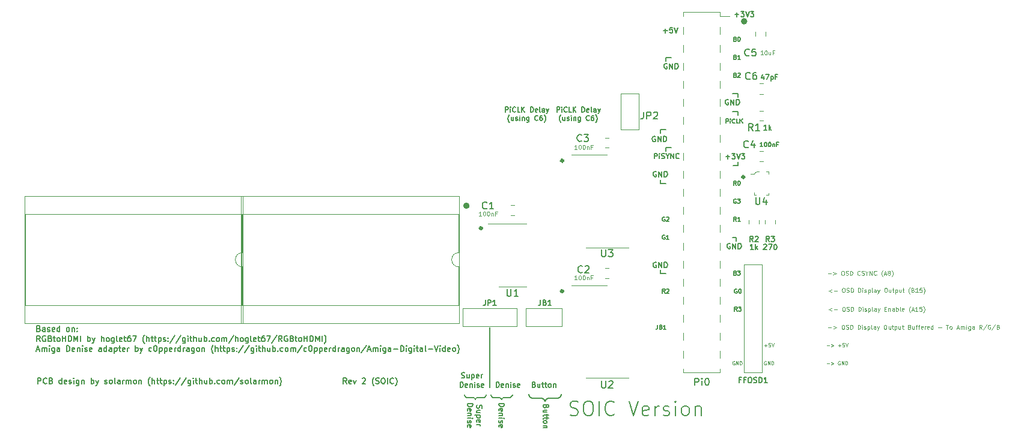
<source format=gbr>
G04 #@! TF.GenerationSoftware,KiCad,Pcbnew,(5.1.9)-1*
G04 #@! TF.CreationDate,2021-04-27T11:27:05+01:00*
G04 #@! TF.ProjectId,RGBtoHDMI Amiga Denise - solarmon - Rev 2 - SOIC,52474274-6f48-4444-9d49-20416d696761,2 (SOIC)*
G04 #@! TF.SameCoordinates,Original*
G04 #@! TF.FileFunction,Legend,Top*
G04 #@! TF.FilePolarity,Positive*
%FSLAX46Y46*%
G04 Gerber Fmt 4.6, Leading zero omitted, Abs format (unit mm)*
G04 Created by KiCad (PCBNEW (5.1.9)-1) date 2021-04-27 11:27:05*
%MOMM*%
%LPD*%
G01*
G04 APERTURE LIST*
%ADD10C,0.150000*%
%ADD11C,0.200000*%
%ADD12C,0.187500*%
%ADD13C,0.125000*%
%ADD14C,0.500000*%
%ADD15C,0.400000*%
%ADD16C,0.120000*%
%ADD17C,0.100000*%
G04 APERTURE END LIST*
D10*
X193421000Y-47879000D02*
X193421000Y-47371000D01*
X194183000Y-47371000D02*
X193421000Y-47371000D01*
X194183000Y-54991000D02*
X193421000Y-54991000D01*
X193421000Y-54991000D02*
X193421000Y-54483000D01*
X193421000Y-67691000D02*
X193421000Y-67183000D01*
X194183000Y-67691000D02*
X193421000Y-67691000D01*
X204343000Y-44831000D02*
X203581000Y-44831000D01*
X204343000Y-45339000D02*
X204343000Y-44831000D01*
D11*
X180723952Y-87677523D02*
X181009666Y-87772761D01*
X181485857Y-87772761D01*
X181676333Y-87677523D01*
X181771571Y-87582285D01*
X181866809Y-87391809D01*
X181866809Y-87201333D01*
X181771571Y-87010857D01*
X181676333Y-86915619D01*
X181485857Y-86820380D01*
X181104904Y-86725142D01*
X180914428Y-86629904D01*
X180819190Y-86534666D01*
X180723952Y-86344190D01*
X180723952Y-86153714D01*
X180819190Y-85963238D01*
X180914428Y-85868000D01*
X181104904Y-85772761D01*
X181581095Y-85772761D01*
X181866809Y-85868000D01*
X183104904Y-85772761D02*
X183485857Y-85772761D01*
X183676333Y-85868000D01*
X183866809Y-86058476D01*
X183962047Y-86439428D01*
X183962047Y-87106095D01*
X183866809Y-87487047D01*
X183676333Y-87677523D01*
X183485857Y-87772761D01*
X183104904Y-87772761D01*
X182914428Y-87677523D01*
X182723952Y-87487047D01*
X182628714Y-87106095D01*
X182628714Y-86439428D01*
X182723952Y-86058476D01*
X182914428Y-85868000D01*
X183104904Y-85772761D01*
X184819190Y-87772761D02*
X184819190Y-85772761D01*
X186914428Y-87582285D02*
X186819190Y-87677523D01*
X186533476Y-87772761D01*
X186343000Y-87772761D01*
X186057285Y-87677523D01*
X185866809Y-87487047D01*
X185771571Y-87296571D01*
X185676333Y-86915619D01*
X185676333Y-86629904D01*
X185771571Y-86248952D01*
X185866809Y-86058476D01*
X186057285Y-85868000D01*
X186343000Y-85772761D01*
X186533476Y-85772761D01*
X186819190Y-85868000D01*
X186914428Y-85963238D01*
X189009666Y-85772761D02*
X189676333Y-87772761D01*
X190343000Y-85772761D01*
X191771571Y-87677523D02*
X191581095Y-87772761D01*
X191200142Y-87772761D01*
X191009666Y-87677523D01*
X190914428Y-87487047D01*
X190914428Y-86725142D01*
X191009666Y-86534666D01*
X191200142Y-86439428D01*
X191581095Y-86439428D01*
X191771571Y-86534666D01*
X191866809Y-86725142D01*
X191866809Y-86915619D01*
X190914428Y-87106095D01*
X192723952Y-87772761D02*
X192723952Y-86439428D01*
X192723952Y-86820380D02*
X192819190Y-86629904D01*
X192914428Y-86534666D01*
X193104904Y-86439428D01*
X193295380Y-86439428D01*
X193866809Y-87677523D02*
X194057285Y-87772761D01*
X194438238Y-87772761D01*
X194628714Y-87677523D01*
X194723952Y-87487047D01*
X194723952Y-87391809D01*
X194628714Y-87201333D01*
X194438238Y-87106095D01*
X194152523Y-87106095D01*
X193962047Y-87010857D01*
X193866809Y-86820380D01*
X193866809Y-86725142D01*
X193962047Y-86534666D01*
X194152523Y-86439428D01*
X194438238Y-86439428D01*
X194628714Y-86534666D01*
X195581095Y-87772761D02*
X195581095Y-86439428D01*
X195581095Y-85772761D02*
X195485857Y-85868000D01*
X195581095Y-85963238D01*
X195676333Y-85868000D01*
X195581095Y-85772761D01*
X195581095Y-85963238D01*
X196819190Y-87772761D02*
X196628714Y-87677523D01*
X196533476Y-87582285D01*
X196438238Y-87391809D01*
X196438238Y-86820380D01*
X196533476Y-86629904D01*
X196628714Y-86534666D01*
X196819190Y-86439428D01*
X197104904Y-86439428D01*
X197295380Y-86534666D01*
X197390619Y-86629904D01*
X197485857Y-86820380D01*
X197485857Y-87391809D01*
X197390619Y-87582285D01*
X197295380Y-87677523D01*
X197104904Y-87772761D01*
X196819190Y-87772761D01*
X198343000Y-86439428D02*
X198343000Y-87772761D01*
X198343000Y-86629904D02*
X198438238Y-86534666D01*
X198628714Y-86439428D01*
X198914428Y-86439428D01*
X199104904Y-86534666D01*
X199200142Y-86725142D01*
X199200142Y-87772761D01*
D10*
X171608333Y-44928666D02*
X171608333Y-44228666D01*
X171875000Y-44228666D01*
X171941666Y-44262000D01*
X171975000Y-44295333D01*
X172008333Y-44362000D01*
X172008333Y-44462000D01*
X171975000Y-44528666D01*
X171941666Y-44562000D01*
X171875000Y-44595333D01*
X171608333Y-44595333D01*
X172308333Y-44928666D02*
X172308333Y-44462000D01*
X172308333Y-44228666D02*
X172275000Y-44262000D01*
X172308333Y-44295333D01*
X172341666Y-44262000D01*
X172308333Y-44228666D01*
X172308333Y-44295333D01*
X173041666Y-44862000D02*
X173008333Y-44895333D01*
X172908333Y-44928666D01*
X172841666Y-44928666D01*
X172741666Y-44895333D01*
X172675000Y-44828666D01*
X172641666Y-44762000D01*
X172608333Y-44628666D01*
X172608333Y-44528666D01*
X172641666Y-44395333D01*
X172675000Y-44328666D01*
X172741666Y-44262000D01*
X172841666Y-44228666D01*
X172908333Y-44228666D01*
X173008333Y-44262000D01*
X173041666Y-44295333D01*
X173675000Y-44928666D02*
X173341666Y-44928666D01*
X173341666Y-44228666D01*
X173908333Y-44928666D02*
X173908333Y-44228666D01*
X174308333Y-44928666D02*
X174008333Y-44528666D01*
X174308333Y-44228666D02*
X173908333Y-44628666D01*
X175141666Y-44928666D02*
X175141666Y-44228666D01*
X175308333Y-44228666D01*
X175408333Y-44262000D01*
X175475000Y-44328666D01*
X175508333Y-44395333D01*
X175541666Y-44528666D01*
X175541666Y-44628666D01*
X175508333Y-44762000D01*
X175475000Y-44828666D01*
X175408333Y-44895333D01*
X175308333Y-44928666D01*
X175141666Y-44928666D01*
X176108333Y-44895333D02*
X176041666Y-44928666D01*
X175908333Y-44928666D01*
X175841666Y-44895333D01*
X175808333Y-44828666D01*
X175808333Y-44562000D01*
X175841666Y-44495333D01*
X175908333Y-44462000D01*
X176041666Y-44462000D01*
X176108333Y-44495333D01*
X176141666Y-44562000D01*
X176141666Y-44628666D01*
X175808333Y-44695333D01*
X176541666Y-44928666D02*
X176475000Y-44895333D01*
X176441666Y-44828666D01*
X176441666Y-44228666D01*
X177108333Y-44928666D02*
X177108333Y-44562000D01*
X177075000Y-44495333D01*
X177008333Y-44462000D01*
X176875000Y-44462000D01*
X176808333Y-44495333D01*
X177108333Y-44895333D02*
X177041666Y-44928666D01*
X176875000Y-44928666D01*
X176808333Y-44895333D01*
X176775000Y-44828666D01*
X176775000Y-44762000D01*
X176808333Y-44695333D01*
X176875000Y-44662000D01*
X177041666Y-44662000D01*
X177108333Y-44628666D01*
X177375000Y-44462000D02*
X177541666Y-44928666D01*
X177708333Y-44462000D02*
X177541666Y-44928666D01*
X177475000Y-45095333D01*
X177441666Y-45128666D01*
X177375000Y-45162000D01*
X172175000Y-46395333D02*
X172141666Y-46362000D01*
X172075000Y-46262000D01*
X172041666Y-46195333D01*
X172008333Y-46095333D01*
X171975000Y-45928666D01*
X171975000Y-45795333D01*
X172008333Y-45628666D01*
X172041666Y-45528666D01*
X172075000Y-45462000D01*
X172141666Y-45362000D01*
X172175000Y-45328666D01*
X172741666Y-45662000D02*
X172741666Y-46128666D01*
X172441666Y-45662000D02*
X172441666Y-46028666D01*
X172475000Y-46095333D01*
X172541666Y-46128666D01*
X172641666Y-46128666D01*
X172708333Y-46095333D01*
X172741666Y-46062000D01*
X173041666Y-46095333D02*
X173108333Y-46128666D01*
X173241666Y-46128666D01*
X173308333Y-46095333D01*
X173341666Y-46028666D01*
X173341666Y-45995333D01*
X173308333Y-45928666D01*
X173241666Y-45895333D01*
X173141666Y-45895333D01*
X173075000Y-45862000D01*
X173041666Y-45795333D01*
X173041666Y-45762000D01*
X173075000Y-45695333D01*
X173141666Y-45662000D01*
X173241666Y-45662000D01*
X173308333Y-45695333D01*
X173641666Y-46128666D02*
X173641666Y-45662000D01*
X173641666Y-45428666D02*
X173608333Y-45462000D01*
X173641666Y-45495333D01*
X173675000Y-45462000D01*
X173641666Y-45428666D01*
X173641666Y-45495333D01*
X173975000Y-45662000D02*
X173975000Y-46128666D01*
X173975000Y-45728666D02*
X174008333Y-45695333D01*
X174075000Y-45662000D01*
X174175000Y-45662000D01*
X174241666Y-45695333D01*
X174275000Y-45762000D01*
X174275000Y-46128666D01*
X174908333Y-45662000D02*
X174908333Y-46228666D01*
X174875000Y-46295333D01*
X174841666Y-46328666D01*
X174775000Y-46362000D01*
X174675000Y-46362000D01*
X174608333Y-46328666D01*
X174908333Y-46095333D02*
X174841666Y-46128666D01*
X174708333Y-46128666D01*
X174641666Y-46095333D01*
X174608333Y-46062000D01*
X174575000Y-45995333D01*
X174575000Y-45795333D01*
X174608333Y-45728666D01*
X174641666Y-45695333D01*
X174708333Y-45662000D01*
X174841666Y-45662000D01*
X174908333Y-45695333D01*
X176175000Y-46062000D02*
X176141666Y-46095333D01*
X176041666Y-46128666D01*
X175975000Y-46128666D01*
X175875000Y-46095333D01*
X175808333Y-46028666D01*
X175775000Y-45962000D01*
X175741666Y-45828666D01*
X175741666Y-45728666D01*
X175775000Y-45595333D01*
X175808333Y-45528666D01*
X175875000Y-45462000D01*
X175975000Y-45428666D01*
X176041666Y-45428666D01*
X176141666Y-45462000D01*
X176175000Y-45495333D01*
X176775000Y-45428666D02*
X176641666Y-45428666D01*
X176575000Y-45462000D01*
X176541666Y-45495333D01*
X176475000Y-45595333D01*
X176441666Y-45728666D01*
X176441666Y-45995333D01*
X176475000Y-46062000D01*
X176508333Y-46095333D01*
X176575000Y-46128666D01*
X176708333Y-46128666D01*
X176775000Y-46095333D01*
X176808333Y-46062000D01*
X176841666Y-45995333D01*
X176841666Y-45828666D01*
X176808333Y-45762000D01*
X176775000Y-45728666D01*
X176708333Y-45695333D01*
X176575000Y-45695333D01*
X176508333Y-45728666D01*
X176475000Y-45762000D01*
X176441666Y-45828666D01*
X177075000Y-46395333D02*
X177108333Y-46362000D01*
X177175000Y-46262000D01*
X177208333Y-46195333D01*
X177241666Y-46095333D01*
X177275000Y-45928666D01*
X177275000Y-45795333D01*
X177241666Y-45628666D01*
X177208333Y-45528666D01*
X177175000Y-45462000D01*
X177108333Y-45362000D01*
X177075000Y-45328666D01*
D12*
X192849571Y-66173000D02*
X192778142Y-66137285D01*
X192671000Y-66137285D01*
X192563857Y-66173000D01*
X192492428Y-66244428D01*
X192456714Y-66315857D01*
X192421000Y-66458714D01*
X192421000Y-66565857D01*
X192456714Y-66708714D01*
X192492428Y-66780142D01*
X192563857Y-66851571D01*
X192671000Y-66887285D01*
X192742428Y-66887285D01*
X192849571Y-66851571D01*
X192885285Y-66815857D01*
X192885285Y-66565857D01*
X192742428Y-66565857D01*
X193206714Y-66887285D02*
X193206714Y-66137285D01*
X193635285Y-66887285D01*
X193635285Y-66137285D01*
X193992428Y-66887285D02*
X193992428Y-66137285D01*
X194171000Y-66137285D01*
X194278142Y-66173000D01*
X194349571Y-66244428D01*
X194385285Y-66315857D01*
X194421000Y-66458714D01*
X194421000Y-66565857D01*
X194385285Y-66708714D01*
X194349571Y-66780142D01*
X194278142Y-66851571D01*
X194171000Y-66887285D01*
X193992428Y-66887285D01*
D13*
X203880892Y-80141000D02*
X203833273Y-80117190D01*
X203761845Y-80117190D01*
X203690416Y-80141000D01*
X203642797Y-80188619D01*
X203618988Y-80236238D01*
X203595178Y-80331476D01*
X203595178Y-80402904D01*
X203618988Y-80498142D01*
X203642797Y-80545761D01*
X203690416Y-80593380D01*
X203761845Y-80617190D01*
X203809464Y-80617190D01*
X203880892Y-80593380D01*
X203904702Y-80569571D01*
X203904702Y-80402904D01*
X203809464Y-80402904D01*
X204118988Y-80617190D02*
X204118988Y-80117190D01*
X204404702Y-80617190D01*
X204404702Y-80117190D01*
X204642797Y-80617190D02*
X204642797Y-80117190D01*
X204761845Y-80117190D01*
X204833273Y-80141000D01*
X204880892Y-80188619D01*
X204904702Y-80236238D01*
X204928511Y-80331476D01*
X204928511Y-80402904D01*
X204904702Y-80498142D01*
X204880892Y-80545761D01*
X204833273Y-80593380D01*
X204761845Y-80617190D01*
X204642797Y-80617190D01*
D10*
X194183000Y-37719000D02*
X194183000Y-37211000D01*
X194945000Y-37211000D02*
X194183000Y-37211000D01*
X193048000Y-74982428D02*
X193048000Y-75411000D01*
X193019428Y-75496714D01*
X192962285Y-75553857D01*
X192876571Y-75582428D01*
X192819428Y-75582428D01*
X193533714Y-75268142D02*
X193619428Y-75296714D01*
X193648000Y-75325285D01*
X193676571Y-75382428D01*
X193676571Y-75468142D01*
X193648000Y-75525285D01*
X193619428Y-75553857D01*
X193562285Y-75582428D01*
X193333714Y-75582428D01*
X193333714Y-74982428D01*
X193533714Y-74982428D01*
X193590857Y-75011000D01*
X193619428Y-75039571D01*
X193648000Y-75096714D01*
X193648000Y-75153857D01*
X193619428Y-75211000D01*
X193590857Y-75239571D01*
X193533714Y-75268142D01*
X193333714Y-75268142D01*
X194248000Y-75582428D02*
X193905142Y-75582428D01*
X194076571Y-75582428D02*
X194076571Y-74982428D01*
X194019428Y-75068142D01*
X193962285Y-75125285D01*
X193905142Y-75153857D01*
X204243000Y-73042428D02*
X204043000Y-72756714D01*
X203900142Y-73042428D02*
X203900142Y-72442428D01*
X204128714Y-72442428D01*
X204185857Y-72471000D01*
X204214428Y-72499571D01*
X204243000Y-72556714D01*
X204243000Y-72642428D01*
X204214428Y-72699571D01*
X204185857Y-72728142D01*
X204128714Y-72756714D01*
X203900142Y-72756714D01*
X204443000Y-72442428D02*
X204814428Y-72442428D01*
X204614428Y-72671000D01*
X204700142Y-72671000D01*
X204757285Y-72699571D01*
X204785857Y-72728142D01*
X204814428Y-72785285D01*
X204814428Y-72928142D01*
X204785857Y-72985285D01*
X204757285Y-73013857D01*
X204700142Y-73042428D01*
X204528714Y-73042428D01*
X204471571Y-73013857D01*
X204443000Y-72985285D01*
D11*
X149240619Y-83292904D02*
X148973952Y-82911952D01*
X148783476Y-83292904D02*
X148783476Y-82492904D01*
X149088238Y-82492904D01*
X149164428Y-82531000D01*
X149202523Y-82569095D01*
X149240619Y-82645285D01*
X149240619Y-82759571D01*
X149202523Y-82835761D01*
X149164428Y-82873857D01*
X149088238Y-82911952D01*
X148783476Y-82911952D01*
X149888238Y-83254809D02*
X149812047Y-83292904D01*
X149659666Y-83292904D01*
X149583476Y-83254809D01*
X149545380Y-83178619D01*
X149545380Y-82873857D01*
X149583476Y-82797666D01*
X149659666Y-82759571D01*
X149812047Y-82759571D01*
X149888238Y-82797666D01*
X149926333Y-82873857D01*
X149926333Y-82950047D01*
X149545380Y-83026238D01*
X150193000Y-82759571D02*
X150383476Y-83292904D01*
X150573952Y-82759571D01*
X151450142Y-82569095D02*
X151488238Y-82531000D01*
X151564428Y-82492904D01*
X151754904Y-82492904D01*
X151831095Y-82531000D01*
X151869190Y-82569095D01*
X151907285Y-82645285D01*
X151907285Y-82721476D01*
X151869190Y-82835761D01*
X151412047Y-83292904D01*
X151907285Y-83292904D01*
X153088238Y-83597666D02*
X153050142Y-83559571D01*
X152973952Y-83445285D01*
X152935857Y-83369095D01*
X152897761Y-83254809D01*
X152859666Y-83064333D01*
X152859666Y-82911952D01*
X152897761Y-82721476D01*
X152935857Y-82607190D01*
X152973952Y-82531000D01*
X153050142Y-82416714D01*
X153088238Y-82378619D01*
X153354904Y-83254809D02*
X153469190Y-83292904D01*
X153659666Y-83292904D01*
X153735857Y-83254809D01*
X153773952Y-83216714D01*
X153812047Y-83140523D01*
X153812047Y-83064333D01*
X153773952Y-82988142D01*
X153735857Y-82950047D01*
X153659666Y-82911952D01*
X153507285Y-82873857D01*
X153431095Y-82835761D01*
X153393000Y-82797666D01*
X153354904Y-82721476D01*
X153354904Y-82645285D01*
X153393000Y-82569095D01*
X153431095Y-82531000D01*
X153507285Y-82492904D01*
X153697761Y-82492904D01*
X153812047Y-82531000D01*
X154307285Y-82492904D02*
X154459666Y-82492904D01*
X154535857Y-82531000D01*
X154612047Y-82607190D01*
X154650142Y-82759571D01*
X154650142Y-83026238D01*
X154612047Y-83178619D01*
X154535857Y-83254809D01*
X154459666Y-83292904D01*
X154307285Y-83292904D01*
X154231095Y-83254809D01*
X154154904Y-83178619D01*
X154116809Y-83026238D01*
X154116809Y-82759571D01*
X154154904Y-82607190D01*
X154231095Y-82531000D01*
X154307285Y-82492904D01*
X154993000Y-83292904D02*
X154993000Y-82492904D01*
X155831095Y-83216714D02*
X155793000Y-83254809D01*
X155678714Y-83292904D01*
X155602523Y-83292904D01*
X155488238Y-83254809D01*
X155412047Y-83178619D01*
X155373952Y-83102428D01*
X155335857Y-82950047D01*
X155335857Y-82835761D01*
X155373952Y-82683380D01*
X155412047Y-82607190D01*
X155488238Y-82531000D01*
X155602523Y-82492904D01*
X155678714Y-82492904D01*
X155793000Y-82531000D01*
X155831095Y-82569095D01*
X156097761Y-83597666D02*
X156135857Y-83559571D01*
X156212047Y-83445285D01*
X156250142Y-83369095D01*
X156288238Y-83254809D01*
X156326333Y-83064333D01*
X156326333Y-82911952D01*
X156288238Y-82721476D01*
X156250142Y-82607190D01*
X156212047Y-82531000D01*
X156135857Y-82416714D01*
X156097761Y-82378619D01*
D10*
X178847333Y-44928666D02*
X178847333Y-44228666D01*
X179114000Y-44228666D01*
X179180666Y-44262000D01*
X179214000Y-44295333D01*
X179247333Y-44362000D01*
X179247333Y-44462000D01*
X179214000Y-44528666D01*
X179180666Y-44562000D01*
X179114000Y-44595333D01*
X178847333Y-44595333D01*
X179547333Y-44928666D02*
X179547333Y-44462000D01*
X179547333Y-44228666D02*
X179514000Y-44262000D01*
X179547333Y-44295333D01*
X179580666Y-44262000D01*
X179547333Y-44228666D01*
X179547333Y-44295333D01*
X180280666Y-44862000D02*
X180247333Y-44895333D01*
X180147333Y-44928666D01*
X180080666Y-44928666D01*
X179980666Y-44895333D01*
X179914000Y-44828666D01*
X179880666Y-44762000D01*
X179847333Y-44628666D01*
X179847333Y-44528666D01*
X179880666Y-44395333D01*
X179914000Y-44328666D01*
X179980666Y-44262000D01*
X180080666Y-44228666D01*
X180147333Y-44228666D01*
X180247333Y-44262000D01*
X180280666Y-44295333D01*
X180914000Y-44928666D02*
X180580666Y-44928666D01*
X180580666Y-44228666D01*
X181147333Y-44928666D02*
X181147333Y-44228666D01*
X181547333Y-44928666D02*
X181247333Y-44528666D01*
X181547333Y-44228666D02*
X181147333Y-44628666D01*
X182380666Y-44928666D02*
X182380666Y-44228666D01*
X182547333Y-44228666D01*
X182647333Y-44262000D01*
X182714000Y-44328666D01*
X182747333Y-44395333D01*
X182780666Y-44528666D01*
X182780666Y-44628666D01*
X182747333Y-44762000D01*
X182714000Y-44828666D01*
X182647333Y-44895333D01*
X182547333Y-44928666D01*
X182380666Y-44928666D01*
X183347333Y-44895333D02*
X183280666Y-44928666D01*
X183147333Y-44928666D01*
X183080666Y-44895333D01*
X183047333Y-44828666D01*
X183047333Y-44562000D01*
X183080666Y-44495333D01*
X183147333Y-44462000D01*
X183280666Y-44462000D01*
X183347333Y-44495333D01*
X183380666Y-44562000D01*
X183380666Y-44628666D01*
X183047333Y-44695333D01*
X183780666Y-44928666D02*
X183714000Y-44895333D01*
X183680666Y-44828666D01*
X183680666Y-44228666D01*
X184347333Y-44928666D02*
X184347333Y-44562000D01*
X184314000Y-44495333D01*
X184247333Y-44462000D01*
X184114000Y-44462000D01*
X184047333Y-44495333D01*
X184347333Y-44895333D02*
X184280666Y-44928666D01*
X184114000Y-44928666D01*
X184047333Y-44895333D01*
X184014000Y-44828666D01*
X184014000Y-44762000D01*
X184047333Y-44695333D01*
X184114000Y-44662000D01*
X184280666Y-44662000D01*
X184347333Y-44628666D01*
X184614000Y-44462000D02*
X184780666Y-44928666D01*
X184947333Y-44462000D02*
X184780666Y-44928666D01*
X184714000Y-45095333D01*
X184680666Y-45128666D01*
X184614000Y-45162000D01*
X179414000Y-46395333D02*
X179380666Y-46362000D01*
X179314000Y-46262000D01*
X179280666Y-46195333D01*
X179247333Y-46095333D01*
X179214000Y-45928666D01*
X179214000Y-45795333D01*
X179247333Y-45628666D01*
X179280666Y-45528666D01*
X179314000Y-45462000D01*
X179380666Y-45362000D01*
X179414000Y-45328666D01*
X179980666Y-45662000D02*
X179980666Y-46128666D01*
X179680666Y-45662000D02*
X179680666Y-46028666D01*
X179714000Y-46095333D01*
X179780666Y-46128666D01*
X179880666Y-46128666D01*
X179947333Y-46095333D01*
X179980666Y-46062000D01*
X180280666Y-46095333D02*
X180347333Y-46128666D01*
X180480666Y-46128666D01*
X180547333Y-46095333D01*
X180580666Y-46028666D01*
X180580666Y-45995333D01*
X180547333Y-45928666D01*
X180480666Y-45895333D01*
X180380666Y-45895333D01*
X180314000Y-45862000D01*
X180280666Y-45795333D01*
X180280666Y-45762000D01*
X180314000Y-45695333D01*
X180380666Y-45662000D01*
X180480666Y-45662000D01*
X180547333Y-45695333D01*
X180880666Y-46128666D02*
X180880666Y-45662000D01*
X180880666Y-45428666D02*
X180847333Y-45462000D01*
X180880666Y-45495333D01*
X180914000Y-45462000D01*
X180880666Y-45428666D01*
X180880666Y-45495333D01*
X181214000Y-45662000D02*
X181214000Y-46128666D01*
X181214000Y-45728666D02*
X181247333Y-45695333D01*
X181314000Y-45662000D01*
X181414000Y-45662000D01*
X181480666Y-45695333D01*
X181514000Y-45762000D01*
X181514000Y-46128666D01*
X182147333Y-45662000D02*
X182147333Y-46228666D01*
X182114000Y-46295333D01*
X182080666Y-46328666D01*
X182014000Y-46362000D01*
X181914000Y-46362000D01*
X181847333Y-46328666D01*
X182147333Y-46095333D02*
X182080666Y-46128666D01*
X181947333Y-46128666D01*
X181880666Y-46095333D01*
X181847333Y-46062000D01*
X181814000Y-45995333D01*
X181814000Y-45795333D01*
X181847333Y-45728666D01*
X181880666Y-45695333D01*
X181947333Y-45662000D01*
X182080666Y-45662000D01*
X182147333Y-45695333D01*
X183414000Y-46062000D02*
X183380666Y-46095333D01*
X183280666Y-46128666D01*
X183214000Y-46128666D01*
X183114000Y-46095333D01*
X183047333Y-46028666D01*
X183014000Y-45962000D01*
X182980666Y-45828666D01*
X182980666Y-45728666D01*
X183014000Y-45595333D01*
X183047333Y-45528666D01*
X183114000Y-45462000D01*
X183214000Y-45428666D01*
X183280666Y-45428666D01*
X183380666Y-45462000D01*
X183414000Y-45495333D01*
X184014000Y-45428666D02*
X183880666Y-45428666D01*
X183814000Y-45462000D01*
X183780666Y-45495333D01*
X183714000Y-45595333D01*
X183680666Y-45728666D01*
X183680666Y-45995333D01*
X183714000Y-46062000D01*
X183747333Y-46095333D01*
X183814000Y-46128666D01*
X183947333Y-46128666D01*
X184014000Y-46095333D01*
X184047333Y-46062000D01*
X184080666Y-45995333D01*
X184080666Y-45828666D01*
X184047333Y-45762000D01*
X184014000Y-45728666D01*
X183947333Y-45695333D01*
X183814000Y-45695333D01*
X183747333Y-45728666D01*
X183714000Y-45762000D01*
X183680666Y-45828666D01*
X184314000Y-46395333D02*
X184347333Y-46362000D01*
X184414000Y-46262000D01*
X184447333Y-46195333D01*
X184480666Y-46095333D01*
X184514000Y-45928666D01*
X184514000Y-45795333D01*
X184480666Y-45628666D01*
X184447333Y-45528666D01*
X184414000Y-45462000D01*
X184347333Y-45362000D01*
X184314000Y-45328666D01*
X194083000Y-70502428D02*
X193883000Y-70216714D01*
X193740142Y-70502428D02*
X193740142Y-69902428D01*
X193968714Y-69902428D01*
X194025857Y-69931000D01*
X194054428Y-69959571D01*
X194083000Y-70016714D01*
X194083000Y-70102428D01*
X194054428Y-70159571D01*
X194025857Y-70188142D01*
X193968714Y-70216714D01*
X193740142Y-70216714D01*
X194311571Y-69959571D02*
X194340142Y-69931000D01*
X194397285Y-69902428D01*
X194540142Y-69902428D01*
X194597285Y-69931000D01*
X194625857Y-69959571D01*
X194654428Y-70016714D01*
X194654428Y-70073857D01*
X194625857Y-70159571D01*
X194283000Y-70502428D01*
X194654428Y-70502428D01*
X204116000Y-60342428D02*
X203916000Y-60056714D01*
X203773142Y-60342428D02*
X203773142Y-59742428D01*
X204001714Y-59742428D01*
X204058857Y-59771000D01*
X204087428Y-59799571D01*
X204116000Y-59856714D01*
X204116000Y-59942428D01*
X204087428Y-59999571D01*
X204058857Y-60028142D01*
X204001714Y-60056714D01*
X203773142Y-60056714D01*
X204687428Y-60342428D02*
X204344571Y-60342428D01*
X204516000Y-60342428D02*
X204516000Y-59742428D01*
X204458857Y-59828142D01*
X204401714Y-59885285D01*
X204344571Y-59913857D01*
X204214428Y-69931000D02*
X204157285Y-69902428D01*
X204071571Y-69902428D01*
X203985857Y-69931000D01*
X203928714Y-69988142D01*
X203900142Y-70045285D01*
X203871571Y-70159571D01*
X203871571Y-70245285D01*
X203900142Y-70359571D01*
X203928714Y-70416714D01*
X203985857Y-70473857D01*
X204071571Y-70502428D01*
X204128714Y-70502428D01*
X204214428Y-70473857D01*
X204243000Y-70445285D01*
X204243000Y-70245285D01*
X204128714Y-70245285D01*
X204614428Y-69902428D02*
X204671571Y-69902428D01*
X204728714Y-69931000D01*
X204757285Y-69959571D01*
X204785857Y-70016714D01*
X204814428Y-70131000D01*
X204814428Y-70273857D01*
X204785857Y-70388142D01*
X204757285Y-70445285D01*
X204728714Y-70473857D01*
X204671571Y-70502428D01*
X204614428Y-70502428D01*
X204557285Y-70473857D01*
X204528714Y-70445285D01*
X204500142Y-70388142D01*
X204471571Y-70273857D01*
X204471571Y-70131000D01*
X204500142Y-70016714D01*
X204528714Y-69959571D01*
X204557285Y-69931000D01*
X204614428Y-69902428D01*
X203973142Y-67648142D02*
X204058857Y-67676714D01*
X204087428Y-67705285D01*
X204116000Y-67762428D01*
X204116000Y-67848142D01*
X204087428Y-67905285D01*
X204058857Y-67933857D01*
X204001714Y-67962428D01*
X203773142Y-67962428D01*
X203773142Y-67362428D01*
X203973142Y-67362428D01*
X204030285Y-67391000D01*
X204058857Y-67419571D01*
X204087428Y-67476714D01*
X204087428Y-67533857D01*
X204058857Y-67591000D01*
X204030285Y-67619571D01*
X203973142Y-67648142D01*
X203773142Y-67648142D01*
X204316000Y-67362428D02*
X204687428Y-67362428D01*
X204487428Y-67591000D01*
X204573142Y-67591000D01*
X204630285Y-67619571D01*
X204658857Y-67648142D01*
X204687428Y-67705285D01*
X204687428Y-67848142D01*
X204658857Y-67905285D01*
X204630285Y-67933857D01*
X204573142Y-67962428D01*
X204401714Y-67962428D01*
X204344571Y-67933857D01*
X204316000Y-67905285D01*
X194054428Y-62311000D02*
X193997285Y-62282428D01*
X193911571Y-62282428D01*
X193825857Y-62311000D01*
X193768714Y-62368142D01*
X193740142Y-62425285D01*
X193711571Y-62539571D01*
X193711571Y-62625285D01*
X193740142Y-62739571D01*
X193768714Y-62796714D01*
X193825857Y-62853857D01*
X193911571Y-62882428D01*
X193968714Y-62882428D01*
X194054428Y-62853857D01*
X194083000Y-62825285D01*
X194083000Y-62625285D01*
X193968714Y-62625285D01*
X194654428Y-62882428D02*
X194311571Y-62882428D01*
X194483000Y-62882428D02*
X194483000Y-62282428D01*
X194425857Y-62368142D01*
X194368714Y-62425285D01*
X194311571Y-62453857D01*
X194054428Y-59771000D02*
X193997285Y-59742428D01*
X193911571Y-59742428D01*
X193825857Y-59771000D01*
X193768714Y-59828142D01*
X193740142Y-59885285D01*
X193711571Y-59999571D01*
X193711571Y-60085285D01*
X193740142Y-60199571D01*
X193768714Y-60256714D01*
X193825857Y-60313857D01*
X193911571Y-60342428D01*
X193968714Y-60342428D01*
X194054428Y-60313857D01*
X194083000Y-60285285D01*
X194083000Y-60085285D01*
X193968714Y-60085285D01*
X194311571Y-59799571D02*
X194340142Y-59771000D01*
X194397285Y-59742428D01*
X194540142Y-59742428D01*
X194597285Y-59771000D01*
X194625857Y-59799571D01*
X194654428Y-59856714D01*
X194654428Y-59913857D01*
X194625857Y-59999571D01*
X194283000Y-60342428D01*
X194654428Y-60342428D01*
X204087428Y-57231000D02*
X204030285Y-57202428D01*
X203944571Y-57202428D01*
X203858857Y-57231000D01*
X203801714Y-57288142D01*
X203773142Y-57345285D01*
X203744571Y-57459571D01*
X203744571Y-57545285D01*
X203773142Y-57659571D01*
X203801714Y-57716714D01*
X203858857Y-57773857D01*
X203944571Y-57802428D01*
X204001714Y-57802428D01*
X204087428Y-57773857D01*
X204116000Y-57745285D01*
X204116000Y-57545285D01*
X204001714Y-57545285D01*
X204316000Y-57202428D02*
X204687428Y-57202428D01*
X204487428Y-57431000D01*
X204573142Y-57431000D01*
X204630285Y-57459571D01*
X204658857Y-57488142D01*
X204687428Y-57545285D01*
X204687428Y-57688142D01*
X204658857Y-57745285D01*
X204630285Y-57773857D01*
X204573142Y-57802428D01*
X204401714Y-57802428D01*
X204344571Y-57773857D01*
X204316000Y-57745285D01*
X204116000Y-55262428D02*
X203916000Y-54976714D01*
X203773142Y-55262428D02*
X203773142Y-54662428D01*
X204001714Y-54662428D01*
X204058857Y-54691000D01*
X204087428Y-54719571D01*
X204116000Y-54776714D01*
X204116000Y-54862428D01*
X204087428Y-54919571D01*
X204058857Y-54948142D01*
X204001714Y-54976714D01*
X203773142Y-54976714D01*
X204487428Y-54662428D02*
X204544571Y-54662428D01*
X204601714Y-54691000D01*
X204630285Y-54719571D01*
X204658857Y-54776714D01*
X204687428Y-54891000D01*
X204687428Y-55033857D01*
X204658857Y-55148142D01*
X204630285Y-55205285D01*
X204601714Y-55233857D01*
X204544571Y-55262428D01*
X204487428Y-55262428D01*
X204430285Y-55233857D01*
X204401714Y-55205285D01*
X204373142Y-55148142D01*
X204344571Y-55033857D01*
X204344571Y-54891000D01*
X204373142Y-54776714D01*
X204401714Y-54719571D01*
X204430285Y-54691000D01*
X204487428Y-54662428D01*
X203973142Y-34628142D02*
X204058857Y-34656714D01*
X204087428Y-34685285D01*
X204116000Y-34742428D01*
X204116000Y-34828142D01*
X204087428Y-34885285D01*
X204058857Y-34913857D01*
X204001714Y-34942428D01*
X203773142Y-34942428D01*
X203773142Y-34342428D01*
X203973142Y-34342428D01*
X204030285Y-34371000D01*
X204058857Y-34399571D01*
X204087428Y-34456714D01*
X204087428Y-34513857D01*
X204058857Y-34571000D01*
X204030285Y-34599571D01*
X203973142Y-34628142D01*
X203773142Y-34628142D01*
X204487428Y-34342428D02*
X204544571Y-34342428D01*
X204601714Y-34371000D01*
X204630285Y-34399571D01*
X204658857Y-34456714D01*
X204687428Y-34571000D01*
X204687428Y-34713857D01*
X204658857Y-34828142D01*
X204630285Y-34885285D01*
X204601714Y-34913857D01*
X204544571Y-34942428D01*
X204487428Y-34942428D01*
X204430285Y-34913857D01*
X204401714Y-34885285D01*
X204373142Y-34828142D01*
X204344571Y-34713857D01*
X204344571Y-34571000D01*
X204373142Y-34456714D01*
X204401714Y-34399571D01*
X204430285Y-34371000D01*
X204487428Y-34342428D01*
X203973142Y-37168142D02*
X204058857Y-37196714D01*
X204087428Y-37225285D01*
X204116000Y-37282428D01*
X204116000Y-37368142D01*
X204087428Y-37425285D01*
X204058857Y-37453857D01*
X204001714Y-37482428D01*
X203773142Y-37482428D01*
X203773142Y-36882428D01*
X203973142Y-36882428D01*
X204030285Y-36911000D01*
X204058857Y-36939571D01*
X204087428Y-36996714D01*
X204087428Y-37053857D01*
X204058857Y-37111000D01*
X204030285Y-37139571D01*
X203973142Y-37168142D01*
X203773142Y-37168142D01*
X204687428Y-37482428D02*
X204344571Y-37482428D01*
X204516000Y-37482428D02*
X204516000Y-36882428D01*
X204458857Y-36968142D01*
X204401714Y-37025285D01*
X204344571Y-37053857D01*
X203973142Y-39708142D02*
X204058857Y-39736714D01*
X204087428Y-39765285D01*
X204116000Y-39822428D01*
X204116000Y-39908142D01*
X204087428Y-39965285D01*
X204058857Y-39993857D01*
X204001714Y-40022428D01*
X203773142Y-40022428D01*
X203773142Y-39422428D01*
X203973142Y-39422428D01*
X204030285Y-39451000D01*
X204058857Y-39479571D01*
X204087428Y-39536714D01*
X204087428Y-39593857D01*
X204058857Y-39651000D01*
X204030285Y-39679571D01*
X203973142Y-39708142D01*
X203773142Y-39708142D01*
X204344571Y-39479571D02*
X204373142Y-39451000D01*
X204430285Y-39422428D01*
X204573142Y-39422428D01*
X204630285Y-39451000D01*
X204658857Y-39479571D01*
X204687428Y-39536714D01*
X204687428Y-39593857D01*
X204658857Y-39679571D01*
X204316000Y-40022428D01*
X204687428Y-40022428D01*
X202692142Y-46499428D02*
X202692142Y-45899428D01*
X202920714Y-45899428D01*
X202977857Y-45928000D01*
X203006428Y-45956571D01*
X203035000Y-46013714D01*
X203035000Y-46099428D01*
X203006428Y-46156571D01*
X202977857Y-46185142D01*
X202920714Y-46213714D01*
X202692142Y-46213714D01*
X203292142Y-46499428D02*
X203292142Y-46099428D01*
X203292142Y-45899428D02*
X203263571Y-45928000D01*
X203292142Y-45956571D01*
X203320714Y-45928000D01*
X203292142Y-45899428D01*
X203292142Y-45956571D01*
X203920714Y-46442285D02*
X203892142Y-46470857D01*
X203806428Y-46499428D01*
X203749285Y-46499428D01*
X203663571Y-46470857D01*
X203606428Y-46413714D01*
X203577857Y-46356571D01*
X203549285Y-46242285D01*
X203549285Y-46156571D01*
X203577857Y-46042285D01*
X203606428Y-45985142D01*
X203663571Y-45928000D01*
X203749285Y-45899428D01*
X203806428Y-45899428D01*
X203892142Y-45928000D01*
X203920714Y-45956571D01*
X204463571Y-46499428D02*
X204177857Y-46499428D01*
X204177857Y-45899428D01*
X204663571Y-46499428D02*
X204663571Y-45899428D01*
X205006428Y-46499428D02*
X204749285Y-46156571D01*
X205006428Y-45899428D02*
X204663571Y-46242285D01*
X192610000Y-51497666D02*
X192610000Y-50797666D01*
X192876666Y-50797666D01*
X192943333Y-50831000D01*
X192976666Y-50864333D01*
X193010000Y-50931000D01*
X193010000Y-51031000D01*
X192976666Y-51097666D01*
X192943333Y-51131000D01*
X192876666Y-51164333D01*
X192610000Y-51164333D01*
X193310000Y-51497666D02*
X193310000Y-51031000D01*
X193310000Y-50797666D02*
X193276666Y-50831000D01*
X193310000Y-50864333D01*
X193343333Y-50831000D01*
X193310000Y-50797666D01*
X193310000Y-50864333D01*
X193610000Y-51464333D02*
X193710000Y-51497666D01*
X193876666Y-51497666D01*
X193943333Y-51464333D01*
X193976666Y-51431000D01*
X194010000Y-51364333D01*
X194010000Y-51297666D01*
X193976666Y-51231000D01*
X193943333Y-51197666D01*
X193876666Y-51164333D01*
X193743333Y-51131000D01*
X193676666Y-51097666D01*
X193643333Y-51064333D01*
X193610000Y-50997666D01*
X193610000Y-50931000D01*
X193643333Y-50864333D01*
X193676666Y-50831000D01*
X193743333Y-50797666D01*
X193910000Y-50797666D01*
X194010000Y-50831000D01*
X194443333Y-51164333D02*
X194443333Y-51497666D01*
X194210000Y-50797666D02*
X194443333Y-51164333D01*
X194676666Y-50797666D01*
X194910000Y-51497666D02*
X194910000Y-50797666D01*
X195310000Y-51497666D01*
X195310000Y-50797666D01*
X196043333Y-51431000D02*
X196010000Y-51464333D01*
X195910000Y-51497666D01*
X195843333Y-51497666D01*
X195743333Y-51464333D01*
X195676666Y-51397666D01*
X195643333Y-51331000D01*
X195610000Y-51197666D01*
X195610000Y-51097666D01*
X195643333Y-50964333D01*
X195676666Y-50897666D01*
X195743333Y-50831000D01*
X195843333Y-50797666D01*
X195910000Y-50797666D01*
X196010000Y-50831000D01*
X196043333Y-50864333D01*
X204089000Y-62611000D02*
X203581000Y-62611000D01*
X204089000Y-63119000D02*
X204089000Y-62611000D01*
D12*
X203263571Y-63506000D02*
X203192142Y-63470285D01*
X203085000Y-63470285D01*
X202977857Y-63506000D01*
X202906428Y-63577428D01*
X202870714Y-63648857D01*
X202835000Y-63791714D01*
X202835000Y-63898857D01*
X202870714Y-64041714D01*
X202906428Y-64113142D01*
X202977857Y-64184571D01*
X203085000Y-64220285D01*
X203156428Y-64220285D01*
X203263571Y-64184571D01*
X203299285Y-64148857D01*
X203299285Y-63898857D01*
X203156428Y-63898857D01*
X203620714Y-64220285D02*
X203620714Y-63470285D01*
X204049285Y-64220285D01*
X204049285Y-63470285D01*
X204406428Y-64220285D02*
X204406428Y-63470285D01*
X204585000Y-63470285D01*
X204692142Y-63506000D01*
X204763571Y-63577428D01*
X204799285Y-63648857D01*
X204835000Y-63791714D01*
X204835000Y-63898857D01*
X204799285Y-64041714D01*
X204763571Y-64113142D01*
X204692142Y-64184571D01*
X204585000Y-64220285D01*
X204406428Y-64220285D01*
D10*
X194183000Y-50419000D02*
X194183000Y-49911000D01*
X194945000Y-49911000D02*
X194183000Y-49911000D01*
D12*
X192722571Y-48393000D02*
X192651142Y-48357285D01*
X192544000Y-48357285D01*
X192436857Y-48393000D01*
X192365428Y-48464428D01*
X192329714Y-48535857D01*
X192294000Y-48678714D01*
X192294000Y-48785857D01*
X192329714Y-48928714D01*
X192365428Y-49000142D01*
X192436857Y-49071571D01*
X192544000Y-49107285D01*
X192615428Y-49107285D01*
X192722571Y-49071571D01*
X192758285Y-49035857D01*
X192758285Y-48785857D01*
X192615428Y-48785857D01*
X193079714Y-49107285D02*
X193079714Y-48357285D01*
X193508285Y-49107285D01*
X193508285Y-48357285D01*
X193865428Y-49107285D02*
X193865428Y-48357285D01*
X194044000Y-48357285D01*
X194151142Y-48393000D01*
X194222571Y-48464428D01*
X194258285Y-48535857D01*
X194294000Y-48678714D01*
X194294000Y-48785857D01*
X194258285Y-48928714D01*
X194222571Y-49000142D01*
X194151142Y-49071571D01*
X194044000Y-49107285D01*
X193865428Y-49107285D01*
X192849571Y-53346000D02*
X192778142Y-53310285D01*
X192671000Y-53310285D01*
X192563857Y-53346000D01*
X192492428Y-53417428D01*
X192456714Y-53488857D01*
X192421000Y-53631714D01*
X192421000Y-53738857D01*
X192456714Y-53881714D01*
X192492428Y-53953142D01*
X192563857Y-54024571D01*
X192671000Y-54060285D01*
X192742428Y-54060285D01*
X192849571Y-54024571D01*
X192885285Y-53988857D01*
X192885285Y-53738857D01*
X192742428Y-53738857D01*
X193206714Y-54060285D02*
X193206714Y-53310285D01*
X193635285Y-54060285D01*
X193635285Y-53310285D01*
X193992428Y-54060285D02*
X193992428Y-53310285D01*
X194171000Y-53310285D01*
X194278142Y-53346000D01*
X194349571Y-53417428D01*
X194385285Y-53488857D01*
X194421000Y-53631714D01*
X194421000Y-53738857D01*
X194385285Y-53881714D01*
X194349571Y-53953142D01*
X194278142Y-54024571D01*
X194171000Y-54060285D01*
X193992428Y-54060285D01*
D10*
X204343000Y-42799000D02*
X204343000Y-42291000D01*
X204343000Y-42291000D02*
X203581000Y-42291000D01*
D12*
X194373571Y-38106000D02*
X194302142Y-38070285D01*
X194195000Y-38070285D01*
X194087857Y-38106000D01*
X194016428Y-38177428D01*
X193980714Y-38248857D01*
X193945000Y-38391714D01*
X193945000Y-38498857D01*
X193980714Y-38641714D01*
X194016428Y-38713142D01*
X194087857Y-38784571D01*
X194195000Y-38820285D01*
X194266428Y-38820285D01*
X194373571Y-38784571D01*
X194409285Y-38748857D01*
X194409285Y-38498857D01*
X194266428Y-38498857D01*
X194730714Y-38820285D02*
X194730714Y-38070285D01*
X195159285Y-38820285D01*
X195159285Y-38070285D01*
X195516428Y-38820285D02*
X195516428Y-38070285D01*
X195695000Y-38070285D01*
X195802142Y-38106000D01*
X195873571Y-38177428D01*
X195909285Y-38248857D01*
X195945000Y-38391714D01*
X195945000Y-38498857D01*
X195909285Y-38641714D01*
X195873571Y-38713142D01*
X195802142Y-38784571D01*
X195695000Y-38820285D01*
X195516428Y-38820285D01*
X203009571Y-43186000D02*
X202938142Y-43150285D01*
X202831000Y-43150285D01*
X202723857Y-43186000D01*
X202652428Y-43257428D01*
X202616714Y-43328857D01*
X202581000Y-43471714D01*
X202581000Y-43578857D01*
X202616714Y-43721714D01*
X202652428Y-43793142D01*
X202723857Y-43864571D01*
X202831000Y-43900285D01*
X202902428Y-43900285D01*
X203009571Y-43864571D01*
X203045285Y-43828857D01*
X203045285Y-43578857D01*
X202902428Y-43578857D01*
X203366714Y-43900285D02*
X203366714Y-43150285D01*
X203795285Y-43900285D01*
X203795285Y-43150285D01*
X204152428Y-43900285D02*
X204152428Y-43150285D01*
X204331000Y-43150285D01*
X204438142Y-43186000D01*
X204509571Y-43257428D01*
X204545285Y-43328857D01*
X204581000Y-43471714D01*
X204581000Y-43578857D01*
X204545285Y-43721714D01*
X204509571Y-43793142D01*
X204438142Y-43864571D01*
X204331000Y-43900285D01*
X204152428Y-43900285D01*
D10*
X204343000Y-52451000D02*
X204343000Y-51943000D01*
X204343000Y-52451000D02*
X203708000Y-52451000D01*
D12*
X202640571Y-51234571D02*
X203212000Y-51234571D01*
X202926285Y-51520285D02*
X202926285Y-50948857D01*
X203497714Y-50770285D02*
X203962000Y-50770285D01*
X203712000Y-51056000D01*
X203819142Y-51056000D01*
X203890571Y-51091714D01*
X203926285Y-51127428D01*
X203962000Y-51198857D01*
X203962000Y-51377428D01*
X203926285Y-51448857D01*
X203890571Y-51484571D01*
X203819142Y-51520285D01*
X203604857Y-51520285D01*
X203533428Y-51484571D01*
X203497714Y-51448857D01*
X204176285Y-50770285D02*
X204426285Y-51520285D01*
X204676285Y-50770285D01*
X204854857Y-50770285D02*
X205319142Y-50770285D01*
X205069142Y-51056000D01*
X205176285Y-51056000D01*
X205247714Y-51091714D01*
X205283428Y-51127428D01*
X205319142Y-51198857D01*
X205319142Y-51377428D01*
X205283428Y-51448857D01*
X205247714Y-51484571D01*
X205176285Y-51520285D01*
X204962000Y-51520285D01*
X204890571Y-51484571D01*
X204854857Y-51448857D01*
X203910571Y-31168571D02*
X204482000Y-31168571D01*
X204196285Y-31454285D02*
X204196285Y-30882857D01*
X204767714Y-30704285D02*
X205232000Y-30704285D01*
X204982000Y-30990000D01*
X205089142Y-30990000D01*
X205160571Y-31025714D01*
X205196285Y-31061428D01*
X205232000Y-31132857D01*
X205232000Y-31311428D01*
X205196285Y-31382857D01*
X205160571Y-31418571D01*
X205089142Y-31454285D01*
X204874857Y-31454285D01*
X204803428Y-31418571D01*
X204767714Y-31382857D01*
X205446285Y-30704285D02*
X205696285Y-31454285D01*
X205946285Y-30704285D01*
X206124857Y-30704285D02*
X206589142Y-30704285D01*
X206339142Y-30990000D01*
X206446285Y-30990000D01*
X206517714Y-31025714D01*
X206553428Y-31061428D01*
X206589142Y-31132857D01*
X206589142Y-31311428D01*
X206553428Y-31382857D01*
X206517714Y-31418571D01*
X206446285Y-31454285D01*
X206232000Y-31454285D01*
X206160571Y-31418571D01*
X206124857Y-31382857D01*
X193853714Y-33454571D02*
X194425142Y-33454571D01*
X194139428Y-33740285D02*
X194139428Y-33168857D01*
X195139428Y-32990285D02*
X194782285Y-32990285D01*
X194746571Y-33347428D01*
X194782285Y-33311714D01*
X194853714Y-33276000D01*
X195032285Y-33276000D01*
X195103714Y-33311714D01*
X195139428Y-33347428D01*
X195175142Y-33418857D01*
X195175142Y-33597428D01*
X195139428Y-33668857D01*
X195103714Y-33704571D01*
X195032285Y-33740285D01*
X194853714Y-33740285D01*
X194782285Y-33704571D01*
X194746571Y-33668857D01*
X195389428Y-32990285D02*
X195639428Y-33740285D01*
X195889428Y-32990285D01*
X165846333Y-84836047D02*
X165846333Y-84931285D01*
X165941571Y-85121761D01*
X166132047Y-85217000D01*
X167084428Y-85217000D01*
X167274904Y-85312238D01*
X167370142Y-85502714D01*
X167465380Y-85312238D01*
X167655857Y-85217000D01*
X168608238Y-85217000D01*
X168798714Y-85121761D01*
X168893952Y-84931285D01*
X168893952Y-84836047D01*
X169529333Y-84836047D02*
X169529333Y-84931285D01*
X169624571Y-85121761D01*
X169815047Y-85217000D01*
X170767428Y-85217000D01*
X170957904Y-85312238D01*
X171053142Y-85502714D01*
X171148380Y-85312238D01*
X171338857Y-85217000D01*
X172291238Y-85217000D01*
X172481714Y-85121761D01*
X172576952Y-84931285D01*
X172576952Y-84836047D01*
X174919000Y-84772571D02*
X174919000Y-84915428D01*
X175061857Y-85201142D01*
X175347571Y-85344000D01*
X176776142Y-85344000D01*
X177061857Y-85486857D01*
X177204714Y-85772571D01*
X177347571Y-85486857D01*
X177633285Y-85344000D01*
X179061857Y-85344000D01*
X179347571Y-85201142D01*
X179490428Y-84915428D01*
X179490428Y-84772571D01*
X170708464Y-86096285D02*
X171458464Y-86096285D01*
X171458464Y-86274857D01*
X171422750Y-86382000D01*
X171351321Y-86453428D01*
X171279892Y-86489142D01*
X171137035Y-86524857D01*
X171029892Y-86524857D01*
X170887035Y-86489142D01*
X170815607Y-86453428D01*
X170744178Y-86382000D01*
X170708464Y-86274857D01*
X170708464Y-86096285D01*
X170744178Y-87132000D02*
X170708464Y-87060571D01*
X170708464Y-86917714D01*
X170744178Y-86846285D01*
X170815607Y-86810571D01*
X171101321Y-86810571D01*
X171172750Y-86846285D01*
X171208464Y-86917714D01*
X171208464Y-87060571D01*
X171172750Y-87132000D01*
X171101321Y-87167714D01*
X171029892Y-87167714D01*
X170958464Y-86810571D01*
X171208464Y-87489142D02*
X170708464Y-87489142D01*
X171137035Y-87489142D02*
X171172750Y-87524857D01*
X171208464Y-87596285D01*
X171208464Y-87703428D01*
X171172750Y-87774857D01*
X171101321Y-87810571D01*
X170708464Y-87810571D01*
X170708464Y-88167714D02*
X171208464Y-88167714D01*
X171458464Y-88167714D02*
X171422750Y-88132000D01*
X171387035Y-88167714D01*
X171422750Y-88203428D01*
X171458464Y-88167714D01*
X171387035Y-88167714D01*
X170744178Y-88489142D02*
X170708464Y-88560571D01*
X170708464Y-88703428D01*
X170744178Y-88774857D01*
X170815607Y-88810571D01*
X170851321Y-88810571D01*
X170922750Y-88774857D01*
X170958464Y-88703428D01*
X170958464Y-88596285D01*
X170994178Y-88524857D01*
X171065607Y-88489142D01*
X171101321Y-88489142D01*
X171172750Y-88524857D01*
X171208464Y-88596285D01*
X171208464Y-88703428D01*
X171172750Y-88774857D01*
X170744178Y-89417714D02*
X170708464Y-89346285D01*
X170708464Y-89203428D01*
X170744178Y-89132000D01*
X170815607Y-89096285D01*
X171101321Y-89096285D01*
X171172750Y-89132000D01*
X171208464Y-89203428D01*
X171208464Y-89346285D01*
X171172750Y-89417714D01*
X171101321Y-89453428D01*
X171029892Y-89453428D01*
X170958464Y-89096285D01*
X167611678Y-86310571D02*
X167575964Y-86417714D01*
X167575964Y-86596285D01*
X167611678Y-86667714D01*
X167647392Y-86703428D01*
X167718821Y-86739142D01*
X167790250Y-86739142D01*
X167861678Y-86703428D01*
X167897392Y-86667714D01*
X167933107Y-86596285D01*
X167968821Y-86453428D01*
X168004535Y-86382000D01*
X168040250Y-86346285D01*
X168111678Y-86310571D01*
X168183107Y-86310571D01*
X168254535Y-86346285D01*
X168290250Y-86382000D01*
X168325964Y-86453428D01*
X168325964Y-86632000D01*
X168290250Y-86739142D01*
X168075964Y-87382000D02*
X167575964Y-87382000D01*
X168075964Y-87060571D02*
X167683107Y-87060571D01*
X167611678Y-87096285D01*
X167575964Y-87167714D01*
X167575964Y-87274857D01*
X167611678Y-87346285D01*
X167647392Y-87382000D01*
X168075964Y-87739142D02*
X167325964Y-87739142D01*
X168040250Y-87739142D02*
X168075964Y-87810571D01*
X168075964Y-87953428D01*
X168040250Y-88024857D01*
X168004535Y-88060571D01*
X167933107Y-88096285D01*
X167718821Y-88096285D01*
X167647392Y-88060571D01*
X167611678Y-88024857D01*
X167575964Y-87953428D01*
X167575964Y-87810571D01*
X167611678Y-87739142D01*
X167611678Y-88703428D02*
X167575964Y-88632000D01*
X167575964Y-88489142D01*
X167611678Y-88417714D01*
X167683107Y-88382000D01*
X167968821Y-88382000D01*
X168040250Y-88417714D01*
X168075964Y-88489142D01*
X168075964Y-88632000D01*
X168040250Y-88703428D01*
X167968821Y-88739142D01*
X167897392Y-88739142D01*
X167825964Y-88382000D01*
X167575964Y-89060571D02*
X168075964Y-89060571D01*
X167933107Y-89060571D02*
X168004535Y-89096285D01*
X168040250Y-89132000D01*
X168075964Y-89203428D01*
X168075964Y-89274857D01*
X166263464Y-86096285D02*
X167013464Y-86096285D01*
X167013464Y-86274857D01*
X166977750Y-86382000D01*
X166906321Y-86453428D01*
X166834892Y-86489142D01*
X166692035Y-86524857D01*
X166584892Y-86524857D01*
X166442035Y-86489142D01*
X166370607Y-86453428D01*
X166299178Y-86382000D01*
X166263464Y-86274857D01*
X166263464Y-86096285D01*
X166299178Y-87132000D02*
X166263464Y-87060571D01*
X166263464Y-86917714D01*
X166299178Y-86846285D01*
X166370607Y-86810571D01*
X166656321Y-86810571D01*
X166727750Y-86846285D01*
X166763464Y-86917714D01*
X166763464Y-87060571D01*
X166727750Y-87132000D01*
X166656321Y-87167714D01*
X166584892Y-87167714D01*
X166513464Y-86810571D01*
X166763464Y-87489142D02*
X166263464Y-87489142D01*
X166692035Y-87489142D02*
X166727750Y-87524857D01*
X166763464Y-87596285D01*
X166763464Y-87703428D01*
X166727750Y-87774857D01*
X166656321Y-87810571D01*
X166263464Y-87810571D01*
X166263464Y-88167714D02*
X166763464Y-88167714D01*
X167013464Y-88167714D02*
X166977750Y-88132000D01*
X166942035Y-88167714D01*
X166977750Y-88203428D01*
X167013464Y-88167714D01*
X166942035Y-88167714D01*
X166299178Y-88489142D02*
X166263464Y-88560571D01*
X166263464Y-88703428D01*
X166299178Y-88774857D01*
X166370607Y-88810571D01*
X166406321Y-88810571D01*
X166477750Y-88774857D01*
X166513464Y-88703428D01*
X166513464Y-88596285D01*
X166549178Y-88524857D01*
X166620607Y-88489142D01*
X166656321Y-88489142D01*
X166727750Y-88524857D01*
X166763464Y-88596285D01*
X166763464Y-88703428D01*
X166727750Y-88774857D01*
X166299178Y-89417714D02*
X166263464Y-89346285D01*
X166263464Y-89203428D01*
X166299178Y-89132000D01*
X166370607Y-89096285D01*
X166656321Y-89096285D01*
X166727750Y-89132000D01*
X166763464Y-89203428D01*
X166763464Y-89346285D01*
X166727750Y-89417714D01*
X166656321Y-89453428D01*
X166584892Y-89453428D01*
X166513464Y-89096285D01*
X177345571Y-86491142D02*
X177309857Y-86598285D01*
X177274142Y-86634000D01*
X177202714Y-86669714D01*
X177095571Y-86669714D01*
X177024142Y-86634000D01*
X176988428Y-86598285D01*
X176952714Y-86526857D01*
X176952714Y-86241142D01*
X177702714Y-86241142D01*
X177702714Y-86491142D01*
X177667000Y-86562571D01*
X177631285Y-86598285D01*
X177559857Y-86634000D01*
X177488428Y-86634000D01*
X177417000Y-86598285D01*
X177381285Y-86562571D01*
X177345571Y-86491142D01*
X177345571Y-86241142D01*
X177452714Y-87312571D02*
X176952714Y-87312571D01*
X177452714Y-86991142D02*
X177059857Y-86991142D01*
X176988428Y-87026857D01*
X176952714Y-87098285D01*
X176952714Y-87205428D01*
X176988428Y-87276857D01*
X177024142Y-87312571D01*
X177452714Y-87562571D02*
X177452714Y-87848285D01*
X177702714Y-87669714D02*
X177059857Y-87669714D01*
X176988428Y-87705428D01*
X176952714Y-87776857D01*
X176952714Y-87848285D01*
X177452714Y-87991142D02*
X177452714Y-88276857D01*
X177702714Y-88098285D02*
X177059857Y-88098285D01*
X176988428Y-88134000D01*
X176952714Y-88205428D01*
X176952714Y-88276857D01*
X176952714Y-88634000D02*
X176988428Y-88562571D01*
X177024142Y-88526857D01*
X177095571Y-88491142D01*
X177309857Y-88491142D01*
X177381285Y-88526857D01*
X177417000Y-88562571D01*
X177452714Y-88634000D01*
X177452714Y-88741142D01*
X177417000Y-88812571D01*
X177381285Y-88848285D01*
X177309857Y-88884000D01*
X177095571Y-88884000D01*
X177024142Y-88848285D01*
X176988428Y-88812571D01*
X176952714Y-88741142D01*
X176952714Y-88634000D01*
X177452714Y-89205428D02*
X176952714Y-89205428D01*
X177381285Y-89205428D02*
X177417000Y-89241142D01*
X177452714Y-89312571D01*
X177452714Y-89419714D01*
X177417000Y-89491142D01*
X177345571Y-89526857D01*
X176952714Y-89526857D01*
D13*
X216858940Y-80426714D02*
X217239892Y-80426714D01*
X217477988Y-80283857D02*
X217858940Y-80426714D01*
X217477988Y-80569571D01*
X218739892Y-80141000D02*
X218692273Y-80117190D01*
X218620845Y-80117190D01*
X218549416Y-80141000D01*
X218501797Y-80188619D01*
X218477988Y-80236238D01*
X218454178Y-80331476D01*
X218454178Y-80402904D01*
X218477988Y-80498142D01*
X218501797Y-80545761D01*
X218549416Y-80593380D01*
X218620845Y-80617190D01*
X218668464Y-80617190D01*
X218739892Y-80593380D01*
X218763702Y-80569571D01*
X218763702Y-80402904D01*
X218668464Y-80402904D01*
X218977988Y-80617190D02*
X218977988Y-80117190D01*
X219263702Y-80617190D01*
X219263702Y-80117190D01*
X219501797Y-80617190D02*
X219501797Y-80117190D01*
X219620845Y-80117190D01*
X219692273Y-80141000D01*
X219739892Y-80188619D01*
X219763702Y-80236238D01*
X219787511Y-80331476D01*
X219787511Y-80402904D01*
X219763702Y-80498142D01*
X219739892Y-80545761D01*
X219692273Y-80593380D01*
X219620845Y-80617190D01*
X219501797Y-80617190D01*
X216858940Y-77886714D02*
X217239892Y-77886714D01*
X217477988Y-77743857D02*
X217858940Y-77886714D01*
X217477988Y-78029571D01*
X218477988Y-77886714D02*
X218858940Y-77886714D01*
X218668464Y-78077190D02*
X218668464Y-77696238D01*
X219335130Y-77577190D02*
X219097035Y-77577190D01*
X219073226Y-77815285D01*
X219097035Y-77791476D01*
X219144654Y-77767666D01*
X219263702Y-77767666D01*
X219311321Y-77791476D01*
X219335130Y-77815285D01*
X219358940Y-77862904D01*
X219358940Y-77981952D01*
X219335130Y-78029571D01*
X219311321Y-78053380D01*
X219263702Y-78077190D01*
X219144654Y-78077190D01*
X219097035Y-78053380D01*
X219073226Y-78029571D01*
X219501797Y-77577190D02*
X219668464Y-78077190D01*
X219835130Y-77577190D01*
X208325892Y-80141000D02*
X208278273Y-80117190D01*
X208206845Y-80117190D01*
X208135416Y-80141000D01*
X208087797Y-80188619D01*
X208063988Y-80236238D01*
X208040178Y-80331476D01*
X208040178Y-80402904D01*
X208063988Y-80498142D01*
X208087797Y-80545761D01*
X208135416Y-80593380D01*
X208206845Y-80617190D01*
X208254464Y-80617190D01*
X208325892Y-80593380D01*
X208349702Y-80569571D01*
X208349702Y-80402904D01*
X208254464Y-80402904D01*
X208563988Y-80617190D02*
X208563988Y-80117190D01*
X208849702Y-80617190D01*
X208849702Y-80117190D01*
X209087797Y-80617190D02*
X209087797Y-80117190D01*
X209206845Y-80117190D01*
X209278273Y-80141000D01*
X209325892Y-80188619D01*
X209349702Y-80236238D01*
X209373511Y-80331476D01*
X209373511Y-80402904D01*
X209349702Y-80498142D01*
X209325892Y-80545761D01*
X209278273Y-80593380D01*
X209206845Y-80617190D01*
X209087797Y-80617190D01*
X208063988Y-77886714D02*
X208444940Y-77886714D01*
X208254464Y-78077190D02*
X208254464Y-77696238D01*
X208921130Y-77577190D02*
X208683035Y-77577190D01*
X208659226Y-77815285D01*
X208683035Y-77791476D01*
X208730654Y-77767666D01*
X208849702Y-77767666D01*
X208897321Y-77791476D01*
X208921130Y-77815285D01*
X208944940Y-77862904D01*
X208944940Y-77981952D01*
X208921130Y-78029571D01*
X208897321Y-78053380D01*
X208849702Y-78077190D01*
X208730654Y-78077190D01*
X208683035Y-78053380D01*
X208659226Y-78029571D01*
X209087797Y-77577190D02*
X209254464Y-78077190D01*
X209421130Y-77577190D01*
D14*
X205432000Y-32131000D02*
G75*
G03*
X205432000Y-32131000I-200000J0D01*
G01*
D13*
X217601000Y-72642428D02*
X217143857Y-72813857D01*
X217601000Y-72985285D01*
X217886714Y-72813857D02*
X218343857Y-72813857D01*
X219201000Y-72442428D02*
X219315285Y-72442428D01*
X219372428Y-72471000D01*
X219429571Y-72528142D01*
X219458142Y-72642428D01*
X219458142Y-72842428D01*
X219429571Y-72956714D01*
X219372428Y-73013857D01*
X219315285Y-73042428D01*
X219201000Y-73042428D01*
X219143857Y-73013857D01*
X219086714Y-72956714D01*
X219058142Y-72842428D01*
X219058142Y-72642428D01*
X219086714Y-72528142D01*
X219143857Y-72471000D01*
X219201000Y-72442428D01*
X219686714Y-73013857D02*
X219772428Y-73042428D01*
X219915285Y-73042428D01*
X219972428Y-73013857D01*
X220001000Y-72985285D01*
X220029571Y-72928142D01*
X220029571Y-72871000D01*
X220001000Y-72813857D01*
X219972428Y-72785285D01*
X219915285Y-72756714D01*
X219801000Y-72728142D01*
X219743857Y-72699571D01*
X219715285Y-72671000D01*
X219686714Y-72613857D01*
X219686714Y-72556714D01*
X219715285Y-72499571D01*
X219743857Y-72471000D01*
X219801000Y-72442428D01*
X219943857Y-72442428D01*
X220029571Y-72471000D01*
X220286714Y-73042428D02*
X220286714Y-72442428D01*
X220429571Y-72442428D01*
X220515285Y-72471000D01*
X220572428Y-72528142D01*
X220601000Y-72585285D01*
X220629571Y-72699571D01*
X220629571Y-72785285D01*
X220601000Y-72899571D01*
X220572428Y-72956714D01*
X220515285Y-73013857D01*
X220429571Y-73042428D01*
X220286714Y-73042428D01*
X221343857Y-73042428D02*
X221343857Y-72442428D01*
X221486714Y-72442428D01*
X221572428Y-72471000D01*
X221629571Y-72528142D01*
X221658142Y-72585285D01*
X221686714Y-72699571D01*
X221686714Y-72785285D01*
X221658142Y-72899571D01*
X221629571Y-72956714D01*
X221572428Y-73013857D01*
X221486714Y-73042428D01*
X221343857Y-73042428D01*
X221943857Y-73042428D02*
X221943857Y-72642428D01*
X221943857Y-72442428D02*
X221915285Y-72471000D01*
X221943857Y-72499571D01*
X221972428Y-72471000D01*
X221943857Y-72442428D01*
X221943857Y-72499571D01*
X222201000Y-73013857D02*
X222258142Y-73042428D01*
X222372428Y-73042428D01*
X222429571Y-73013857D01*
X222458142Y-72956714D01*
X222458142Y-72928142D01*
X222429571Y-72871000D01*
X222372428Y-72842428D01*
X222286714Y-72842428D01*
X222229571Y-72813857D01*
X222201000Y-72756714D01*
X222201000Y-72728142D01*
X222229571Y-72671000D01*
X222286714Y-72642428D01*
X222372428Y-72642428D01*
X222429571Y-72671000D01*
X222715285Y-72642428D02*
X222715285Y-73242428D01*
X222715285Y-72671000D02*
X222772428Y-72642428D01*
X222886714Y-72642428D01*
X222943857Y-72671000D01*
X222972428Y-72699571D01*
X223001000Y-72756714D01*
X223001000Y-72928142D01*
X222972428Y-72985285D01*
X222943857Y-73013857D01*
X222886714Y-73042428D01*
X222772428Y-73042428D01*
X222715285Y-73013857D01*
X223343857Y-73042428D02*
X223286714Y-73013857D01*
X223258142Y-72956714D01*
X223258142Y-72442428D01*
X223829571Y-73042428D02*
X223829571Y-72728142D01*
X223801000Y-72671000D01*
X223743857Y-72642428D01*
X223629571Y-72642428D01*
X223572428Y-72671000D01*
X223829571Y-73013857D02*
X223772428Y-73042428D01*
X223629571Y-73042428D01*
X223572428Y-73013857D01*
X223543857Y-72956714D01*
X223543857Y-72899571D01*
X223572428Y-72842428D01*
X223629571Y-72813857D01*
X223772428Y-72813857D01*
X223829571Y-72785285D01*
X224058142Y-72642428D02*
X224201000Y-73042428D01*
X224343857Y-72642428D02*
X224201000Y-73042428D01*
X224143857Y-73185285D01*
X224115285Y-73213857D01*
X224058142Y-73242428D01*
X225029571Y-72728142D02*
X225229571Y-72728142D01*
X225315285Y-73042428D02*
X225029571Y-73042428D01*
X225029571Y-72442428D01*
X225315285Y-72442428D01*
X225572428Y-72642428D02*
X225572428Y-73042428D01*
X225572428Y-72699571D02*
X225601000Y-72671000D01*
X225658142Y-72642428D01*
X225743857Y-72642428D01*
X225801000Y-72671000D01*
X225829571Y-72728142D01*
X225829571Y-73042428D01*
X226372428Y-73042428D02*
X226372428Y-72728142D01*
X226343857Y-72671000D01*
X226286714Y-72642428D01*
X226172428Y-72642428D01*
X226115285Y-72671000D01*
X226372428Y-73013857D02*
X226315285Y-73042428D01*
X226172428Y-73042428D01*
X226115285Y-73013857D01*
X226086714Y-72956714D01*
X226086714Y-72899571D01*
X226115285Y-72842428D01*
X226172428Y-72813857D01*
X226315285Y-72813857D01*
X226372428Y-72785285D01*
X226658142Y-73042428D02*
X226658142Y-72442428D01*
X226658142Y-72671000D02*
X226715285Y-72642428D01*
X226829571Y-72642428D01*
X226886714Y-72671000D01*
X226915285Y-72699571D01*
X226943857Y-72756714D01*
X226943857Y-72928142D01*
X226915285Y-72985285D01*
X226886714Y-73013857D01*
X226829571Y-73042428D01*
X226715285Y-73042428D01*
X226658142Y-73013857D01*
X227286714Y-73042428D02*
X227229571Y-73013857D01*
X227201000Y-72956714D01*
X227201000Y-72442428D01*
X227743857Y-73013857D02*
X227686714Y-73042428D01*
X227572428Y-73042428D01*
X227515285Y-73013857D01*
X227486714Y-72956714D01*
X227486714Y-72728142D01*
X227515285Y-72671000D01*
X227572428Y-72642428D01*
X227686714Y-72642428D01*
X227743857Y-72671000D01*
X227772428Y-72728142D01*
X227772428Y-72785285D01*
X227486714Y-72842428D01*
X228658142Y-73271000D02*
X228629571Y-73242428D01*
X228572428Y-73156714D01*
X228543857Y-73099571D01*
X228515285Y-73013857D01*
X228486714Y-72871000D01*
X228486714Y-72756714D01*
X228515285Y-72613857D01*
X228543857Y-72528142D01*
X228572428Y-72471000D01*
X228629571Y-72385285D01*
X228658142Y-72356714D01*
X228858142Y-72871000D02*
X229143857Y-72871000D01*
X228801000Y-73042428D02*
X229001000Y-72442428D01*
X229201000Y-73042428D01*
X229715285Y-73042428D02*
X229372428Y-73042428D01*
X229543857Y-73042428D02*
X229543857Y-72442428D01*
X229486714Y-72528142D01*
X229429571Y-72585285D01*
X229372428Y-72613857D01*
X230258142Y-72442428D02*
X229972428Y-72442428D01*
X229943857Y-72728142D01*
X229972428Y-72699571D01*
X230029571Y-72671000D01*
X230172428Y-72671000D01*
X230229571Y-72699571D01*
X230258142Y-72728142D01*
X230286714Y-72785285D01*
X230286714Y-72928142D01*
X230258142Y-72985285D01*
X230229571Y-73013857D01*
X230172428Y-73042428D01*
X230029571Y-73042428D01*
X229972428Y-73013857D01*
X229943857Y-72985285D01*
X230486714Y-73271000D02*
X230515285Y-73242428D01*
X230572428Y-73156714D01*
X230601000Y-73099571D01*
X230629571Y-73013857D01*
X230658142Y-72871000D01*
X230658142Y-72756714D01*
X230629571Y-72613857D01*
X230601000Y-72528142D01*
X230572428Y-72471000D01*
X230515285Y-72385285D01*
X230486714Y-72356714D01*
X217586714Y-69975428D02*
X217129571Y-70146857D01*
X217586714Y-70318285D01*
X217872428Y-70146857D02*
X218329571Y-70146857D01*
X219186714Y-69775428D02*
X219300999Y-69775428D01*
X219358142Y-69804000D01*
X219415285Y-69861142D01*
X219443857Y-69975428D01*
X219443857Y-70175428D01*
X219415285Y-70289714D01*
X219358142Y-70346857D01*
X219300999Y-70375428D01*
X219186714Y-70375428D01*
X219129571Y-70346857D01*
X219072428Y-70289714D01*
X219043857Y-70175428D01*
X219043857Y-69975428D01*
X219072428Y-69861142D01*
X219129571Y-69804000D01*
X219186714Y-69775428D01*
X219672428Y-70346857D02*
X219758142Y-70375428D01*
X219900999Y-70375428D01*
X219958142Y-70346857D01*
X219986714Y-70318285D01*
X220015285Y-70261142D01*
X220015285Y-70204000D01*
X219986714Y-70146857D01*
X219958142Y-70118285D01*
X219900999Y-70089714D01*
X219786714Y-70061142D01*
X219729571Y-70032571D01*
X219700999Y-70004000D01*
X219672428Y-69946857D01*
X219672428Y-69889714D01*
X219700999Y-69832571D01*
X219729571Y-69804000D01*
X219786714Y-69775428D01*
X219929571Y-69775428D01*
X220015285Y-69804000D01*
X220272428Y-70375428D02*
X220272428Y-69775428D01*
X220415285Y-69775428D01*
X220500999Y-69804000D01*
X220558142Y-69861142D01*
X220586714Y-69918285D01*
X220615285Y-70032571D01*
X220615285Y-70118285D01*
X220586714Y-70232571D01*
X220558142Y-70289714D01*
X220500999Y-70346857D01*
X220415285Y-70375428D01*
X220272428Y-70375428D01*
X221329571Y-70375428D02*
X221329571Y-69775428D01*
X221472428Y-69775428D01*
X221558142Y-69804000D01*
X221615285Y-69861142D01*
X221643857Y-69918285D01*
X221672428Y-70032571D01*
X221672428Y-70118285D01*
X221643857Y-70232571D01*
X221615285Y-70289714D01*
X221558142Y-70346857D01*
X221472428Y-70375428D01*
X221329571Y-70375428D01*
X221929571Y-70375428D02*
X221929571Y-69975428D01*
X221929571Y-69775428D02*
X221900999Y-69804000D01*
X221929571Y-69832571D01*
X221958142Y-69804000D01*
X221929571Y-69775428D01*
X221929571Y-69832571D01*
X222186714Y-70346857D02*
X222243857Y-70375428D01*
X222358142Y-70375428D01*
X222415285Y-70346857D01*
X222443857Y-70289714D01*
X222443857Y-70261142D01*
X222415285Y-70204000D01*
X222358142Y-70175428D01*
X222272428Y-70175428D01*
X222215285Y-70146857D01*
X222186714Y-70089714D01*
X222186714Y-70061142D01*
X222215285Y-70004000D01*
X222272428Y-69975428D01*
X222358142Y-69975428D01*
X222415285Y-70004000D01*
X222700999Y-69975428D02*
X222700999Y-70575428D01*
X222700999Y-70004000D02*
X222758142Y-69975428D01*
X222872428Y-69975428D01*
X222929571Y-70004000D01*
X222958142Y-70032571D01*
X222986714Y-70089714D01*
X222986714Y-70261142D01*
X222958142Y-70318285D01*
X222929571Y-70346857D01*
X222872428Y-70375428D01*
X222758142Y-70375428D01*
X222700999Y-70346857D01*
X223329571Y-70375428D02*
X223272428Y-70346857D01*
X223243857Y-70289714D01*
X223243857Y-69775428D01*
X223815285Y-70375428D02*
X223815285Y-70061142D01*
X223786714Y-70004000D01*
X223729571Y-69975428D01*
X223615285Y-69975428D01*
X223558142Y-70004000D01*
X223815285Y-70346857D02*
X223758142Y-70375428D01*
X223615285Y-70375428D01*
X223558142Y-70346857D01*
X223529571Y-70289714D01*
X223529571Y-70232571D01*
X223558142Y-70175428D01*
X223615285Y-70146857D01*
X223758142Y-70146857D01*
X223815285Y-70118285D01*
X224043857Y-69975428D02*
X224186714Y-70375428D01*
X224329571Y-69975428D02*
X224186714Y-70375428D01*
X224129571Y-70518285D01*
X224100999Y-70546857D01*
X224043857Y-70575428D01*
X225129571Y-69775428D02*
X225243857Y-69775428D01*
X225300999Y-69804000D01*
X225358142Y-69861142D01*
X225386714Y-69975428D01*
X225386714Y-70175428D01*
X225358142Y-70289714D01*
X225300999Y-70346857D01*
X225243857Y-70375428D01*
X225129571Y-70375428D01*
X225072428Y-70346857D01*
X225015285Y-70289714D01*
X224986714Y-70175428D01*
X224986714Y-69975428D01*
X225015285Y-69861142D01*
X225072428Y-69804000D01*
X225129571Y-69775428D01*
X225900999Y-69975428D02*
X225900999Y-70375428D01*
X225643857Y-69975428D02*
X225643857Y-70289714D01*
X225672428Y-70346857D01*
X225729571Y-70375428D01*
X225815285Y-70375428D01*
X225872428Y-70346857D01*
X225900999Y-70318285D01*
X226100999Y-69975428D02*
X226329571Y-69975428D01*
X226186714Y-69775428D02*
X226186714Y-70289714D01*
X226215285Y-70346857D01*
X226272428Y-70375428D01*
X226329571Y-70375428D01*
X226529571Y-69975428D02*
X226529571Y-70575428D01*
X226529571Y-70004000D02*
X226586714Y-69975428D01*
X226701000Y-69975428D01*
X226758142Y-70004000D01*
X226786714Y-70032571D01*
X226815285Y-70089714D01*
X226815285Y-70261142D01*
X226786714Y-70318285D01*
X226758142Y-70346857D01*
X226701000Y-70375428D01*
X226586714Y-70375428D01*
X226529571Y-70346857D01*
X227329571Y-69975428D02*
X227329571Y-70375428D01*
X227072428Y-69975428D02*
X227072428Y-70289714D01*
X227101000Y-70346857D01*
X227158142Y-70375428D01*
X227243857Y-70375428D01*
X227301000Y-70346857D01*
X227329571Y-70318285D01*
X227529571Y-69975428D02*
X227758142Y-69975428D01*
X227615285Y-69775428D02*
X227615285Y-70289714D01*
X227643857Y-70346857D01*
X227701000Y-70375428D01*
X227758142Y-70375428D01*
X228586714Y-70604000D02*
X228558142Y-70575428D01*
X228501000Y-70489714D01*
X228472428Y-70432571D01*
X228443857Y-70346857D01*
X228415285Y-70204000D01*
X228415285Y-70089714D01*
X228443857Y-69946857D01*
X228472428Y-69861142D01*
X228501000Y-69804000D01*
X228558142Y-69718285D01*
X228586714Y-69689714D01*
X229015285Y-70061142D02*
X229101000Y-70089714D01*
X229129571Y-70118285D01*
X229158142Y-70175428D01*
X229158142Y-70261142D01*
X229129571Y-70318285D01*
X229101000Y-70346857D01*
X229043857Y-70375428D01*
X228815285Y-70375428D01*
X228815285Y-69775428D01*
X229015285Y-69775428D01*
X229072428Y-69804000D01*
X229101000Y-69832571D01*
X229129571Y-69889714D01*
X229129571Y-69946857D01*
X229101000Y-70004000D01*
X229072428Y-70032571D01*
X229015285Y-70061142D01*
X228815285Y-70061142D01*
X229729571Y-70375428D02*
X229386714Y-70375428D01*
X229558142Y-70375428D02*
X229558142Y-69775428D01*
X229501000Y-69861142D01*
X229443857Y-69918285D01*
X229386714Y-69946857D01*
X230272428Y-69775428D02*
X229986714Y-69775428D01*
X229958142Y-70061142D01*
X229986714Y-70032571D01*
X230043857Y-70004000D01*
X230186714Y-70004000D01*
X230243857Y-70032571D01*
X230272428Y-70061142D01*
X230301000Y-70118285D01*
X230301000Y-70261142D01*
X230272428Y-70318285D01*
X230243857Y-70346857D01*
X230186714Y-70375428D01*
X230043857Y-70375428D01*
X229986714Y-70346857D01*
X229958142Y-70318285D01*
X230501000Y-70604000D02*
X230529571Y-70575428D01*
X230586714Y-70489714D01*
X230615285Y-70432571D01*
X230643857Y-70346857D01*
X230672428Y-70204000D01*
X230672428Y-70089714D01*
X230643857Y-69946857D01*
X230615285Y-69861142D01*
X230586714Y-69804000D01*
X230529571Y-69718285D01*
X230501000Y-69689714D01*
D15*
X205232000Y-54102000D02*
G75*
G03*
X205232000Y-54102000I-127000J0D01*
G01*
D13*
X217029285Y-67733857D02*
X217486428Y-67733857D01*
X217772142Y-67562428D02*
X218229285Y-67733857D01*
X217772142Y-67905285D01*
X219086428Y-67362428D02*
X219200714Y-67362428D01*
X219257857Y-67391000D01*
X219315000Y-67448142D01*
X219343571Y-67562428D01*
X219343571Y-67762428D01*
X219315000Y-67876714D01*
X219257857Y-67933857D01*
X219200714Y-67962428D01*
X219086428Y-67962428D01*
X219029285Y-67933857D01*
X218972142Y-67876714D01*
X218943571Y-67762428D01*
X218943571Y-67562428D01*
X218972142Y-67448142D01*
X219029285Y-67391000D01*
X219086428Y-67362428D01*
X219572142Y-67933857D02*
X219657857Y-67962428D01*
X219800714Y-67962428D01*
X219857857Y-67933857D01*
X219886428Y-67905285D01*
X219915000Y-67848142D01*
X219915000Y-67791000D01*
X219886428Y-67733857D01*
X219857857Y-67705285D01*
X219800714Y-67676714D01*
X219686428Y-67648142D01*
X219629285Y-67619571D01*
X219600714Y-67591000D01*
X219572142Y-67533857D01*
X219572142Y-67476714D01*
X219600714Y-67419571D01*
X219629285Y-67391000D01*
X219686428Y-67362428D01*
X219829285Y-67362428D01*
X219915000Y-67391000D01*
X220172142Y-67962428D02*
X220172142Y-67362428D01*
X220315000Y-67362428D01*
X220400714Y-67391000D01*
X220457857Y-67448142D01*
X220486428Y-67505285D01*
X220515000Y-67619571D01*
X220515000Y-67705285D01*
X220486428Y-67819571D01*
X220457857Y-67876714D01*
X220400714Y-67933857D01*
X220315000Y-67962428D01*
X220172142Y-67962428D01*
X221572142Y-67905285D02*
X221543571Y-67933857D01*
X221457857Y-67962428D01*
X221400714Y-67962428D01*
X221315000Y-67933857D01*
X221257857Y-67876714D01*
X221229285Y-67819571D01*
X221200714Y-67705285D01*
X221200714Y-67619571D01*
X221229285Y-67505285D01*
X221257857Y-67448142D01*
X221315000Y-67391000D01*
X221400714Y-67362428D01*
X221457857Y-67362428D01*
X221543571Y-67391000D01*
X221572142Y-67419571D01*
X221800714Y-67933857D02*
X221886428Y-67962428D01*
X222029285Y-67962428D01*
X222086428Y-67933857D01*
X222115000Y-67905285D01*
X222143571Y-67848142D01*
X222143571Y-67791000D01*
X222115000Y-67733857D01*
X222086428Y-67705285D01*
X222029285Y-67676714D01*
X221915000Y-67648142D01*
X221857857Y-67619571D01*
X221829285Y-67591000D01*
X221800714Y-67533857D01*
X221800714Y-67476714D01*
X221829285Y-67419571D01*
X221857857Y-67391000D01*
X221915000Y-67362428D01*
X222057857Y-67362428D01*
X222143571Y-67391000D01*
X222515000Y-67676714D02*
X222515000Y-67962428D01*
X222315000Y-67362428D02*
X222515000Y-67676714D01*
X222715000Y-67362428D01*
X222915000Y-67962428D02*
X222915000Y-67362428D01*
X223257857Y-67962428D01*
X223257857Y-67362428D01*
X223886428Y-67905285D02*
X223857857Y-67933857D01*
X223772142Y-67962428D01*
X223715000Y-67962428D01*
X223629285Y-67933857D01*
X223572142Y-67876714D01*
X223543571Y-67819571D01*
X223515000Y-67705285D01*
X223515000Y-67619571D01*
X223543571Y-67505285D01*
X223572142Y-67448142D01*
X223629285Y-67391000D01*
X223715000Y-67362428D01*
X223772142Y-67362428D01*
X223857857Y-67391000D01*
X223886428Y-67419571D01*
X224772142Y-68191000D02*
X224743571Y-68162428D01*
X224686428Y-68076714D01*
X224657857Y-68019571D01*
X224629285Y-67933857D01*
X224600714Y-67791000D01*
X224600714Y-67676714D01*
X224629285Y-67533857D01*
X224657857Y-67448142D01*
X224686428Y-67391000D01*
X224743571Y-67305285D01*
X224772142Y-67276714D01*
X224972142Y-67791000D02*
X225257857Y-67791000D01*
X224915000Y-67962428D02*
X225115000Y-67362428D01*
X225315000Y-67962428D01*
X225600714Y-67619571D02*
X225543571Y-67591000D01*
X225515000Y-67562428D01*
X225486428Y-67505285D01*
X225486428Y-67476714D01*
X225515000Y-67419571D01*
X225543571Y-67391000D01*
X225600714Y-67362428D01*
X225715000Y-67362428D01*
X225772142Y-67391000D01*
X225800714Y-67419571D01*
X225829285Y-67476714D01*
X225829285Y-67505285D01*
X225800714Y-67562428D01*
X225772142Y-67591000D01*
X225715000Y-67619571D01*
X225600714Y-67619571D01*
X225543571Y-67648142D01*
X225515000Y-67676714D01*
X225486428Y-67733857D01*
X225486428Y-67848142D01*
X225515000Y-67905285D01*
X225543571Y-67933857D01*
X225600714Y-67962428D01*
X225715000Y-67962428D01*
X225772142Y-67933857D01*
X225800714Y-67905285D01*
X225829285Y-67848142D01*
X225829285Y-67733857D01*
X225800714Y-67676714D01*
X225772142Y-67648142D01*
X225715000Y-67619571D01*
X226029285Y-68191000D02*
X226057857Y-68162428D01*
X226115000Y-68076714D01*
X226143571Y-68019571D01*
X226172142Y-67933857D01*
X226200714Y-67791000D01*
X226200714Y-67676714D01*
X226172142Y-67533857D01*
X226143571Y-67448142D01*
X226115000Y-67391000D01*
X226057857Y-67305285D01*
X226029285Y-67276714D01*
X217065142Y-75353857D02*
X217522285Y-75353857D01*
X217808000Y-75182428D02*
X218265142Y-75353857D01*
X217808000Y-75525285D01*
X219122285Y-74982428D02*
X219236571Y-74982428D01*
X219293714Y-75011000D01*
X219350857Y-75068142D01*
X219379428Y-75182428D01*
X219379428Y-75382428D01*
X219350857Y-75496714D01*
X219293714Y-75553857D01*
X219236571Y-75582428D01*
X219122285Y-75582428D01*
X219065142Y-75553857D01*
X219008000Y-75496714D01*
X218979428Y-75382428D01*
X218979428Y-75182428D01*
X219008000Y-75068142D01*
X219065142Y-75011000D01*
X219122285Y-74982428D01*
X219608000Y-75553857D02*
X219693714Y-75582428D01*
X219836571Y-75582428D01*
X219893714Y-75553857D01*
X219922285Y-75525285D01*
X219950857Y-75468142D01*
X219950857Y-75411000D01*
X219922285Y-75353857D01*
X219893714Y-75325285D01*
X219836571Y-75296714D01*
X219722285Y-75268142D01*
X219665142Y-75239571D01*
X219636571Y-75211000D01*
X219608000Y-75153857D01*
X219608000Y-75096714D01*
X219636571Y-75039571D01*
X219665142Y-75011000D01*
X219722285Y-74982428D01*
X219865142Y-74982428D01*
X219950857Y-75011000D01*
X220208000Y-75582428D02*
X220208000Y-74982428D01*
X220350857Y-74982428D01*
X220436571Y-75011000D01*
X220493714Y-75068142D01*
X220522285Y-75125285D01*
X220550857Y-75239571D01*
X220550857Y-75325285D01*
X220522285Y-75439571D01*
X220493714Y-75496714D01*
X220436571Y-75553857D01*
X220350857Y-75582428D01*
X220208000Y-75582428D01*
X221265142Y-75582428D02*
X221265142Y-74982428D01*
X221408000Y-74982428D01*
X221493714Y-75011000D01*
X221550857Y-75068142D01*
X221579428Y-75125285D01*
X221608000Y-75239571D01*
X221608000Y-75325285D01*
X221579428Y-75439571D01*
X221550857Y-75496714D01*
X221493714Y-75553857D01*
X221408000Y-75582428D01*
X221265142Y-75582428D01*
X221865142Y-75582428D02*
X221865142Y-75182428D01*
X221865142Y-74982428D02*
X221836571Y-75011000D01*
X221865142Y-75039571D01*
X221893714Y-75011000D01*
X221865142Y-74982428D01*
X221865142Y-75039571D01*
X222122285Y-75553857D02*
X222179428Y-75582428D01*
X222293714Y-75582428D01*
X222350857Y-75553857D01*
X222379428Y-75496714D01*
X222379428Y-75468142D01*
X222350857Y-75411000D01*
X222293714Y-75382428D01*
X222208000Y-75382428D01*
X222150857Y-75353857D01*
X222122285Y-75296714D01*
X222122285Y-75268142D01*
X222150857Y-75211000D01*
X222208000Y-75182428D01*
X222293714Y-75182428D01*
X222350857Y-75211000D01*
X222636571Y-75182428D02*
X222636571Y-75782428D01*
X222636571Y-75211000D02*
X222693714Y-75182428D01*
X222808000Y-75182428D01*
X222865142Y-75211000D01*
X222893714Y-75239571D01*
X222922285Y-75296714D01*
X222922285Y-75468142D01*
X222893714Y-75525285D01*
X222865142Y-75553857D01*
X222808000Y-75582428D01*
X222693714Y-75582428D01*
X222636571Y-75553857D01*
X223265142Y-75582428D02*
X223208000Y-75553857D01*
X223179428Y-75496714D01*
X223179428Y-74982428D01*
X223750857Y-75582428D02*
X223750857Y-75268142D01*
X223722285Y-75211000D01*
X223665142Y-75182428D01*
X223550857Y-75182428D01*
X223493714Y-75211000D01*
X223750857Y-75553857D02*
X223693714Y-75582428D01*
X223550857Y-75582428D01*
X223493714Y-75553857D01*
X223465142Y-75496714D01*
X223465142Y-75439571D01*
X223493714Y-75382428D01*
X223550857Y-75353857D01*
X223693714Y-75353857D01*
X223750857Y-75325285D01*
X223979428Y-75182428D02*
X224122285Y-75582428D01*
X224265142Y-75182428D02*
X224122285Y-75582428D01*
X224065142Y-75725285D01*
X224036571Y-75753857D01*
X223979428Y-75782428D01*
X225065142Y-74982428D02*
X225179428Y-74982428D01*
X225236571Y-75011000D01*
X225293714Y-75068142D01*
X225322285Y-75182428D01*
X225322285Y-75382428D01*
X225293714Y-75496714D01*
X225236571Y-75553857D01*
X225179428Y-75582428D01*
X225065142Y-75582428D01*
X225008000Y-75553857D01*
X224950857Y-75496714D01*
X224922285Y-75382428D01*
X224922285Y-75182428D01*
X224950857Y-75068142D01*
X225008000Y-75011000D01*
X225065142Y-74982428D01*
X225836571Y-75182428D02*
X225836571Y-75582428D01*
X225579428Y-75182428D02*
X225579428Y-75496714D01*
X225608000Y-75553857D01*
X225665142Y-75582428D01*
X225750857Y-75582428D01*
X225808000Y-75553857D01*
X225836571Y-75525285D01*
X226036571Y-75182428D02*
X226265142Y-75182428D01*
X226122285Y-74982428D02*
X226122285Y-75496714D01*
X226150857Y-75553857D01*
X226208000Y-75582428D01*
X226265142Y-75582428D01*
X226465142Y-75182428D02*
X226465142Y-75782428D01*
X226465142Y-75211000D02*
X226522285Y-75182428D01*
X226636571Y-75182428D01*
X226693714Y-75211000D01*
X226722285Y-75239571D01*
X226750857Y-75296714D01*
X226750857Y-75468142D01*
X226722285Y-75525285D01*
X226693714Y-75553857D01*
X226636571Y-75582428D01*
X226522285Y-75582428D01*
X226465142Y-75553857D01*
X227265142Y-75182428D02*
X227265142Y-75582428D01*
X227008000Y-75182428D02*
X227008000Y-75496714D01*
X227036571Y-75553857D01*
X227093714Y-75582428D01*
X227179428Y-75582428D01*
X227236571Y-75553857D01*
X227265142Y-75525285D01*
X227465142Y-75182428D02*
X227693714Y-75182428D01*
X227550857Y-74982428D02*
X227550857Y-75496714D01*
X227579428Y-75553857D01*
X227636571Y-75582428D01*
X227693714Y-75582428D01*
X228550857Y-75268142D02*
X228636571Y-75296714D01*
X228665142Y-75325285D01*
X228693714Y-75382428D01*
X228693714Y-75468142D01*
X228665142Y-75525285D01*
X228636571Y-75553857D01*
X228579428Y-75582428D01*
X228350857Y-75582428D01*
X228350857Y-74982428D01*
X228550857Y-74982428D01*
X228608000Y-75011000D01*
X228636571Y-75039571D01*
X228665142Y-75096714D01*
X228665142Y-75153857D01*
X228636571Y-75211000D01*
X228608000Y-75239571D01*
X228550857Y-75268142D01*
X228350857Y-75268142D01*
X229208000Y-75182428D02*
X229208000Y-75582428D01*
X228950857Y-75182428D02*
X228950857Y-75496714D01*
X228979428Y-75553857D01*
X229036571Y-75582428D01*
X229122285Y-75582428D01*
X229179428Y-75553857D01*
X229208000Y-75525285D01*
X229408000Y-75182428D02*
X229636571Y-75182428D01*
X229493714Y-75582428D02*
X229493714Y-75068142D01*
X229522285Y-75011000D01*
X229579428Y-74982428D01*
X229636571Y-74982428D01*
X229750857Y-75182428D02*
X229979428Y-75182428D01*
X229836571Y-75582428D02*
X229836571Y-75068142D01*
X229865142Y-75011000D01*
X229922285Y-74982428D01*
X229979428Y-74982428D01*
X230408000Y-75553857D02*
X230350857Y-75582428D01*
X230236571Y-75582428D01*
X230179428Y-75553857D01*
X230150857Y-75496714D01*
X230150857Y-75268142D01*
X230179428Y-75211000D01*
X230236571Y-75182428D01*
X230350857Y-75182428D01*
X230408000Y-75211000D01*
X230436571Y-75268142D01*
X230436571Y-75325285D01*
X230150857Y-75382428D01*
X230693714Y-75582428D02*
X230693714Y-75182428D01*
X230693714Y-75296714D02*
X230722285Y-75239571D01*
X230750857Y-75211000D01*
X230808000Y-75182428D01*
X230865142Y-75182428D01*
X231293714Y-75553857D02*
X231236571Y-75582428D01*
X231122285Y-75582428D01*
X231065142Y-75553857D01*
X231036571Y-75496714D01*
X231036571Y-75268142D01*
X231065142Y-75211000D01*
X231122285Y-75182428D01*
X231236571Y-75182428D01*
X231293714Y-75211000D01*
X231322285Y-75268142D01*
X231322285Y-75325285D01*
X231036571Y-75382428D01*
X231836571Y-75582428D02*
X231836571Y-74982428D01*
X231836571Y-75553857D02*
X231779428Y-75582428D01*
X231665142Y-75582428D01*
X231608000Y-75553857D01*
X231579428Y-75525285D01*
X231550857Y-75468142D01*
X231550857Y-75296714D01*
X231579428Y-75239571D01*
X231608000Y-75211000D01*
X231665142Y-75182428D01*
X231779428Y-75182428D01*
X231836571Y-75211000D01*
X232579428Y-75353857D02*
X233036571Y-75353857D01*
X233693714Y-74982428D02*
X234036571Y-74982428D01*
X233865142Y-75582428D02*
X233865142Y-74982428D01*
X234322285Y-75582428D02*
X234265142Y-75553857D01*
X234236571Y-75525285D01*
X234208000Y-75468142D01*
X234208000Y-75296714D01*
X234236571Y-75239571D01*
X234265142Y-75211000D01*
X234322285Y-75182428D01*
X234408000Y-75182428D01*
X234465142Y-75211000D01*
X234493714Y-75239571D01*
X234522285Y-75296714D01*
X234522285Y-75468142D01*
X234493714Y-75525285D01*
X234465142Y-75553857D01*
X234408000Y-75582428D01*
X234322285Y-75582428D01*
X235208000Y-75411000D02*
X235493714Y-75411000D01*
X235150857Y-75582428D02*
X235350857Y-74982428D01*
X235550857Y-75582428D01*
X235750857Y-75582428D02*
X235750857Y-75182428D01*
X235750857Y-75239571D02*
X235779428Y-75211000D01*
X235836571Y-75182428D01*
X235922285Y-75182428D01*
X235979428Y-75211000D01*
X236008000Y-75268142D01*
X236008000Y-75582428D01*
X236008000Y-75268142D02*
X236036571Y-75211000D01*
X236093714Y-75182428D01*
X236179428Y-75182428D01*
X236236571Y-75211000D01*
X236265142Y-75268142D01*
X236265142Y-75582428D01*
X236550857Y-75582428D02*
X236550857Y-75182428D01*
X236550857Y-74982428D02*
X236522285Y-75011000D01*
X236550857Y-75039571D01*
X236579428Y-75011000D01*
X236550857Y-74982428D01*
X236550857Y-75039571D01*
X237093714Y-75182428D02*
X237093714Y-75668142D01*
X237065142Y-75725285D01*
X237036571Y-75753857D01*
X236979428Y-75782428D01*
X236893714Y-75782428D01*
X236836571Y-75753857D01*
X237093714Y-75553857D02*
X237036571Y-75582428D01*
X236922285Y-75582428D01*
X236865142Y-75553857D01*
X236836571Y-75525285D01*
X236808000Y-75468142D01*
X236808000Y-75296714D01*
X236836571Y-75239571D01*
X236865142Y-75211000D01*
X236922285Y-75182428D01*
X237036571Y-75182428D01*
X237093714Y-75211000D01*
X237636571Y-75582428D02*
X237636571Y-75268142D01*
X237608000Y-75211000D01*
X237550857Y-75182428D01*
X237436571Y-75182428D01*
X237379428Y-75211000D01*
X237636571Y-75553857D02*
X237579428Y-75582428D01*
X237436571Y-75582428D01*
X237379428Y-75553857D01*
X237350857Y-75496714D01*
X237350857Y-75439571D01*
X237379428Y-75382428D01*
X237436571Y-75353857D01*
X237579428Y-75353857D01*
X237636571Y-75325285D01*
X238722285Y-75582428D02*
X238522285Y-75296714D01*
X238379428Y-75582428D02*
X238379428Y-74982428D01*
X238608000Y-74982428D01*
X238665142Y-75011000D01*
X238693714Y-75039571D01*
X238722285Y-75096714D01*
X238722285Y-75182428D01*
X238693714Y-75239571D01*
X238665142Y-75268142D01*
X238608000Y-75296714D01*
X238379428Y-75296714D01*
X239408000Y-74953857D02*
X238893714Y-75725285D01*
X239922285Y-75011000D02*
X239865142Y-74982428D01*
X239779428Y-74982428D01*
X239693714Y-75011000D01*
X239636571Y-75068142D01*
X239608000Y-75125285D01*
X239579428Y-75239571D01*
X239579428Y-75325285D01*
X239608000Y-75439571D01*
X239636571Y-75496714D01*
X239693714Y-75553857D01*
X239779428Y-75582428D01*
X239836571Y-75582428D01*
X239922285Y-75553857D01*
X239950857Y-75525285D01*
X239950857Y-75325285D01*
X239836571Y-75325285D01*
X240636571Y-74953857D02*
X240122285Y-75725285D01*
X241036571Y-75268142D02*
X241122285Y-75296714D01*
X241150857Y-75325285D01*
X241179428Y-75382428D01*
X241179428Y-75468142D01*
X241150857Y-75525285D01*
X241122285Y-75553857D01*
X241065142Y-75582428D01*
X240836571Y-75582428D01*
X240836571Y-74982428D01*
X241036571Y-74982428D01*
X241093714Y-75011000D01*
X241122285Y-75039571D01*
X241150857Y-75096714D01*
X241150857Y-75153857D01*
X241122285Y-75211000D01*
X241093714Y-75239571D01*
X241036571Y-75268142D01*
X240836571Y-75268142D01*
D12*
X175645142Y-83385428D02*
X175752285Y-83421142D01*
X175788000Y-83456857D01*
X175823714Y-83528285D01*
X175823714Y-83635428D01*
X175788000Y-83706857D01*
X175752285Y-83742571D01*
X175680857Y-83778285D01*
X175395142Y-83778285D01*
X175395142Y-83028285D01*
X175645142Y-83028285D01*
X175716571Y-83064000D01*
X175752285Y-83099714D01*
X175788000Y-83171142D01*
X175788000Y-83242571D01*
X175752285Y-83314000D01*
X175716571Y-83349714D01*
X175645142Y-83385428D01*
X175395142Y-83385428D01*
X176466571Y-83278285D02*
X176466571Y-83778285D01*
X176145142Y-83278285D02*
X176145142Y-83671142D01*
X176180857Y-83742571D01*
X176252285Y-83778285D01*
X176359428Y-83778285D01*
X176430857Y-83742571D01*
X176466571Y-83706857D01*
X176716571Y-83278285D02*
X177002285Y-83278285D01*
X176823714Y-83028285D02*
X176823714Y-83671142D01*
X176859428Y-83742571D01*
X176930857Y-83778285D01*
X177002285Y-83778285D01*
X177145142Y-83278285D02*
X177430857Y-83278285D01*
X177252285Y-83028285D02*
X177252285Y-83671142D01*
X177288000Y-83742571D01*
X177359428Y-83778285D01*
X177430857Y-83778285D01*
X177788000Y-83778285D02*
X177716571Y-83742571D01*
X177680857Y-83706857D01*
X177645142Y-83635428D01*
X177645142Y-83421142D01*
X177680857Y-83349714D01*
X177716571Y-83314000D01*
X177788000Y-83278285D01*
X177895142Y-83278285D01*
X177966571Y-83314000D01*
X178002285Y-83349714D01*
X178038000Y-83421142D01*
X178038000Y-83635428D01*
X178002285Y-83706857D01*
X177966571Y-83742571D01*
X177895142Y-83778285D01*
X177788000Y-83778285D01*
X178359428Y-83278285D02*
X178359428Y-83778285D01*
X178359428Y-83349714D02*
X178395142Y-83314000D01*
X178466571Y-83278285D01*
X178573714Y-83278285D01*
X178645142Y-83314000D01*
X178680857Y-83385428D01*
X178680857Y-83778285D01*
D14*
X166316000Y-58166000D02*
G75*
G03*
X166316000Y-58166000I-200000J0D01*
G01*
D11*
X105730476Y-83292904D02*
X105730476Y-82492904D01*
X106035238Y-82492904D01*
X106111428Y-82531000D01*
X106149523Y-82569095D01*
X106187619Y-82645285D01*
X106187619Y-82759571D01*
X106149523Y-82835761D01*
X106111428Y-82873857D01*
X106035238Y-82911952D01*
X105730476Y-82911952D01*
X106987619Y-83216714D02*
X106949523Y-83254809D01*
X106835238Y-83292904D01*
X106759047Y-83292904D01*
X106644761Y-83254809D01*
X106568571Y-83178619D01*
X106530476Y-83102428D01*
X106492380Y-82950047D01*
X106492380Y-82835761D01*
X106530476Y-82683380D01*
X106568571Y-82607190D01*
X106644761Y-82531000D01*
X106759047Y-82492904D01*
X106835238Y-82492904D01*
X106949523Y-82531000D01*
X106987619Y-82569095D01*
X107597142Y-82873857D02*
X107711428Y-82911952D01*
X107749523Y-82950047D01*
X107787619Y-83026238D01*
X107787619Y-83140523D01*
X107749523Y-83216714D01*
X107711428Y-83254809D01*
X107635238Y-83292904D01*
X107330476Y-83292904D01*
X107330476Y-82492904D01*
X107597142Y-82492904D01*
X107673333Y-82531000D01*
X107711428Y-82569095D01*
X107749523Y-82645285D01*
X107749523Y-82721476D01*
X107711428Y-82797666D01*
X107673333Y-82835761D01*
X107597142Y-82873857D01*
X107330476Y-82873857D01*
X109082857Y-83292904D02*
X109082857Y-82492904D01*
X109082857Y-83254809D02*
X109006666Y-83292904D01*
X108854285Y-83292904D01*
X108778095Y-83254809D01*
X108740000Y-83216714D01*
X108701904Y-83140523D01*
X108701904Y-82911952D01*
X108740000Y-82835761D01*
X108778095Y-82797666D01*
X108854285Y-82759571D01*
X109006666Y-82759571D01*
X109082857Y-82797666D01*
X109768571Y-83254809D02*
X109692380Y-83292904D01*
X109540000Y-83292904D01*
X109463809Y-83254809D01*
X109425714Y-83178619D01*
X109425714Y-82873857D01*
X109463809Y-82797666D01*
X109540000Y-82759571D01*
X109692380Y-82759571D01*
X109768571Y-82797666D01*
X109806666Y-82873857D01*
X109806666Y-82950047D01*
X109425714Y-83026238D01*
X110111428Y-83254809D02*
X110187619Y-83292904D01*
X110340000Y-83292904D01*
X110416190Y-83254809D01*
X110454285Y-83178619D01*
X110454285Y-83140523D01*
X110416190Y-83064333D01*
X110340000Y-83026238D01*
X110225714Y-83026238D01*
X110149523Y-82988142D01*
X110111428Y-82911952D01*
X110111428Y-82873857D01*
X110149523Y-82797666D01*
X110225714Y-82759571D01*
X110340000Y-82759571D01*
X110416190Y-82797666D01*
X110797142Y-83292904D02*
X110797142Y-82759571D01*
X110797142Y-82492904D02*
X110759047Y-82531000D01*
X110797142Y-82569095D01*
X110835238Y-82531000D01*
X110797142Y-82492904D01*
X110797142Y-82569095D01*
X111520952Y-82759571D02*
X111520952Y-83407190D01*
X111482857Y-83483380D01*
X111444761Y-83521476D01*
X111368571Y-83559571D01*
X111254285Y-83559571D01*
X111178095Y-83521476D01*
X111520952Y-83254809D02*
X111444761Y-83292904D01*
X111292380Y-83292904D01*
X111216190Y-83254809D01*
X111178095Y-83216714D01*
X111140000Y-83140523D01*
X111140000Y-82911952D01*
X111178095Y-82835761D01*
X111216190Y-82797666D01*
X111292380Y-82759571D01*
X111444761Y-82759571D01*
X111520952Y-82797666D01*
X111901904Y-82759571D02*
X111901904Y-83292904D01*
X111901904Y-82835761D02*
X111940000Y-82797666D01*
X112016190Y-82759571D01*
X112130476Y-82759571D01*
X112206666Y-82797666D01*
X112244761Y-82873857D01*
X112244761Y-83292904D01*
X113235238Y-83292904D02*
X113235238Y-82492904D01*
X113235238Y-82797666D02*
X113311428Y-82759571D01*
X113463809Y-82759571D01*
X113540000Y-82797666D01*
X113578095Y-82835761D01*
X113616190Y-82911952D01*
X113616190Y-83140523D01*
X113578095Y-83216714D01*
X113540000Y-83254809D01*
X113463809Y-83292904D01*
X113311428Y-83292904D01*
X113235238Y-83254809D01*
X113882857Y-82759571D02*
X114073333Y-83292904D01*
X114263809Y-82759571D02*
X114073333Y-83292904D01*
X113997142Y-83483380D01*
X113959047Y-83521476D01*
X113882857Y-83559571D01*
X115140000Y-83254809D02*
X115216190Y-83292904D01*
X115368571Y-83292904D01*
X115444761Y-83254809D01*
X115482857Y-83178619D01*
X115482857Y-83140523D01*
X115444761Y-83064333D01*
X115368571Y-83026238D01*
X115254285Y-83026238D01*
X115178095Y-82988142D01*
X115140000Y-82911952D01*
X115140000Y-82873857D01*
X115178095Y-82797666D01*
X115254285Y-82759571D01*
X115368571Y-82759571D01*
X115444761Y-82797666D01*
X115940000Y-83292904D02*
X115863809Y-83254809D01*
X115825714Y-83216714D01*
X115787619Y-83140523D01*
X115787619Y-82911952D01*
X115825714Y-82835761D01*
X115863809Y-82797666D01*
X115940000Y-82759571D01*
X116054285Y-82759571D01*
X116130476Y-82797666D01*
X116168571Y-82835761D01*
X116206666Y-82911952D01*
X116206666Y-83140523D01*
X116168571Y-83216714D01*
X116130476Y-83254809D01*
X116054285Y-83292904D01*
X115940000Y-83292904D01*
X116663809Y-83292904D02*
X116587619Y-83254809D01*
X116549523Y-83178619D01*
X116549523Y-82492904D01*
X117311428Y-83292904D02*
X117311428Y-82873857D01*
X117273333Y-82797666D01*
X117197142Y-82759571D01*
X117044761Y-82759571D01*
X116968571Y-82797666D01*
X117311428Y-83254809D02*
X117235238Y-83292904D01*
X117044761Y-83292904D01*
X116968571Y-83254809D01*
X116930476Y-83178619D01*
X116930476Y-83102428D01*
X116968571Y-83026238D01*
X117044761Y-82988142D01*
X117235238Y-82988142D01*
X117311428Y-82950047D01*
X117692380Y-83292904D02*
X117692380Y-82759571D01*
X117692380Y-82911952D02*
X117730476Y-82835761D01*
X117768571Y-82797666D01*
X117844761Y-82759571D01*
X117920952Y-82759571D01*
X118187619Y-83292904D02*
X118187619Y-82759571D01*
X118187619Y-82835761D02*
X118225714Y-82797666D01*
X118301904Y-82759571D01*
X118416190Y-82759571D01*
X118492380Y-82797666D01*
X118530476Y-82873857D01*
X118530476Y-83292904D01*
X118530476Y-82873857D02*
X118568571Y-82797666D01*
X118644761Y-82759571D01*
X118759047Y-82759571D01*
X118835238Y-82797666D01*
X118873333Y-82873857D01*
X118873333Y-83292904D01*
X119368571Y-83292904D02*
X119292380Y-83254809D01*
X119254285Y-83216714D01*
X119216190Y-83140523D01*
X119216190Y-82911952D01*
X119254285Y-82835761D01*
X119292380Y-82797666D01*
X119368571Y-82759571D01*
X119482857Y-82759571D01*
X119559047Y-82797666D01*
X119597142Y-82835761D01*
X119635238Y-82911952D01*
X119635238Y-83140523D01*
X119597142Y-83216714D01*
X119559047Y-83254809D01*
X119482857Y-83292904D01*
X119368571Y-83292904D01*
X119978095Y-82759571D02*
X119978095Y-83292904D01*
X119978095Y-82835761D02*
X120016190Y-82797666D01*
X120092380Y-82759571D01*
X120206666Y-82759571D01*
X120282857Y-82797666D01*
X120320952Y-82873857D01*
X120320952Y-83292904D01*
X121540000Y-83597666D02*
X121501904Y-83559571D01*
X121425714Y-83445285D01*
X121387619Y-83369095D01*
X121349523Y-83254809D01*
X121311428Y-83064333D01*
X121311428Y-82911952D01*
X121349523Y-82721476D01*
X121387619Y-82607190D01*
X121425714Y-82531000D01*
X121501904Y-82416714D01*
X121540000Y-82378619D01*
X121844761Y-83292904D02*
X121844761Y-82492904D01*
X122187619Y-83292904D02*
X122187619Y-82873857D01*
X122149523Y-82797666D01*
X122073333Y-82759571D01*
X121959047Y-82759571D01*
X121882857Y-82797666D01*
X121844761Y-82835761D01*
X122454285Y-82759571D02*
X122759047Y-82759571D01*
X122568571Y-82492904D02*
X122568571Y-83178619D01*
X122606666Y-83254809D01*
X122682857Y-83292904D01*
X122759047Y-83292904D01*
X122911428Y-82759571D02*
X123216190Y-82759571D01*
X123025714Y-82492904D02*
X123025714Y-83178619D01*
X123063809Y-83254809D01*
X123140000Y-83292904D01*
X123216190Y-83292904D01*
X123482857Y-82759571D02*
X123482857Y-83559571D01*
X123482857Y-82797666D02*
X123559047Y-82759571D01*
X123711428Y-82759571D01*
X123787619Y-82797666D01*
X123825714Y-82835761D01*
X123863809Y-82911952D01*
X123863809Y-83140523D01*
X123825714Y-83216714D01*
X123787619Y-83254809D01*
X123711428Y-83292904D01*
X123559047Y-83292904D01*
X123482857Y-83254809D01*
X124168571Y-83254809D02*
X124244761Y-83292904D01*
X124397142Y-83292904D01*
X124473333Y-83254809D01*
X124511428Y-83178619D01*
X124511428Y-83140523D01*
X124473333Y-83064333D01*
X124397142Y-83026238D01*
X124282857Y-83026238D01*
X124206666Y-82988142D01*
X124168571Y-82911952D01*
X124168571Y-82873857D01*
X124206666Y-82797666D01*
X124282857Y-82759571D01*
X124397142Y-82759571D01*
X124473333Y-82797666D01*
X124854285Y-83216714D02*
X124892380Y-83254809D01*
X124854285Y-83292904D01*
X124816190Y-83254809D01*
X124854285Y-83216714D01*
X124854285Y-83292904D01*
X124854285Y-82797666D02*
X124892380Y-82835761D01*
X124854285Y-82873857D01*
X124816190Y-82835761D01*
X124854285Y-82797666D01*
X124854285Y-82873857D01*
X125806666Y-82454809D02*
X125120952Y-83483380D01*
X126644761Y-82454809D02*
X125959047Y-83483380D01*
X127254285Y-82759571D02*
X127254285Y-83407190D01*
X127216190Y-83483380D01*
X127178095Y-83521476D01*
X127101904Y-83559571D01*
X126987619Y-83559571D01*
X126911428Y-83521476D01*
X127254285Y-83254809D02*
X127178095Y-83292904D01*
X127025714Y-83292904D01*
X126949523Y-83254809D01*
X126911428Y-83216714D01*
X126873333Y-83140523D01*
X126873333Y-82911952D01*
X126911428Y-82835761D01*
X126949523Y-82797666D01*
X127025714Y-82759571D01*
X127178095Y-82759571D01*
X127254285Y-82797666D01*
X127635238Y-83292904D02*
X127635238Y-82759571D01*
X127635238Y-82492904D02*
X127597142Y-82531000D01*
X127635238Y-82569095D01*
X127673333Y-82531000D01*
X127635238Y-82492904D01*
X127635238Y-82569095D01*
X127901904Y-82759571D02*
X128206666Y-82759571D01*
X128016190Y-82492904D02*
X128016190Y-83178619D01*
X128054285Y-83254809D01*
X128130476Y-83292904D01*
X128206666Y-83292904D01*
X128473333Y-83292904D02*
X128473333Y-82492904D01*
X128816190Y-83292904D02*
X128816190Y-82873857D01*
X128778095Y-82797666D01*
X128701904Y-82759571D01*
X128587619Y-82759571D01*
X128511428Y-82797666D01*
X128473333Y-82835761D01*
X129540000Y-82759571D02*
X129540000Y-83292904D01*
X129197142Y-82759571D02*
X129197142Y-83178619D01*
X129235238Y-83254809D01*
X129311428Y-83292904D01*
X129425714Y-83292904D01*
X129501904Y-83254809D01*
X129540000Y-83216714D01*
X129920952Y-83292904D02*
X129920952Y-82492904D01*
X129920952Y-82797666D02*
X129997142Y-82759571D01*
X130149523Y-82759571D01*
X130225714Y-82797666D01*
X130263809Y-82835761D01*
X130301904Y-82911952D01*
X130301904Y-83140523D01*
X130263809Y-83216714D01*
X130225714Y-83254809D01*
X130149523Y-83292904D01*
X129997142Y-83292904D01*
X129920952Y-83254809D01*
X130644761Y-83216714D02*
X130682857Y-83254809D01*
X130644761Y-83292904D01*
X130606666Y-83254809D01*
X130644761Y-83216714D01*
X130644761Y-83292904D01*
X131368571Y-83254809D02*
X131292380Y-83292904D01*
X131140000Y-83292904D01*
X131063809Y-83254809D01*
X131025714Y-83216714D01*
X130987619Y-83140523D01*
X130987619Y-82911952D01*
X131025714Y-82835761D01*
X131063809Y-82797666D01*
X131140000Y-82759571D01*
X131292380Y-82759571D01*
X131368571Y-82797666D01*
X131825714Y-83292904D02*
X131749523Y-83254809D01*
X131711428Y-83216714D01*
X131673333Y-83140523D01*
X131673333Y-82911952D01*
X131711428Y-82835761D01*
X131749523Y-82797666D01*
X131825714Y-82759571D01*
X131940000Y-82759571D01*
X132016190Y-82797666D01*
X132054285Y-82835761D01*
X132092380Y-82911952D01*
X132092380Y-83140523D01*
X132054285Y-83216714D01*
X132016190Y-83254809D01*
X131940000Y-83292904D01*
X131825714Y-83292904D01*
X132435238Y-83292904D02*
X132435238Y-82759571D01*
X132435238Y-82835761D02*
X132473333Y-82797666D01*
X132549523Y-82759571D01*
X132663809Y-82759571D01*
X132740000Y-82797666D01*
X132778095Y-82873857D01*
X132778095Y-83292904D01*
X132778095Y-82873857D02*
X132816190Y-82797666D01*
X132892380Y-82759571D01*
X133006666Y-82759571D01*
X133082857Y-82797666D01*
X133120952Y-82873857D01*
X133120952Y-83292904D01*
X134073333Y-82454809D02*
X133387619Y-83483380D01*
X134301904Y-83254809D02*
X134378095Y-83292904D01*
X134530476Y-83292904D01*
X134606666Y-83254809D01*
X134644761Y-83178619D01*
X134644761Y-83140523D01*
X134606666Y-83064333D01*
X134530476Y-83026238D01*
X134416190Y-83026238D01*
X134340000Y-82988142D01*
X134301904Y-82911952D01*
X134301904Y-82873857D01*
X134340000Y-82797666D01*
X134416190Y-82759571D01*
X134530476Y-82759571D01*
X134606666Y-82797666D01*
X135101904Y-83292904D02*
X135025714Y-83254809D01*
X134987619Y-83216714D01*
X134949523Y-83140523D01*
X134949523Y-82911952D01*
X134987619Y-82835761D01*
X135025714Y-82797666D01*
X135101904Y-82759571D01*
X135216190Y-82759571D01*
X135292380Y-82797666D01*
X135330476Y-82835761D01*
X135368571Y-82911952D01*
X135368571Y-83140523D01*
X135330476Y-83216714D01*
X135292380Y-83254809D01*
X135216190Y-83292904D01*
X135101904Y-83292904D01*
X135825714Y-83292904D02*
X135749523Y-83254809D01*
X135711428Y-83178619D01*
X135711428Y-82492904D01*
X136473333Y-83292904D02*
X136473333Y-82873857D01*
X136435238Y-82797666D01*
X136359047Y-82759571D01*
X136206666Y-82759571D01*
X136130476Y-82797666D01*
X136473333Y-83254809D02*
X136397142Y-83292904D01*
X136206666Y-83292904D01*
X136130476Y-83254809D01*
X136092380Y-83178619D01*
X136092380Y-83102428D01*
X136130476Y-83026238D01*
X136206666Y-82988142D01*
X136397142Y-82988142D01*
X136473333Y-82950047D01*
X136854285Y-83292904D02*
X136854285Y-82759571D01*
X136854285Y-82911952D02*
X136892380Y-82835761D01*
X136930476Y-82797666D01*
X137006666Y-82759571D01*
X137082857Y-82759571D01*
X137349523Y-83292904D02*
X137349523Y-82759571D01*
X137349523Y-82835761D02*
X137387619Y-82797666D01*
X137463809Y-82759571D01*
X137578095Y-82759571D01*
X137654285Y-82797666D01*
X137692380Y-82873857D01*
X137692380Y-83292904D01*
X137692380Y-82873857D02*
X137730476Y-82797666D01*
X137806666Y-82759571D01*
X137920952Y-82759571D01*
X137997142Y-82797666D01*
X138035238Y-82873857D01*
X138035238Y-83292904D01*
X138530476Y-83292904D02*
X138454285Y-83254809D01*
X138416190Y-83216714D01*
X138378095Y-83140523D01*
X138378095Y-82911952D01*
X138416190Y-82835761D01*
X138454285Y-82797666D01*
X138530476Y-82759571D01*
X138644761Y-82759571D01*
X138720952Y-82797666D01*
X138759047Y-82835761D01*
X138797142Y-82911952D01*
X138797142Y-83140523D01*
X138759047Y-83216714D01*
X138720952Y-83254809D01*
X138644761Y-83292904D01*
X138530476Y-83292904D01*
X139140000Y-82759571D02*
X139140000Y-83292904D01*
X139140000Y-82835761D02*
X139178095Y-82797666D01*
X139254285Y-82759571D01*
X139368571Y-82759571D01*
X139444761Y-82797666D01*
X139482857Y-82873857D01*
X139482857Y-83292904D01*
X139787619Y-83597666D02*
X139825714Y-83559571D01*
X139901904Y-83445285D01*
X139940000Y-83369095D01*
X139978095Y-83254809D01*
X140016190Y-83064333D01*
X140016190Y-82911952D01*
X139978095Y-82721476D01*
X139940000Y-82607190D01*
X139901904Y-82531000D01*
X139825714Y-82416714D01*
X139787619Y-82378619D01*
D10*
X169418000Y-75311000D02*
X169418000Y-83820000D01*
D15*
X168275000Y-61341000D02*
G75*
G03*
X168275000Y-61341000I-127000J0D01*
G01*
X179705000Y-70231000D02*
G75*
G03*
X179705000Y-70231000I-127000J0D01*
G01*
X179705000Y-51816000D02*
G75*
G03*
X179705000Y-51816000I-127000J0D01*
G01*
D12*
X165431571Y-82451321D02*
X165538714Y-82487035D01*
X165717285Y-82487035D01*
X165788714Y-82451321D01*
X165824428Y-82415607D01*
X165860142Y-82344178D01*
X165860142Y-82272750D01*
X165824428Y-82201321D01*
X165788714Y-82165607D01*
X165717285Y-82129892D01*
X165574428Y-82094178D01*
X165503000Y-82058464D01*
X165467285Y-82022750D01*
X165431571Y-81951321D01*
X165431571Y-81879892D01*
X165467285Y-81808464D01*
X165503000Y-81772750D01*
X165574428Y-81737035D01*
X165753000Y-81737035D01*
X165860142Y-81772750D01*
X166503000Y-81987035D02*
X166503000Y-82487035D01*
X166181571Y-81987035D02*
X166181571Y-82379892D01*
X166217285Y-82451321D01*
X166288714Y-82487035D01*
X166395857Y-82487035D01*
X166467285Y-82451321D01*
X166503000Y-82415607D01*
X166860142Y-81987035D02*
X166860142Y-82737035D01*
X166860142Y-82022750D02*
X166931571Y-81987035D01*
X167074428Y-81987035D01*
X167145857Y-82022750D01*
X167181571Y-82058464D01*
X167217285Y-82129892D01*
X167217285Y-82344178D01*
X167181571Y-82415607D01*
X167145857Y-82451321D01*
X167074428Y-82487035D01*
X166931571Y-82487035D01*
X166860142Y-82451321D01*
X167824428Y-82451321D02*
X167753000Y-82487035D01*
X167610142Y-82487035D01*
X167538714Y-82451321D01*
X167503000Y-82379892D01*
X167503000Y-82094178D01*
X167538714Y-82022750D01*
X167610142Y-81987035D01*
X167753000Y-81987035D01*
X167824428Y-82022750D01*
X167860142Y-82094178D01*
X167860142Y-82165607D01*
X167503000Y-82237035D01*
X168181571Y-82487035D02*
X168181571Y-81987035D01*
X168181571Y-82129892D02*
X168217285Y-82058464D01*
X168253000Y-82022750D01*
X168324428Y-81987035D01*
X168395857Y-81987035D01*
X165217285Y-83799535D02*
X165217285Y-83049535D01*
X165395857Y-83049535D01*
X165503000Y-83085250D01*
X165574428Y-83156678D01*
X165610142Y-83228107D01*
X165645857Y-83370964D01*
X165645857Y-83478107D01*
X165610142Y-83620964D01*
X165574428Y-83692392D01*
X165503000Y-83763821D01*
X165395857Y-83799535D01*
X165217285Y-83799535D01*
X166253000Y-83763821D02*
X166181571Y-83799535D01*
X166038714Y-83799535D01*
X165967285Y-83763821D01*
X165931571Y-83692392D01*
X165931571Y-83406678D01*
X165967285Y-83335250D01*
X166038714Y-83299535D01*
X166181571Y-83299535D01*
X166253000Y-83335250D01*
X166288714Y-83406678D01*
X166288714Y-83478107D01*
X165931571Y-83549535D01*
X166610142Y-83299535D02*
X166610142Y-83799535D01*
X166610142Y-83370964D02*
X166645857Y-83335250D01*
X166717285Y-83299535D01*
X166824428Y-83299535D01*
X166895857Y-83335250D01*
X166931571Y-83406678D01*
X166931571Y-83799535D01*
X167288714Y-83799535D02*
X167288714Y-83299535D01*
X167288714Y-83049535D02*
X167253000Y-83085250D01*
X167288714Y-83120964D01*
X167324428Y-83085250D01*
X167288714Y-83049535D01*
X167288714Y-83120964D01*
X167610142Y-83763821D02*
X167681571Y-83799535D01*
X167824428Y-83799535D01*
X167895857Y-83763821D01*
X167931571Y-83692392D01*
X167931571Y-83656678D01*
X167895857Y-83585250D01*
X167824428Y-83549535D01*
X167717285Y-83549535D01*
X167645857Y-83513821D01*
X167610142Y-83442392D01*
X167610142Y-83406678D01*
X167645857Y-83335250D01*
X167717285Y-83299535D01*
X167824428Y-83299535D01*
X167895857Y-83335250D01*
X168538714Y-83763821D02*
X168467285Y-83799535D01*
X168324428Y-83799535D01*
X168253000Y-83763821D01*
X168217285Y-83692392D01*
X168217285Y-83406678D01*
X168253000Y-83335250D01*
X168324428Y-83299535D01*
X168467285Y-83299535D01*
X168538714Y-83335250D01*
X168574428Y-83406678D01*
X168574428Y-83478107D01*
X168217285Y-83549535D01*
X170297285Y-83799535D02*
X170297285Y-83049535D01*
X170475857Y-83049535D01*
X170583000Y-83085250D01*
X170654428Y-83156678D01*
X170690142Y-83228107D01*
X170725857Y-83370964D01*
X170725857Y-83478107D01*
X170690142Y-83620964D01*
X170654428Y-83692392D01*
X170583000Y-83763821D01*
X170475857Y-83799535D01*
X170297285Y-83799535D01*
X171333000Y-83763821D02*
X171261571Y-83799535D01*
X171118714Y-83799535D01*
X171047285Y-83763821D01*
X171011571Y-83692392D01*
X171011571Y-83406678D01*
X171047285Y-83335250D01*
X171118714Y-83299535D01*
X171261571Y-83299535D01*
X171333000Y-83335250D01*
X171368714Y-83406678D01*
X171368714Y-83478107D01*
X171011571Y-83549535D01*
X171690142Y-83299535D02*
X171690142Y-83799535D01*
X171690142Y-83370964D02*
X171725857Y-83335250D01*
X171797285Y-83299535D01*
X171904428Y-83299535D01*
X171975857Y-83335250D01*
X172011571Y-83406678D01*
X172011571Y-83799535D01*
X172368714Y-83799535D02*
X172368714Y-83299535D01*
X172368714Y-83049535D02*
X172333000Y-83085250D01*
X172368714Y-83120964D01*
X172404428Y-83085250D01*
X172368714Y-83049535D01*
X172368714Y-83120964D01*
X172690142Y-83763821D02*
X172761571Y-83799535D01*
X172904428Y-83799535D01*
X172975857Y-83763821D01*
X173011571Y-83692392D01*
X173011571Y-83656678D01*
X172975857Y-83585250D01*
X172904428Y-83549535D01*
X172797285Y-83549535D01*
X172725857Y-83513821D01*
X172690142Y-83442392D01*
X172690142Y-83406678D01*
X172725857Y-83335250D01*
X172797285Y-83299535D01*
X172904428Y-83299535D01*
X172975857Y-83335250D01*
X173618714Y-83763821D02*
X173547285Y-83799535D01*
X173404428Y-83799535D01*
X173333000Y-83763821D01*
X173297285Y-83692392D01*
X173297285Y-83406678D01*
X173333000Y-83335250D01*
X173404428Y-83299535D01*
X173547285Y-83299535D01*
X173618714Y-83335250D01*
X173654428Y-83406678D01*
X173654428Y-83478107D01*
X173297285Y-83549535D01*
D11*
X105870142Y-75504857D02*
X105984428Y-75542952D01*
X106022523Y-75581047D01*
X106060619Y-75657238D01*
X106060619Y-75771523D01*
X106022523Y-75847714D01*
X105984428Y-75885809D01*
X105908238Y-75923904D01*
X105603476Y-75923904D01*
X105603476Y-75123904D01*
X105870142Y-75123904D01*
X105946333Y-75162000D01*
X105984428Y-75200095D01*
X106022523Y-75276285D01*
X106022523Y-75352476D01*
X105984428Y-75428666D01*
X105946333Y-75466761D01*
X105870142Y-75504857D01*
X105603476Y-75504857D01*
X106746333Y-75923904D02*
X106746333Y-75504857D01*
X106708238Y-75428666D01*
X106632047Y-75390571D01*
X106479666Y-75390571D01*
X106403476Y-75428666D01*
X106746333Y-75885809D02*
X106670142Y-75923904D01*
X106479666Y-75923904D01*
X106403476Y-75885809D01*
X106365380Y-75809619D01*
X106365380Y-75733428D01*
X106403476Y-75657238D01*
X106479666Y-75619142D01*
X106670142Y-75619142D01*
X106746333Y-75581047D01*
X107089190Y-75885809D02*
X107165380Y-75923904D01*
X107317761Y-75923904D01*
X107393952Y-75885809D01*
X107432047Y-75809619D01*
X107432047Y-75771523D01*
X107393952Y-75695333D01*
X107317761Y-75657238D01*
X107203476Y-75657238D01*
X107127285Y-75619142D01*
X107089190Y-75542952D01*
X107089190Y-75504857D01*
X107127285Y-75428666D01*
X107203476Y-75390571D01*
X107317761Y-75390571D01*
X107393952Y-75428666D01*
X108079666Y-75885809D02*
X108003476Y-75923904D01*
X107851095Y-75923904D01*
X107774904Y-75885809D01*
X107736809Y-75809619D01*
X107736809Y-75504857D01*
X107774904Y-75428666D01*
X107851095Y-75390571D01*
X108003476Y-75390571D01*
X108079666Y-75428666D01*
X108117761Y-75504857D01*
X108117761Y-75581047D01*
X107736809Y-75657238D01*
X108803476Y-75923904D02*
X108803476Y-75123904D01*
X108803476Y-75885809D02*
X108727285Y-75923904D01*
X108574904Y-75923904D01*
X108498714Y-75885809D01*
X108460619Y-75847714D01*
X108422523Y-75771523D01*
X108422523Y-75542952D01*
X108460619Y-75466761D01*
X108498714Y-75428666D01*
X108574904Y-75390571D01*
X108727285Y-75390571D01*
X108803476Y-75428666D01*
X109908238Y-75923904D02*
X109832047Y-75885809D01*
X109793952Y-75847714D01*
X109755857Y-75771523D01*
X109755857Y-75542952D01*
X109793952Y-75466761D01*
X109832047Y-75428666D01*
X109908238Y-75390571D01*
X110022523Y-75390571D01*
X110098714Y-75428666D01*
X110136809Y-75466761D01*
X110174904Y-75542952D01*
X110174904Y-75771523D01*
X110136809Y-75847714D01*
X110098714Y-75885809D01*
X110022523Y-75923904D01*
X109908238Y-75923904D01*
X110517761Y-75390571D02*
X110517761Y-75923904D01*
X110517761Y-75466761D02*
X110555857Y-75428666D01*
X110632047Y-75390571D01*
X110746333Y-75390571D01*
X110822523Y-75428666D01*
X110860619Y-75504857D01*
X110860619Y-75923904D01*
X111241571Y-75847714D02*
X111279666Y-75885809D01*
X111241571Y-75923904D01*
X111203476Y-75885809D01*
X111241571Y-75847714D01*
X111241571Y-75923904D01*
X111241571Y-75428666D02*
X111279666Y-75466761D01*
X111241571Y-75504857D01*
X111203476Y-75466761D01*
X111241571Y-75428666D01*
X111241571Y-75504857D01*
X106060619Y-77323904D02*
X105793952Y-76942952D01*
X105603476Y-77323904D02*
X105603476Y-76523904D01*
X105908238Y-76523904D01*
X105984428Y-76562000D01*
X106022523Y-76600095D01*
X106060619Y-76676285D01*
X106060619Y-76790571D01*
X106022523Y-76866761D01*
X105984428Y-76904857D01*
X105908238Y-76942952D01*
X105603476Y-76942952D01*
X106822523Y-76562000D02*
X106746333Y-76523904D01*
X106632047Y-76523904D01*
X106517761Y-76562000D01*
X106441571Y-76638190D01*
X106403476Y-76714380D01*
X106365380Y-76866761D01*
X106365380Y-76981047D01*
X106403476Y-77133428D01*
X106441571Y-77209619D01*
X106517761Y-77285809D01*
X106632047Y-77323904D01*
X106708238Y-77323904D01*
X106822523Y-77285809D01*
X106860619Y-77247714D01*
X106860619Y-76981047D01*
X106708238Y-76981047D01*
X107470142Y-76904857D02*
X107584428Y-76942952D01*
X107622523Y-76981047D01*
X107660619Y-77057238D01*
X107660619Y-77171523D01*
X107622523Y-77247714D01*
X107584428Y-77285809D01*
X107508238Y-77323904D01*
X107203476Y-77323904D01*
X107203476Y-76523904D01*
X107470142Y-76523904D01*
X107546333Y-76562000D01*
X107584428Y-76600095D01*
X107622523Y-76676285D01*
X107622523Y-76752476D01*
X107584428Y-76828666D01*
X107546333Y-76866761D01*
X107470142Y-76904857D01*
X107203476Y-76904857D01*
X107889190Y-76790571D02*
X108193952Y-76790571D01*
X108003476Y-76523904D02*
X108003476Y-77209619D01*
X108041571Y-77285809D01*
X108117761Y-77323904D01*
X108193952Y-77323904D01*
X108574904Y-77323904D02*
X108498714Y-77285809D01*
X108460619Y-77247714D01*
X108422523Y-77171523D01*
X108422523Y-76942952D01*
X108460619Y-76866761D01*
X108498714Y-76828666D01*
X108574904Y-76790571D01*
X108689190Y-76790571D01*
X108765380Y-76828666D01*
X108803476Y-76866761D01*
X108841571Y-76942952D01*
X108841571Y-77171523D01*
X108803476Y-77247714D01*
X108765380Y-77285809D01*
X108689190Y-77323904D01*
X108574904Y-77323904D01*
X109184428Y-77323904D02*
X109184428Y-76523904D01*
X109184428Y-76904857D02*
X109641571Y-76904857D01*
X109641571Y-77323904D02*
X109641571Y-76523904D01*
X110022523Y-77323904D02*
X110022523Y-76523904D01*
X110213000Y-76523904D01*
X110327285Y-76562000D01*
X110403476Y-76638190D01*
X110441571Y-76714380D01*
X110479666Y-76866761D01*
X110479666Y-76981047D01*
X110441571Y-77133428D01*
X110403476Y-77209619D01*
X110327285Y-77285809D01*
X110213000Y-77323904D01*
X110022523Y-77323904D01*
X110822523Y-77323904D02*
X110822523Y-76523904D01*
X111089190Y-77095333D01*
X111355857Y-76523904D01*
X111355857Y-77323904D01*
X111736809Y-77323904D02*
X111736809Y-76523904D01*
X112727285Y-77323904D02*
X112727285Y-76523904D01*
X112727285Y-76828666D02*
X112803476Y-76790571D01*
X112955857Y-76790571D01*
X113032047Y-76828666D01*
X113070142Y-76866761D01*
X113108238Y-76942952D01*
X113108238Y-77171523D01*
X113070142Y-77247714D01*
X113032047Y-77285809D01*
X112955857Y-77323904D01*
X112803476Y-77323904D01*
X112727285Y-77285809D01*
X113374904Y-76790571D02*
X113565380Y-77323904D01*
X113755857Y-76790571D02*
X113565380Y-77323904D01*
X113489190Y-77514380D01*
X113451095Y-77552476D01*
X113374904Y-77590571D01*
X114670142Y-77323904D02*
X114670142Y-76523904D01*
X115013000Y-77323904D02*
X115013000Y-76904857D01*
X114974904Y-76828666D01*
X114898714Y-76790571D01*
X114784428Y-76790571D01*
X114708238Y-76828666D01*
X114670142Y-76866761D01*
X115508238Y-77323904D02*
X115432047Y-77285809D01*
X115393952Y-77247714D01*
X115355857Y-77171523D01*
X115355857Y-76942952D01*
X115393952Y-76866761D01*
X115432047Y-76828666D01*
X115508238Y-76790571D01*
X115622523Y-76790571D01*
X115698714Y-76828666D01*
X115736809Y-76866761D01*
X115774904Y-76942952D01*
X115774904Y-77171523D01*
X115736809Y-77247714D01*
X115698714Y-77285809D01*
X115622523Y-77323904D01*
X115508238Y-77323904D01*
X116460619Y-76790571D02*
X116460619Y-77438190D01*
X116422523Y-77514380D01*
X116384428Y-77552476D01*
X116308238Y-77590571D01*
X116193952Y-77590571D01*
X116117761Y-77552476D01*
X116460619Y-77285809D02*
X116384428Y-77323904D01*
X116232047Y-77323904D01*
X116155857Y-77285809D01*
X116117761Y-77247714D01*
X116079666Y-77171523D01*
X116079666Y-76942952D01*
X116117761Y-76866761D01*
X116155857Y-76828666D01*
X116232047Y-76790571D01*
X116384428Y-76790571D01*
X116460619Y-76828666D01*
X116955857Y-77323904D02*
X116879666Y-77285809D01*
X116841571Y-77209619D01*
X116841571Y-76523904D01*
X117565380Y-77285809D02*
X117489190Y-77323904D01*
X117336809Y-77323904D01*
X117260619Y-77285809D01*
X117222523Y-77209619D01*
X117222523Y-76904857D01*
X117260619Y-76828666D01*
X117336809Y-76790571D01*
X117489190Y-76790571D01*
X117565380Y-76828666D01*
X117603476Y-76904857D01*
X117603476Y-76981047D01*
X117222523Y-77057238D01*
X117832047Y-76790571D02*
X118136809Y-76790571D01*
X117946333Y-76523904D02*
X117946333Y-77209619D01*
X117984428Y-77285809D01*
X118060619Y-77323904D01*
X118136809Y-77323904D01*
X118746333Y-76523904D02*
X118593952Y-76523904D01*
X118517761Y-76562000D01*
X118479666Y-76600095D01*
X118403476Y-76714380D01*
X118365380Y-76866761D01*
X118365380Y-77171523D01*
X118403476Y-77247714D01*
X118441571Y-77285809D01*
X118517761Y-77323904D01*
X118670142Y-77323904D01*
X118746333Y-77285809D01*
X118784428Y-77247714D01*
X118822523Y-77171523D01*
X118822523Y-76981047D01*
X118784428Y-76904857D01*
X118746333Y-76866761D01*
X118670142Y-76828666D01*
X118517761Y-76828666D01*
X118441571Y-76866761D01*
X118403476Y-76904857D01*
X118365380Y-76981047D01*
X119089190Y-76523904D02*
X119622523Y-76523904D01*
X119279666Y-77323904D01*
X120765380Y-77628666D02*
X120727285Y-77590571D01*
X120651095Y-77476285D01*
X120613000Y-77400095D01*
X120574904Y-77285809D01*
X120536809Y-77095333D01*
X120536809Y-76942952D01*
X120574904Y-76752476D01*
X120613000Y-76638190D01*
X120651095Y-76562000D01*
X120727285Y-76447714D01*
X120765380Y-76409619D01*
X121070142Y-77323904D02*
X121070142Y-76523904D01*
X121413000Y-77323904D02*
X121413000Y-76904857D01*
X121374904Y-76828666D01*
X121298714Y-76790571D01*
X121184428Y-76790571D01*
X121108238Y-76828666D01*
X121070142Y-76866761D01*
X121679666Y-76790571D02*
X121984428Y-76790571D01*
X121793952Y-76523904D02*
X121793952Y-77209619D01*
X121832047Y-77285809D01*
X121908238Y-77323904D01*
X121984428Y-77323904D01*
X122136809Y-76790571D02*
X122441571Y-76790571D01*
X122251095Y-76523904D02*
X122251095Y-77209619D01*
X122289190Y-77285809D01*
X122365380Y-77323904D01*
X122441571Y-77323904D01*
X122708238Y-76790571D02*
X122708238Y-77590571D01*
X122708238Y-76828666D02*
X122784428Y-76790571D01*
X122936809Y-76790571D01*
X123013000Y-76828666D01*
X123051095Y-76866761D01*
X123089190Y-76942952D01*
X123089190Y-77171523D01*
X123051095Y-77247714D01*
X123013000Y-77285809D01*
X122936809Y-77323904D01*
X122784428Y-77323904D01*
X122708238Y-77285809D01*
X123393952Y-77285809D02*
X123470142Y-77323904D01*
X123622523Y-77323904D01*
X123698714Y-77285809D01*
X123736809Y-77209619D01*
X123736809Y-77171523D01*
X123698714Y-77095333D01*
X123622523Y-77057238D01*
X123508238Y-77057238D01*
X123432047Y-77019142D01*
X123393952Y-76942952D01*
X123393952Y-76904857D01*
X123432047Y-76828666D01*
X123508238Y-76790571D01*
X123622523Y-76790571D01*
X123698714Y-76828666D01*
X124079666Y-77247714D02*
X124117761Y-77285809D01*
X124079666Y-77323904D01*
X124041571Y-77285809D01*
X124079666Y-77247714D01*
X124079666Y-77323904D01*
X124079666Y-76828666D02*
X124117761Y-76866761D01*
X124079666Y-76904857D01*
X124041571Y-76866761D01*
X124079666Y-76828666D01*
X124079666Y-76904857D01*
X125032047Y-76485809D02*
X124346333Y-77514380D01*
X125870142Y-76485809D02*
X125184428Y-77514380D01*
X126479666Y-76790571D02*
X126479666Y-77438190D01*
X126441571Y-77514380D01*
X126403476Y-77552476D01*
X126327285Y-77590571D01*
X126213000Y-77590571D01*
X126136809Y-77552476D01*
X126479666Y-77285809D02*
X126403476Y-77323904D01*
X126251095Y-77323904D01*
X126174904Y-77285809D01*
X126136809Y-77247714D01*
X126098714Y-77171523D01*
X126098714Y-76942952D01*
X126136809Y-76866761D01*
X126174904Y-76828666D01*
X126251095Y-76790571D01*
X126403476Y-76790571D01*
X126479666Y-76828666D01*
X126860619Y-77323904D02*
X126860619Y-76790571D01*
X126860619Y-76523904D02*
X126822523Y-76562000D01*
X126860619Y-76600095D01*
X126898714Y-76562000D01*
X126860619Y-76523904D01*
X126860619Y-76600095D01*
X127127285Y-76790571D02*
X127432047Y-76790571D01*
X127241571Y-76523904D02*
X127241571Y-77209619D01*
X127279666Y-77285809D01*
X127355857Y-77323904D01*
X127432047Y-77323904D01*
X127698714Y-77323904D02*
X127698714Y-76523904D01*
X128041571Y-77323904D02*
X128041571Y-76904857D01*
X128003476Y-76828666D01*
X127927285Y-76790571D01*
X127813000Y-76790571D01*
X127736809Y-76828666D01*
X127698714Y-76866761D01*
X128765380Y-76790571D02*
X128765380Y-77323904D01*
X128422523Y-76790571D02*
X128422523Y-77209619D01*
X128460619Y-77285809D01*
X128536809Y-77323904D01*
X128651095Y-77323904D01*
X128727285Y-77285809D01*
X128765380Y-77247714D01*
X129146333Y-77323904D02*
X129146333Y-76523904D01*
X129146333Y-76828666D02*
X129222523Y-76790571D01*
X129374904Y-76790571D01*
X129451095Y-76828666D01*
X129489190Y-76866761D01*
X129527285Y-76942952D01*
X129527285Y-77171523D01*
X129489190Y-77247714D01*
X129451095Y-77285809D01*
X129374904Y-77323904D01*
X129222523Y-77323904D01*
X129146333Y-77285809D01*
X129870142Y-77247714D02*
X129908238Y-77285809D01*
X129870142Y-77323904D01*
X129832047Y-77285809D01*
X129870142Y-77247714D01*
X129870142Y-77323904D01*
X130593952Y-77285809D02*
X130517761Y-77323904D01*
X130365380Y-77323904D01*
X130289190Y-77285809D01*
X130251095Y-77247714D01*
X130213000Y-77171523D01*
X130213000Y-76942952D01*
X130251095Y-76866761D01*
X130289190Y-76828666D01*
X130365380Y-76790571D01*
X130517761Y-76790571D01*
X130593952Y-76828666D01*
X131051095Y-77323904D02*
X130974904Y-77285809D01*
X130936809Y-77247714D01*
X130898714Y-77171523D01*
X130898714Y-76942952D01*
X130936809Y-76866761D01*
X130974904Y-76828666D01*
X131051095Y-76790571D01*
X131165380Y-76790571D01*
X131241571Y-76828666D01*
X131279666Y-76866761D01*
X131317761Y-76942952D01*
X131317761Y-77171523D01*
X131279666Y-77247714D01*
X131241571Y-77285809D01*
X131165380Y-77323904D01*
X131051095Y-77323904D01*
X131660619Y-77323904D02*
X131660619Y-76790571D01*
X131660619Y-76866761D02*
X131698714Y-76828666D01*
X131774904Y-76790571D01*
X131889190Y-76790571D01*
X131965380Y-76828666D01*
X132003476Y-76904857D01*
X132003476Y-77323904D01*
X132003476Y-76904857D02*
X132041571Y-76828666D01*
X132117761Y-76790571D01*
X132232047Y-76790571D01*
X132308238Y-76828666D01*
X132346333Y-76904857D01*
X132346333Y-77323904D01*
X133298714Y-76485809D02*
X132613000Y-77514380D01*
X133565380Y-77323904D02*
X133565380Y-76523904D01*
X133908238Y-77323904D02*
X133908238Y-76904857D01*
X133870142Y-76828666D01*
X133793952Y-76790571D01*
X133679666Y-76790571D01*
X133603476Y-76828666D01*
X133565380Y-76866761D01*
X134403476Y-77323904D02*
X134327285Y-77285809D01*
X134289190Y-77247714D01*
X134251095Y-77171523D01*
X134251095Y-76942952D01*
X134289190Y-76866761D01*
X134327285Y-76828666D01*
X134403476Y-76790571D01*
X134517761Y-76790571D01*
X134593952Y-76828666D01*
X134632047Y-76866761D01*
X134670142Y-76942952D01*
X134670142Y-77171523D01*
X134632047Y-77247714D01*
X134593952Y-77285809D01*
X134517761Y-77323904D01*
X134403476Y-77323904D01*
X135355857Y-76790571D02*
X135355857Y-77438190D01*
X135317761Y-77514380D01*
X135279666Y-77552476D01*
X135203476Y-77590571D01*
X135089190Y-77590571D01*
X135013000Y-77552476D01*
X135355857Y-77285809D02*
X135279666Y-77323904D01*
X135127285Y-77323904D01*
X135051095Y-77285809D01*
X135013000Y-77247714D01*
X134974904Y-77171523D01*
X134974904Y-76942952D01*
X135013000Y-76866761D01*
X135051095Y-76828666D01*
X135127285Y-76790571D01*
X135279666Y-76790571D01*
X135355857Y-76828666D01*
X135851095Y-77323904D02*
X135774904Y-77285809D01*
X135736809Y-77209619D01*
X135736809Y-76523904D01*
X136460619Y-77285809D02*
X136384428Y-77323904D01*
X136232047Y-77323904D01*
X136155857Y-77285809D01*
X136117761Y-77209619D01*
X136117761Y-76904857D01*
X136155857Y-76828666D01*
X136232047Y-76790571D01*
X136384428Y-76790571D01*
X136460619Y-76828666D01*
X136498714Y-76904857D01*
X136498714Y-76981047D01*
X136117761Y-77057238D01*
X136727285Y-76790571D02*
X137032047Y-76790571D01*
X136841571Y-76523904D02*
X136841571Y-77209619D01*
X136879666Y-77285809D01*
X136955857Y-77323904D01*
X137032047Y-77323904D01*
X137641571Y-76523904D02*
X137489190Y-76523904D01*
X137413000Y-76562000D01*
X137374904Y-76600095D01*
X137298714Y-76714380D01*
X137260619Y-76866761D01*
X137260619Y-77171523D01*
X137298714Y-77247714D01*
X137336809Y-77285809D01*
X137413000Y-77323904D01*
X137565380Y-77323904D01*
X137641571Y-77285809D01*
X137679666Y-77247714D01*
X137717761Y-77171523D01*
X137717761Y-76981047D01*
X137679666Y-76904857D01*
X137641571Y-76866761D01*
X137565380Y-76828666D01*
X137413000Y-76828666D01*
X137336809Y-76866761D01*
X137298714Y-76904857D01*
X137260619Y-76981047D01*
X137984428Y-76523904D02*
X138517761Y-76523904D01*
X138174904Y-77323904D01*
X139393952Y-76485809D02*
X138708238Y-77514380D01*
X140117761Y-77323904D02*
X139851095Y-76942952D01*
X139660619Y-77323904D02*
X139660619Y-76523904D01*
X139965380Y-76523904D01*
X140041571Y-76562000D01*
X140079666Y-76600095D01*
X140117761Y-76676285D01*
X140117761Y-76790571D01*
X140079666Y-76866761D01*
X140041571Y-76904857D01*
X139965380Y-76942952D01*
X139660619Y-76942952D01*
X140879666Y-76562000D02*
X140803476Y-76523904D01*
X140689190Y-76523904D01*
X140574904Y-76562000D01*
X140498714Y-76638190D01*
X140460619Y-76714380D01*
X140422523Y-76866761D01*
X140422523Y-76981047D01*
X140460619Y-77133428D01*
X140498714Y-77209619D01*
X140574904Y-77285809D01*
X140689190Y-77323904D01*
X140765380Y-77323904D01*
X140879666Y-77285809D01*
X140917761Y-77247714D01*
X140917761Y-76981047D01*
X140765380Y-76981047D01*
X141527285Y-76904857D02*
X141641571Y-76942952D01*
X141679666Y-76981047D01*
X141717761Y-77057238D01*
X141717761Y-77171523D01*
X141679666Y-77247714D01*
X141641571Y-77285809D01*
X141565380Y-77323904D01*
X141260619Y-77323904D01*
X141260619Y-76523904D01*
X141527285Y-76523904D01*
X141603476Y-76562000D01*
X141641571Y-76600095D01*
X141679666Y-76676285D01*
X141679666Y-76752476D01*
X141641571Y-76828666D01*
X141603476Y-76866761D01*
X141527285Y-76904857D01*
X141260619Y-76904857D01*
X141946333Y-76790571D02*
X142251095Y-76790571D01*
X142060619Y-76523904D02*
X142060619Y-77209619D01*
X142098714Y-77285809D01*
X142174904Y-77323904D01*
X142251095Y-77323904D01*
X142632047Y-77323904D02*
X142555857Y-77285809D01*
X142517761Y-77247714D01*
X142479666Y-77171523D01*
X142479666Y-76942952D01*
X142517761Y-76866761D01*
X142555857Y-76828666D01*
X142632047Y-76790571D01*
X142746333Y-76790571D01*
X142822523Y-76828666D01*
X142860619Y-76866761D01*
X142898714Y-76942952D01*
X142898714Y-77171523D01*
X142860619Y-77247714D01*
X142822523Y-77285809D01*
X142746333Y-77323904D01*
X142632047Y-77323904D01*
X143241571Y-77323904D02*
X143241571Y-76523904D01*
X143241571Y-76904857D02*
X143698714Y-76904857D01*
X143698714Y-77323904D02*
X143698714Y-76523904D01*
X144079666Y-77323904D02*
X144079666Y-76523904D01*
X144270142Y-76523904D01*
X144384428Y-76562000D01*
X144460619Y-76638190D01*
X144498714Y-76714380D01*
X144536809Y-76866761D01*
X144536809Y-76981047D01*
X144498714Y-77133428D01*
X144460619Y-77209619D01*
X144384428Y-77285809D01*
X144270142Y-77323904D01*
X144079666Y-77323904D01*
X144879666Y-77323904D02*
X144879666Y-76523904D01*
X145146333Y-77095333D01*
X145413000Y-76523904D01*
X145413000Y-77323904D01*
X145793952Y-77323904D02*
X145793952Y-76523904D01*
X146098714Y-77628666D02*
X146136809Y-77590571D01*
X146213000Y-77476285D01*
X146251095Y-77400095D01*
X146289190Y-77285809D01*
X146327285Y-77095333D01*
X146327285Y-76942952D01*
X146289190Y-76752476D01*
X146251095Y-76638190D01*
X146213000Y-76562000D01*
X146136809Y-76447714D01*
X146098714Y-76409619D01*
X105565380Y-78495333D02*
X105946333Y-78495333D01*
X105489190Y-78723904D02*
X105755857Y-77923904D01*
X106022523Y-78723904D01*
X106289190Y-78723904D02*
X106289190Y-78190571D01*
X106289190Y-78266761D02*
X106327285Y-78228666D01*
X106403476Y-78190571D01*
X106517761Y-78190571D01*
X106593952Y-78228666D01*
X106632047Y-78304857D01*
X106632047Y-78723904D01*
X106632047Y-78304857D02*
X106670142Y-78228666D01*
X106746333Y-78190571D01*
X106860619Y-78190571D01*
X106936809Y-78228666D01*
X106974904Y-78304857D01*
X106974904Y-78723904D01*
X107355857Y-78723904D02*
X107355857Y-78190571D01*
X107355857Y-77923904D02*
X107317761Y-77962000D01*
X107355857Y-78000095D01*
X107393952Y-77962000D01*
X107355857Y-77923904D01*
X107355857Y-78000095D01*
X108079666Y-78190571D02*
X108079666Y-78838190D01*
X108041571Y-78914380D01*
X108003476Y-78952476D01*
X107927285Y-78990571D01*
X107813000Y-78990571D01*
X107736809Y-78952476D01*
X108079666Y-78685809D02*
X108003476Y-78723904D01*
X107851095Y-78723904D01*
X107774904Y-78685809D01*
X107736809Y-78647714D01*
X107698714Y-78571523D01*
X107698714Y-78342952D01*
X107736809Y-78266761D01*
X107774904Y-78228666D01*
X107851095Y-78190571D01*
X108003476Y-78190571D01*
X108079666Y-78228666D01*
X108803476Y-78723904D02*
X108803476Y-78304857D01*
X108765380Y-78228666D01*
X108689190Y-78190571D01*
X108536809Y-78190571D01*
X108460619Y-78228666D01*
X108803476Y-78685809D02*
X108727285Y-78723904D01*
X108536809Y-78723904D01*
X108460619Y-78685809D01*
X108422523Y-78609619D01*
X108422523Y-78533428D01*
X108460619Y-78457238D01*
X108536809Y-78419142D01*
X108727285Y-78419142D01*
X108803476Y-78381047D01*
X109793952Y-78723904D02*
X109793952Y-77923904D01*
X109984428Y-77923904D01*
X110098714Y-77962000D01*
X110174904Y-78038190D01*
X110213000Y-78114380D01*
X110251095Y-78266761D01*
X110251095Y-78381047D01*
X110213000Y-78533428D01*
X110174904Y-78609619D01*
X110098714Y-78685809D01*
X109984428Y-78723904D01*
X109793952Y-78723904D01*
X110898714Y-78685809D02*
X110822523Y-78723904D01*
X110670142Y-78723904D01*
X110593952Y-78685809D01*
X110555857Y-78609619D01*
X110555857Y-78304857D01*
X110593952Y-78228666D01*
X110670142Y-78190571D01*
X110822523Y-78190571D01*
X110898714Y-78228666D01*
X110936809Y-78304857D01*
X110936809Y-78381047D01*
X110555857Y-78457238D01*
X111279666Y-78190571D02*
X111279666Y-78723904D01*
X111279666Y-78266761D02*
X111317761Y-78228666D01*
X111393952Y-78190571D01*
X111508238Y-78190571D01*
X111584428Y-78228666D01*
X111622523Y-78304857D01*
X111622523Y-78723904D01*
X112003476Y-78723904D02*
X112003476Y-78190571D01*
X112003476Y-77923904D02*
X111965380Y-77962000D01*
X112003476Y-78000095D01*
X112041571Y-77962000D01*
X112003476Y-77923904D01*
X112003476Y-78000095D01*
X112346333Y-78685809D02*
X112422523Y-78723904D01*
X112574904Y-78723904D01*
X112651095Y-78685809D01*
X112689190Y-78609619D01*
X112689190Y-78571523D01*
X112651095Y-78495333D01*
X112574904Y-78457238D01*
X112460619Y-78457238D01*
X112384428Y-78419142D01*
X112346333Y-78342952D01*
X112346333Y-78304857D01*
X112384428Y-78228666D01*
X112460619Y-78190571D01*
X112574904Y-78190571D01*
X112651095Y-78228666D01*
X113336809Y-78685809D02*
X113260619Y-78723904D01*
X113108238Y-78723904D01*
X113032047Y-78685809D01*
X112993952Y-78609619D01*
X112993952Y-78304857D01*
X113032047Y-78228666D01*
X113108238Y-78190571D01*
X113260619Y-78190571D01*
X113336809Y-78228666D01*
X113374904Y-78304857D01*
X113374904Y-78381047D01*
X112993952Y-78457238D01*
X114670142Y-78723904D02*
X114670142Y-78304857D01*
X114632047Y-78228666D01*
X114555857Y-78190571D01*
X114403476Y-78190571D01*
X114327285Y-78228666D01*
X114670142Y-78685809D02*
X114593952Y-78723904D01*
X114403476Y-78723904D01*
X114327285Y-78685809D01*
X114289190Y-78609619D01*
X114289190Y-78533428D01*
X114327285Y-78457238D01*
X114403476Y-78419142D01*
X114593952Y-78419142D01*
X114670142Y-78381047D01*
X115393952Y-78723904D02*
X115393952Y-77923904D01*
X115393952Y-78685809D02*
X115317761Y-78723904D01*
X115165380Y-78723904D01*
X115089190Y-78685809D01*
X115051095Y-78647714D01*
X115013000Y-78571523D01*
X115013000Y-78342952D01*
X115051095Y-78266761D01*
X115089190Y-78228666D01*
X115165380Y-78190571D01*
X115317761Y-78190571D01*
X115393952Y-78228666D01*
X116117761Y-78723904D02*
X116117761Y-78304857D01*
X116079666Y-78228666D01*
X116003476Y-78190571D01*
X115851095Y-78190571D01*
X115774904Y-78228666D01*
X116117761Y-78685809D02*
X116041571Y-78723904D01*
X115851095Y-78723904D01*
X115774904Y-78685809D01*
X115736809Y-78609619D01*
X115736809Y-78533428D01*
X115774904Y-78457238D01*
X115851095Y-78419142D01*
X116041571Y-78419142D01*
X116117761Y-78381047D01*
X116498714Y-78190571D02*
X116498714Y-78990571D01*
X116498714Y-78228666D02*
X116574904Y-78190571D01*
X116727285Y-78190571D01*
X116803476Y-78228666D01*
X116841571Y-78266761D01*
X116879666Y-78342952D01*
X116879666Y-78571523D01*
X116841571Y-78647714D01*
X116803476Y-78685809D01*
X116727285Y-78723904D01*
X116574904Y-78723904D01*
X116498714Y-78685809D01*
X117108238Y-78190571D02*
X117413000Y-78190571D01*
X117222523Y-77923904D02*
X117222523Y-78609619D01*
X117260619Y-78685809D01*
X117336809Y-78723904D01*
X117413000Y-78723904D01*
X117984428Y-78685809D02*
X117908238Y-78723904D01*
X117755857Y-78723904D01*
X117679666Y-78685809D01*
X117641571Y-78609619D01*
X117641571Y-78304857D01*
X117679666Y-78228666D01*
X117755857Y-78190571D01*
X117908238Y-78190571D01*
X117984428Y-78228666D01*
X118022523Y-78304857D01*
X118022523Y-78381047D01*
X117641571Y-78457238D01*
X118365380Y-78723904D02*
X118365380Y-78190571D01*
X118365380Y-78342952D02*
X118403476Y-78266761D01*
X118441571Y-78228666D01*
X118517761Y-78190571D01*
X118593952Y-78190571D01*
X119470142Y-78723904D02*
X119470142Y-77923904D01*
X119470142Y-78228666D02*
X119546333Y-78190571D01*
X119698714Y-78190571D01*
X119774904Y-78228666D01*
X119813000Y-78266761D01*
X119851095Y-78342952D01*
X119851095Y-78571523D01*
X119813000Y-78647714D01*
X119774904Y-78685809D01*
X119698714Y-78723904D01*
X119546333Y-78723904D01*
X119470142Y-78685809D01*
X120117761Y-78190571D02*
X120308238Y-78723904D01*
X120498714Y-78190571D02*
X120308238Y-78723904D01*
X120232047Y-78914380D01*
X120193952Y-78952476D01*
X120117761Y-78990571D01*
X121755857Y-78685809D02*
X121679666Y-78723904D01*
X121527285Y-78723904D01*
X121451095Y-78685809D01*
X121413000Y-78647714D01*
X121374904Y-78571523D01*
X121374904Y-78342952D01*
X121413000Y-78266761D01*
X121451095Y-78228666D01*
X121527285Y-78190571D01*
X121679666Y-78190571D01*
X121755857Y-78228666D01*
X122251095Y-77923904D02*
X122327285Y-77923904D01*
X122403476Y-77962000D01*
X122441571Y-78000095D01*
X122479666Y-78076285D01*
X122517761Y-78228666D01*
X122517761Y-78419142D01*
X122479666Y-78571523D01*
X122441571Y-78647714D01*
X122403476Y-78685809D01*
X122327285Y-78723904D01*
X122251095Y-78723904D01*
X122174904Y-78685809D01*
X122136809Y-78647714D01*
X122098714Y-78571523D01*
X122060619Y-78419142D01*
X122060619Y-78228666D01*
X122098714Y-78076285D01*
X122136809Y-78000095D01*
X122174904Y-77962000D01*
X122251095Y-77923904D01*
X122860619Y-78190571D02*
X122860619Y-78990571D01*
X122860619Y-78228666D02*
X122936809Y-78190571D01*
X123089190Y-78190571D01*
X123165380Y-78228666D01*
X123203476Y-78266761D01*
X123241571Y-78342952D01*
X123241571Y-78571523D01*
X123203476Y-78647714D01*
X123165380Y-78685809D01*
X123089190Y-78723904D01*
X122936809Y-78723904D01*
X122860619Y-78685809D01*
X123584428Y-78190571D02*
X123584428Y-78990571D01*
X123584428Y-78228666D02*
X123660619Y-78190571D01*
X123813000Y-78190571D01*
X123889190Y-78228666D01*
X123927285Y-78266761D01*
X123965380Y-78342952D01*
X123965380Y-78571523D01*
X123927285Y-78647714D01*
X123889190Y-78685809D01*
X123813000Y-78723904D01*
X123660619Y-78723904D01*
X123584428Y-78685809D01*
X124613000Y-78685809D02*
X124536809Y-78723904D01*
X124384428Y-78723904D01*
X124308238Y-78685809D01*
X124270142Y-78609619D01*
X124270142Y-78304857D01*
X124308238Y-78228666D01*
X124384428Y-78190571D01*
X124536809Y-78190571D01*
X124613000Y-78228666D01*
X124651095Y-78304857D01*
X124651095Y-78381047D01*
X124270142Y-78457238D01*
X124993952Y-78723904D02*
X124993952Y-78190571D01*
X124993952Y-78342952D02*
X125032047Y-78266761D01*
X125070142Y-78228666D01*
X125146333Y-78190571D01*
X125222523Y-78190571D01*
X125832047Y-78723904D02*
X125832047Y-77923904D01*
X125832047Y-78685809D02*
X125755857Y-78723904D01*
X125603476Y-78723904D01*
X125527285Y-78685809D01*
X125489190Y-78647714D01*
X125451095Y-78571523D01*
X125451095Y-78342952D01*
X125489190Y-78266761D01*
X125527285Y-78228666D01*
X125603476Y-78190571D01*
X125755857Y-78190571D01*
X125832047Y-78228666D01*
X126213000Y-78723904D02*
X126213000Y-78190571D01*
X126213000Y-78342952D02*
X126251095Y-78266761D01*
X126289190Y-78228666D01*
X126365380Y-78190571D01*
X126441571Y-78190571D01*
X127051095Y-78723904D02*
X127051095Y-78304857D01*
X127013000Y-78228666D01*
X126936809Y-78190571D01*
X126784428Y-78190571D01*
X126708238Y-78228666D01*
X127051095Y-78685809D02*
X126974904Y-78723904D01*
X126784428Y-78723904D01*
X126708238Y-78685809D01*
X126670142Y-78609619D01*
X126670142Y-78533428D01*
X126708238Y-78457238D01*
X126784428Y-78419142D01*
X126974904Y-78419142D01*
X127051095Y-78381047D01*
X127774904Y-78190571D02*
X127774904Y-78838190D01*
X127736809Y-78914380D01*
X127698714Y-78952476D01*
X127622523Y-78990571D01*
X127508238Y-78990571D01*
X127432047Y-78952476D01*
X127774904Y-78685809D02*
X127698714Y-78723904D01*
X127546333Y-78723904D01*
X127470142Y-78685809D01*
X127432047Y-78647714D01*
X127393952Y-78571523D01*
X127393952Y-78342952D01*
X127432047Y-78266761D01*
X127470142Y-78228666D01*
X127546333Y-78190571D01*
X127698714Y-78190571D01*
X127774904Y-78228666D01*
X128270142Y-78723904D02*
X128193952Y-78685809D01*
X128155857Y-78647714D01*
X128117761Y-78571523D01*
X128117761Y-78342952D01*
X128155857Y-78266761D01*
X128193952Y-78228666D01*
X128270142Y-78190571D01*
X128384428Y-78190571D01*
X128460619Y-78228666D01*
X128498714Y-78266761D01*
X128536809Y-78342952D01*
X128536809Y-78571523D01*
X128498714Y-78647714D01*
X128460619Y-78685809D01*
X128384428Y-78723904D01*
X128270142Y-78723904D01*
X128879666Y-78190571D02*
X128879666Y-78723904D01*
X128879666Y-78266761D02*
X128917761Y-78228666D01*
X128993952Y-78190571D01*
X129108238Y-78190571D01*
X129184428Y-78228666D01*
X129222523Y-78304857D01*
X129222523Y-78723904D01*
X130441571Y-79028666D02*
X130403476Y-78990571D01*
X130327285Y-78876285D01*
X130289190Y-78800095D01*
X130251095Y-78685809D01*
X130213000Y-78495333D01*
X130213000Y-78342952D01*
X130251095Y-78152476D01*
X130289190Y-78038190D01*
X130327285Y-77962000D01*
X130403476Y-77847714D01*
X130441571Y-77809619D01*
X130746333Y-78723904D02*
X130746333Y-77923904D01*
X131089190Y-78723904D02*
X131089190Y-78304857D01*
X131051095Y-78228666D01*
X130974904Y-78190571D01*
X130860619Y-78190571D01*
X130784428Y-78228666D01*
X130746333Y-78266761D01*
X131355857Y-78190571D02*
X131660619Y-78190571D01*
X131470142Y-77923904D02*
X131470142Y-78609619D01*
X131508238Y-78685809D01*
X131584428Y-78723904D01*
X131660619Y-78723904D01*
X131813000Y-78190571D02*
X132117761Y-78190571D01*
X131927285Y-77923904D02*
X131927285Y-78609619D01*
X131965380Y-78685809D01*
X132041571Y-78723904D01*
X132117761Y-78723904D01*
X132384428Y-78190571D02*
X132384428Y-78990571D01*
X132384428Y-78228666D02*
X132460619Y-78190571D01*
X132613000Y-78190571D01*
X132689190Y-78228666D01*
X132727285Y-78266761D01*
X132765380Y-78342952D01*
X132765380Y-78571523D01*
X132727285Y-78647714D01*
X132689190Y-78685809D01*
X132613000Y-78723904D01*
X132460619Y-78723904D01*
X132384428Y-78685809D01*
X133070142Y-78685809D02*
X133146333Y-78723904D01*
X133298714Y-78723904D01*
X133374904Y-78685809D01*
X133413000Y-78609619D01*
X133413000Y-78571523D01*
X133374904Y-78495333D01*
X133298714Y-78457238D01*
X133184428Y-78457238D01*
X133108238Y-78419142D01*
X133070142Y-78342952D01*
X133070142Y-78304857D01*
X133108238Y-78228666D01*
X133184428Y-78190571D01*
X133298714Y-78190571D01*
X133374904Y-78228666D01*
X133755857Y-78647714D02*
X133793952Y-78685809D01*
X133755857Y-78723904D01*
X133717761Y-78685809D01*
X133755857Y-78647714D01*
X133755857Y-78723904D01*
X133755857Y-78228666D02*
X133793952Y-78266761D01*
X133755857Y-78304857D01*
X133717761Y-78266761D01*
X133755857Y-78228666D01*
X133755857Y-78304857D01*
X134708238Y-77885809D02*
X134022523Y-78914380D01*
X135546333Y-77885809D02*
X134860619Y-78914380D01*
X136155857Y-78190571D02*
X136155857Y-78838190D01*
X136117761Y-78914380D01*
X136079666Y-78952476D01*
X136003476Y-78990571D01*
X135889190Y-78990571D01*
X135813000Y-78952476D01*
X136155857Y-78685809D02*
X136079666Y-78723904D01*
X135927285Y-78723904D01*
X135851095Y-78685809D01*
X135813000Y-78647714D01*
X135774904Y-78571523D01*
X135774904Y-78342952D01*
X135813000Y-78266761D01*
X135851095Y-78228666D01*
X135927285Y-78190571D01*
X136079666Y-78190571D01*
X136155857Y-78228666D01*
X136536809Y-78723904D02*
X136536809Y-78190571D01*
X136536809Y-77923904D02*
X136498714Y-77962000D01*
X136536809Y-78000095D01*
X136574904Y-77962000D01*
X136536809Y-77923904D01*
X136536809Y-78000095D01*
X136803476Y-78190571D02*
X137108238Y-78190571D01*
X136917761Y-77923904D02*
X136917761Y-78609619D01*
X136955857Y-78685809D01*
X137032047Y-78723904D01*
X137108238Y-78723904D01*
X137374904Y-78723904D02*
X137374904Y-77923904D01*
X137717761Y-78723904D02*
X137717761Y-78304857D01*
X137679666Y-78228666D01*
X137603476Y-78190571D01*
X137489190Y-78190571D01*
X137413000Y-78228666D01*
X137374904Y-78266761D01*
X138441571Y-78190571D02*
X138441571Y-78723904D01*
X138098714Y-78190571D02*
X138098714Y-78609619D01*
X138136809Y-78685809D01*
X138213000Y-78723904D01*
X138327285Y-78723904D01*
X138403476Y-78685809D01*
X138441571Y-78647714D01*
X138822523Y-78723904D02*
X138822523Y-77923904D01*
X138822523Y-78228666D02*
X138898714Y-78190571D01*
X139051095Y-78190571D01*
X139127285Y-78228666D01*
X139165380Y-78266761D01*
X139203476Y-78342952D01*
X139203476Y-78571523D01*
X139165380Y-78647714D01*
X139127285Y-78685809D01*
X139051095Y-78723904D01*
X138898714Y-78723904D01*
X138822523Y-78685809D01*
X139546333Y-78647714D02*
X139584428Y-78685809D01*
X139546333Y-78723904D01*
X139508238Y-78685809D01*
X139546333Y-78647714D01*
X139546333Y-78723904D01*
X140270142Y-78685809D02*
X140193952Y-78723904D01*
X140041571Y-78723904D01*
X139965380Y-78685809D01*
X139927285Y-78647714D01*
X139889190Y-78571523D01*
X139889190Y-78342952D01*
X139927285Y-78266761D01*
X139965380Y-78228666D01*
X140041571Y-78190571D01*
X140193952Y-78190571D01*
X140270142Y-78228666D01*
X140727285Y-78723904D02*
X140651095Y-78685809D01*
X140613000Y-78647714D01*
X140574904Y-78571523D01*
X140574904Y-78342952D01*
X140613000Y-78266761D01*
X140651095Y-78228666D01*
X140727285Y-78190571D01*
X140841571Y-78190571D01*
X140917761Y-78228666D01*
X140955857Y-78266761D01*
X140993952Y-78342952D01*
X140993952Y-78571523D01*
X140955857Y-78647714D01*
X140917761Y-78685809D01*
X140841571Y-78723904D01*
X140727285Y-78723904D01*
X141336809Y-78723904D02*
X141336809Y-78190571D01*
X141336809Y-78266761D02*
X141374904Y-78228666D01*
X141451095Y-78190571D01*
X141565380Y-78190571D01*
X141641571Y-78228666D01*
X141679666Y-78304857D01*
X141679666Y-78723904D01*
X141679666Y-78304857D02*
X141717761Y-78228666D01*
X141793952Y-78190571D01*
X141908238Y-78190571D01*
X141984428Y-78228666D01*
X142022523Y-78304857D01*
X142022523Y-78723904D01*
X142974904Y-77885809D02*
X142289190Y-78914380D01*
X143584428Y-78685809D02*
X143508238Y-78723904D01*
X143355857Y-78723904D01*
X143279666Y-78685809D01*
X143241571Y-78647714D01*
X143203476Y-78571523D01*
X143203476Y-78342952D01*
X143241571Y-78266761D01*
X143279666Y-78228666D01*
X143355857Y-78190571D01*
X143508238Y-78190571D01*
X143584428Y-78228666D01*
X144079666Y-77923904D02*
X144155857Y-77923904D01*
X144232047Y-77962000D01*
X144270142Y-78000095D01*
X144308238Y-78076285D01*
X144346333Y-78228666D01*
X144346333Y-78419142D01*
X144308238Y-78571523D01*
X144270142Y-78647714D01*
X144232047Y-78685809D01*
X144155857Y-78723904D01*
X144079666Y-78723904D01*
X144003476Y-78685809D01*
X143965380Y-78647714D01*
X143927285Y-78571523D01*
X143889190Y-78419142D01*
X143889190Y-78228666D01*
X143927285Y-78076285D01*
X143965380Y-78000095D01*
X144003476Y-77962000D01*
X144079666Y-77923904D01*
X144689190Y-78190571D02*
X144689190Y-78990571D01*
X144689190Y-78228666D02*
X144765380Y-78190571D01*
X144917761Y-78190571D01*
X144993952Y-78228666D01*
X145032047Y-78266761D01*
X145070142Y-78342952D01*
X145070142Y-78571523D01*
X145032047Y-78647714D01*
X144993952Y-78685809D01*
X144917761Y-78723904D01*
X144765380Y-78723904D01*
X144689190Y-78685809D01*
X145413000Y-78190571D02*
X145413000Y-78990571D01*
X145413000Y-78228666D02*
X145489190Y-78190571D01*
X145641571Y-78190571D01*
X145717761Y-78228666D01*
X145755857Y-78266761D01*
X145793952Y-78342952D01*
X145793952Y-78571523D01*
X145755857Y-78647714D01*
X145717761Y-78685809D01*
X145641571Y-78723904D01*
X145489190Y-78723904D01*
X145413000Y-78685809D01*
X146441571Y-78685809D02*
X146365380Y-78723904D01*
X146212999Y-78723904D01*
X146136809Y-78685809D01*
X146098714Y-78609619D01*
X146098714Y-78304857D01*
X146136809Y-78228666D01*
X146212999Y-78190571D01*
X146365380Y-78190571D01*
X146441571Y-78228666D01*
X146479666Y-78304857D01*
X146479666Y-78381047D01*
X146098714Y-78457238D01*
X146822523Y-78723904D02*
X146822523Y-78190571D01*
X146822523Y-78342952D02*
X146860619Y-78266761D01*
X146898714Y-78228666D01*
X146974904Y-78190571D01*
X147051095Y-78190571D01*
X147660619Y-78723904D02*
X147660619Y-77923904D01*
X147660619Y-78685809D02*
X147584428Y-78723904D01*
X147432047Y-78723904D01*
X147355857Y-78685809D01*
X147317761Y-78647714D01*
X147279666Y-78571523D01*
X147279666Y-78342952D01*
X147317761Y-78266761D01*
X147355857Y-78228666D01*
X147432047Y-78190571D01*
X147584428Y-78190571D01*
X147660619Y-78228666D01*
X148041571Y-78723904D02*
X148041571Y-78190571D01*
X148041571Y-78342952D02*
X148079666Y-78266761D01*
X148117761Y-78228666D01*
X148193952Y-78190571D01*
X148270142Y-78190571D01*
X148879666Y-78723904D02*
X148879666Y-78304857D01*
X148841571Y-78228666D01*
X148765380Y-78190571D01*
X148612999Y-78190571D01*
X148536809Y-78228666D01*
X148879666Y-78685809D02*
X148803476Y-78723904D01*
X148612999Y-78723904D01*
X148536809Y-78685809D01*
X148498714Y-78609619D01*
X148498714Y-78533428D01*
X148536809Y-78457238D01*
X148612999Y-78419142D01*
X148803476Y-78419142D01*
X148879666Y-78381047D01*
X149603476Y-78190571D02*
X149603476Y-78838190D01*
X149565380Y-78914380D01*
X149527285Y-78952476D01*
X149451095Y-78990571D01*
X149336809Y-78990571D01*
X149260619Y-78952476D01*
X149603476Y-78685809D02*
X149527285Y-78723904D01*
X149374904Y-78723904D01*
X149298714Y-78685809D01*
X149260619Y-78647714D01*
X149222523Y-78571523D01*
X149222523Y-78342952D01*
X149260619Y-78266761D01*
X149298714Y-78228666D01*
X149374904Y-78190571D01*
X149527285Y-78190571D01*
X149603476Y-78228666D01*
X150098714Y-78723904D02*
X150022523Y-78685809D01*
X149984428Y-78647714D01*
X149946333Y-78571523D01*
X149946333Y-78342952D01*
X149984428Y-78266761D01*
X150022523Y-78228666D01*
X150098714Y-78190571D01*
X150212999Y-78190571D01*
X150289190Y-78228666D01*
X150327285Y-78266761D01*
X150365380Y-78342952D01*
X150365380Y-78571523D01*
X150327285Y-78647714D01*
X150289190Y-78685809D01*
X150212999Y-78723904D01*
X150098714Y-78723904D01*
X150708238Y-78190571D02*
X150708238Y-78723904D01*
X150708238Y-78266761D02*
X150746333Y-78228666D01*
X150822523Y-78190571D01*
X150936809Y-78190571D01*
X151012999Y-78228666D01*
X151051095Y-78304857D01*
X151051095Y-78723904D01*
X152003476Y-77885809D02*
X151317761Y-78914380D01*
X152232047Y-78495333D02*
X152612999Y-78495333D01*
X152155857Y-78723904D02*
X152422523Y-77923904D01*
X152689190Y-78723904D01*
X152955857Y-78723904D02*
X152955857Y-78190571D01*
X152955857Y-78266761D02*
X152993952Y-78228666D01*
X153070142Y-78190571D01*
X153184428Y-78190571D01*
X153260619Y-78228666D01*
X153298714Y-78304857D01*
X153298714Y-78723904D01*
X153298714Y-78304857D02*
X153336809Y-78228666D01*
X153412999Y-78190571D01*
X153527285Y-78190571D01*
X153603476Y-78228666D01*
X153641571Y-78304857D01*
X153641571Y-78723904D01*
X154022523Y-78723904D02*
X154022523Y-78190571D01*
X154022523Y-77923904D02*
X153984428Y-77962000D01*
X154022523Y-78000095D01*
X154060619Y-77962000D01*
X154022523Y-77923904D01*
X154022523Y-78000095D01*
X154746333Y-78190571D02*
X154746333Y-78838190D01*
X154708238Y-78914380D01*
X154670142Y-78952476D01*
X154593952Y-78990571D01*
X154479666Y-78990571D01*
X154403476Y-78952476D01*
X154746333Y-78685809D02*
X154670142Y-78723904D01*
X154517761Y-78723904D01*
X154441571Y-78685809D01*
X154403476Y-78647714D01*
X154365380Y-78571523D01*
X154365380Y-78342952D01*
X154403476Y-78266761D01*
X154441571Y-78228666D01*
X154517761Y-78190571D01*
X154670142Y-78190571D01*
X154746333Y-78228666D01*
X155470142Y-78723904D02*
X155470142Y-78304857D01*
X155432047Y-78228666D01*
X155355857Y-78190571D01*
X155203476Y-78190571D01*
X155127285Y-78228666D01*
X155470142Y-78685809D02*
X155393952Y-78723904D01*
X155203476Y-78723904D01*
X155127285Y-78685809D01*
X155089190Y-78609619D01*
X155089190Y-78533428D01*
X155127285Y-78457238D01*
X155203476Y-78419142D01*
X155393952Y-78419142D01*
X155470142Y-78381047D01*
X155851095Y-78419142D02*
X156460619Y-78419142D01*
X156841571Y-78723904D02*
X156841571Y-77923904D01*
X157032047Y-77923904D01*
X157146333Y-77962000D01*
X157222523Y-78038190D01*
X157260619Y-78114380D01*
X157298714Y-78266761D01*
X157298714Y-78381047D01*
X157260619Y-78533428D01*
X157222523Y-78609619D01*
X157146333Y-78685809D01*
X157032047Y-78723904D01*
X156841571Y-78723904D01*
X157641571Y-78723904D02*
X157641571Y-78190571D01*
X157641571Y-77923904D02*
X157603476Y-77962000D01*
X157641571Y-78000095D01*
X157679666Y-77962000D01*
X157641571Y-77923904D01*
X157641571Y-78000095D01*
X158365380Y-78190571D02*
X158365380Y-78838190D01*
X158327285Y-78914380D01*
X158289190Y-78952476D01*
X158212999Y-78990571D01*
X158098714Y-78990571D01*
X158022523Y-78952476D01*
X158365380Y-78685809D02*
X158289190Y-78723904D01*
X158136809Y-78723904D01*
X158060619Y-78685809D01*
X158022523Y-78647714D01*
X157984428Y-78571523D01*
X157984428Y-78342952D01*
X158022523Y-78266761D01*
X158060619Y-78228666D01*
X158136809Y-78190571D01*
X158289190Y-78190571D01*
X158365380Y-78228666D01*
X158746333Y-78723904D02*
X158746333Y-78190571D01*
X158746333Y-77923904D02*
X158708238Y-77962000D01*
X158746333Y-78000095D01*
X158784428Y-77962000D01*
X158746333Y-77923904D01*
X158746333Y-78000095D01*
X159012999Y-78190571D02*
X159317761Y-78190571D01*
X159127285Y-77923904D02*
X159127285Y-78609619D01*
X159165380Y-78685809D01*
X159241571Y-78723904D01*
X159317761Y-78723904D01*
X159927285Y-78723904D02*
X159927285Y-78304857D01*
X159889190Y-78228666D01*
X159812999Y-78190571D01*
X159660619Y-78190571D01*
X159584428Y-78228666D01*
X159927285Y-78685809D02*
X159851095Y-78723904D01*
X159660619Y-78723904D01*
X159584428Y-78685809D01*
X159546333Y-78609619D01*
X159546333Y-78533428D01*
X159584428Y-78457238D01*
X159660619Y-78419142D01*
X159851095Y-78419142D01*
X159927285Y-78381047D01*
X160422523Y-78723904D02*
X160346333Y-78685809D01*
X160308238Y-78609619D01*
X160308238Y-77923904D01*
X160727285Y-78419142D02*
X161336809Y-78419142D01*
X161603476Y-77923904D02*
X161870142Y-78723904D01*
X162136809Y-77923904D01*
X162403476Y-78723904D02*
X162403476Y-78190571D01*
X162403476Y-77923904D02*
X162365380Y-77962000D01*
X162403476Y-78000095D01*
X162441571Y-77962000D01*
X162403476Y-77923904D01*
X162403476Y-78000095D01*
X163127285Y-78723904D02*
X163127285Y-77923904D01*
X163127285Y-78685809D02*
X163051095Y-78723904D01*
X162898714Y-78723904D01*
X162822523Y-78685809D01*
X162784428Y-78647714D01*
X162746333Y-78571523D01*
X162746333Y-78342952D01*
X162784428Y-78266761D01*
X162822523Y-78228666D01*
X162898714Y-78190571D01*
X163051095Y-78190571D01*
X163127285Y-78228666D01*
X163812999Y-78685809D02*
X163736809Y-78723904D01*
X163584428Y-78723904D01*
X163508238Y-78685809D01*
X163470142Y-78609619D01*
X163470142Y-78304857D01*
X163508238Y-78228666D01*
X163584428Y-78190571D01*
X163736809Y-78190571D01*
X163812999Y-78228666D01*
X163851095Y-78304857D01*
X163851095Y-78381047D01*
X163470142Y-78457238D01*
X164308238Y-78723904D02*
X164232047Y-78685809D01*
X164193952Y-78647714D01*
X164155857Y-78571523D01*
X164155857Y-78342952D01*
X164193952Y-78266761D01*
X164232047Y-78228666D01*
X164308238Y-78190571D01*
X164422523Y-78190571D01*
X164498714Y-78228666D01*
X164536809Y-78266761D01*
X164574904Y-78342952D01*
X164574904Y-78571523D01*
X164536809Y-78647714D01*
X164498714Y-78685809D01*
X164422523Y-78723904D01*
X164308238Y-78723904D01*
X164841571Y-79028666D02*
X164879666Y-78990571D01*
X164955857Y-78876285D01*
X164993952Y-78800095D01*
X165032047Y-78685809D01*
X165070142Y-78495333D01*
X165070142Y-78342952D01*
X165032047Y-78152476D01*
X164993952Y-78038190D01*
X164955857Y-77962000D01*
X164879666Y-77847714D01*
X164841571Y-77809619D01*
D16*
X180928000Y-51001000D02*
X185928000Y-51001000D01*
X182928000Y-64061000D02*
X188928000Y-64061000D01*
X201863000Y-31371000D02*
X203223000Y-31371000D01*
X196663000Y-81151000D02*
X196663000Y-81721000D01*
X196663000Y-78611000D02*
X196663000Y-79631000D01*
X196663000Y-76071000D02*
X196663000Y-77091000D01*
X196663000Y-73531000D02*
X196663000Y-74551000D01*
X196663000Y-70991000D02*
X196663000Y-72011000D01*
X196663000Y-68451000D02*
X196663000Y-69471000D01*
X196663000Y-65911000D02*
X196663000Y-66931000D01*
X196663000Y-63371000D02*
X196663000Y-64391000D01*
X196663000Y-60831000D02*
X196663000Y-61851000D01*
X196663000Y-58291000D02*
X196663000Y-59311000D01*
X196663000Y-55751000D02*
X196663000Y-56771000D01*
X196663000Y-53211000D02*
X196663000Y-54231000D01*
X196663000Y-50671000D02*
X196663000Y-51691000D01*
X196663000Y-48131000D02*
X196663000Y-49151000D01*
X196663000Y-45591000D02*
X196663000Y-46611000D01*
X196663000Y-43051000D02*
X196663000Y-44071000D01*
X196663000Y-40511000D02*
X196663000Y-41531000D01*
X196663000Y-37971000D02*
X196663000Y-38991000D01*
X196663000Y-35431000D02*
X196663000Y-36451000D01*
X196663000Y-32891000D02*
X196663000Y-33911000D01*
X196663000Y-30801000D02*
X196663000Y-31371000D01*
X196663000Y-81721000D02*
X201863000Y-81721000D01*
X201863000Y-81151000D02*
X201863000Y-81721000D01*
X201863000Y-78611000D02*
X201863000Y-79631000D01*
X201863000Y-76071000D02*
X201863000Y-77091000D01*
X201863000Y-73531000D02*
X201863000Y-74551000D01*
X201863000Y-70991000D02*
X201863000Y-72011000D01*
X201863000Y-68451000D02*
X201863000Y-69471000D01*
X201863000Y-65911000D02*
X201863000Y-66931000D01*
X201863000Y-63371000D02*
X201863000Y-64391000D01*
X201863000Y-60831000D02*
X201863000Y-61851000D01*
X201863000Y-58291000D02*
X201863000Y-59311000D01*
X201863000Y-55751000D02*
X201863000Y-56771000D01*
X201863000Y-53211000D02*
X201863000Y-54231000D01*
X201863000Y-50671000D02*
X201863000Y-51691000D01*
X201863000Y-48131000D02*
X201863000Y-49151000D01*
X201863000Y-45591000D02*
X201863000Y-46611000D01*
X201863000Y-43051000D02*
X201863000Y-44071000D01*
X201863000Y-40511000D02*
X201863000Y-41531000D01*
X201863000Y-37971000D02*
X201863000Y-38991000D01*
X201863000Y-35431000D02*
X201863000Y-36451000D01*
X201863000Y-32891000D02*
X201863000Y-33911000D01*
X201863000Y-30801000D02*
X201863000Y-31371000D01*
X196663000Y-30801000D02*
X201863000Y-30801000D01*
X180928000Y-69416000D02*
X185928000Y-69416000D01*
X182928000Y-82476000D02*
X188928000Y-82476000D01*
X172593000Y-60716000D02*
X169143000Y-60716000D01*
X172593000Y-60716000D02*
X174543000Y-60716000D01*
X172593000Y-69586000D02*
X170643000Y-69586000D01*
X172593000Y-69586000D02*
X174543000Y-69586000D01*
X207906252Y-50446000D02*
X207383748Y-50446000D01*
X207906252Y-51916000D02*
X207383748Y-51916000D01*
X190373000Y-42291000D02*
X190373000Y-47371000D01*
X190373000Y-47371000D02*
X187833000Y-47371000D01*
X187833000Y-42291000D02*
X187833000Y-47371000D01*
X190373000Y-42291000D02*
X187833000Y-42291000D01*
X207906252Y-42391000D02*
X207383748Y-42391000D01*
X207906252Y-40921000D02*
X207383748Y-40921000D01*
X205232000Y-81661000D02*
X207772000Y-81661000D01*
X207772000Y-81661000D02*
X207772000Y-66421000D01*
X205232000Y-66421000D02*
X207772000Y-66421000D01*
X205232000Y-81661000D02*
X205232000Y-66421000D01*
X208205000Y-60713252D02*
X208205000Y-60190748D01*
X209625000Y-60713252D02*
X209625000Y-60190748D01*
D17*
X208645000Y-53666000D02*
X208645000Y-53341000D01*
X208645000Y-53341000D02*
X208345000Y-53341000D01*
X206645000Y-56316000D02*
X206645000Y-56641000D01*
X206645000Y-56641000D02*
X206945000Y-56641000D01*
X208645000Y-56341000D02*
X208645000Y-56641000D01*
X208645000Y-56641000D02*
X208320000Y-56641000D01*
X206970000Y-53341000D02*
X206645000Y-53566000D01*
X206645000Y-53566000D02*
X206645000Y-53666000D01*
X206645000Y-53666000D02*
X206120000Y-53666000D01*
X206970000Y-53341000D02*
X207345000Y-53341000D01*
D16*
X165608000Y-72644000D02*
X165608000Y-75184000D01*
X165608000Y-75184000D02*
X173228000Y-75184000D01*
X165608000Y-72644000D02*
X173228000Y-72644000D01*
X173228000Y-72644000D02*
X173228000Y-75184000D01*
X174498000Y-75184000D02*
X179578000Y-75184000D01*
X174498000Y-72644000D02*
X174498000Y-75184000D01*
X179578000Y-72644000D02*
X179578000Y-75184000D01*
X174498000Y-72644000D02*
X179578000Y-72644000D01*
X205919000Y-60190748D02*
X205919000Y-60713252D01*
X207339000Y-60190748D02*
X207339000Y-60713252D01*
X186189252Y-49986000D02*
X185666748Y-49986000D01*
X186189252Y-48566000D02*
X185666748Y-48566000D01*
X186189252Y-68401000D02*
X185666748Y-68401000D01*
X186189252Y-66981000D02*
X185666748Y-66981000D01*
X172854252Y-59511000D02*
X172331748Y-59511000D01*
X172854252Y-58091000D02*
X172331748Y-58091000D01*
X208228000Y-33647748D02*
X208228000Y-34170252D01*
X206808000Y-33647748D02*
X206808000Y-34170252D01*
X207383748Y-44756000D02*
X207906252Y-44756000D01*
X207383748Y-46176000D02*
X207906252Y-46176000D01*
X165033000Y-64786000D02*
X165033000Y-59326000D01*
X165033000Y-59326000D02*
X134433000Y-59326000D01*
X134433000Y-59326000D02*
X134433000Y-72246000D01*
X134433000Y-72246000D02*
X165033000Y-72246000D01*
X165033000Y-72246000D02*
X165033000Y-66786000D01*
X165093000Y-56836000D02*
X134373000Y-56836000D01*
X134373000Y-56836000D02*
X134373000Y-74736000D01*
X134373000Y-74736000D02*
X165093000Y-74736000D01*
X165093000Y-74736000D02*
X165093000Y-56836000D01*
X165033000Y-66786000D02*
G75*
G02*
X165033000Y-64786000I0J1000000D01*
G01*
X134553000Y-64786000D02*
X134553000Y-59326000D01*
X134553000Y-59326000D02*
X103953000Y-59326000D01*
X103953000Y-59326000D02*
X103953000Y-72246000D01*
X103953000Y-72246000D02*
X134553000Y-72246000D01*
X134553000Y-72246000D02*
X134553000Y-66786000D01*
X134613000Y-56836000D02*
X103893000Y-56836000D01*
X103893000Y-56836000D02*
X103893000Y-74736000D01*
X103893000Y-74736000D02*
X134613000Y-74736000D01*
X134613000Y-74736000D02*
X134613000Y-56836000D01*
X134553000Y-66786000D02*
G75*
G02*
X134553000Y-64786000I0J1000000D01*
G01*
D10*
X185166095Y-64349380D02*
X185166095Y-65158904D01*
X185213714Y-65254142D01*
X185261333Y-65301761D01*
X185356571Y-65349380D01*
X185547047Y-65349380D01*
X185642285Y-65301761D01*
X185689904Y-65254142D01*
X185737523Y-65158904D01*
X185737523Y-64349380D01*
X186118476Y-64349380D02*
X186737523Y-64349380D01*
X186404190Y-64730333D01*
X186547047Y-64730333D01*
X186642285Y-64777952D01*
X186689904Y-64825571D01*
X186737523Y-64920809D01*
X186737523Y-65158904D01*
X186689904Y-65254142D01*
X186642285Y-65301761D01*
X186547047Y-65349380D01*
X186261333Y-65349380D01*
X186166095Y-65301761D01*
X186118476Y-65254142D01*
X198286809Y-83510380D02*
X198286809Y-82510380D01*
X198667761Y-82510380D01*
X198763000Y-82558000D01*
X198810619Y-82605619D01*
X198858238Y-82700857D01*
X198858238Y-82843714D01*
X198810619Y-82938952D01*
X198763000Y-82986571D01*
X198667761Y-83034190D01*
X198286809Y-83034190D01*
X199286809Y-83510380D02*
X199286809Y-82843714D01*
X199286809Y-82510380D02*
X199239190Y-82558000D01*
X199286809Y-82605619D01*
X199334428Y-82558000D01*
X199286809Y-82510380D01*
X199286809Y-82605619D01*
X199953476Y-82510380D02*
X200048714Y-82510380D01*
X200143952Y-82558000D01*
X200191571Y-82605619D01*
X200239190Y-82700857D01*
X200286809Y-82891333D01*
X200286809Y-83129428D01*
X200239190Y-83319904D01*
X200191571Y-83415142D01*
X200143952Y-83462761D01*
X200048714Y-83510380D01*
X199953476Y-83510380D01*
X199858238Y-83462761D01*
X199810619Y-83415142D01*
X199763000Y-83319904D01*
X199715380Y-83129428D01*
X199715380Y-82891333D01*
X199763000Y-82700857D01*
X199810619Y-82605619D01*
X199858238Y-82558000D01*
X199953476Y-82510380D01*
X185166095Y-82891380D02*
X185166095Y-83700904D01*
X185213714Y-83796142D01*
X185261333Y-83843761D01*
X185356571Y-83891380D01*
X185547047Y-83891380D01*
X185642285Y-83843761D01*
X185689904Y-83796142D01*
X185737523Y-83700904D01*
X185737523Y-82891380D01*
X186166095Y-82986619D02*
X186213714Y-82939000D01*
X186308952Y-82891380D01*
X186547047Y-82891380D01*
X186642285Y-82939000D01*
X186689904Y-82986619D01*
X186737523Y-83081857D01*
X186737523Y-83177095D01*
X186689904Y-83319952D01*
X186118476Y-83891380D01*
X186737523Y-83891380D01*
X171831095Y-69937380D02*
X171831095Y-70746904D01*
X171878714Y-70842142D01*
X171926333Y-70889761D01*
X172021571Y-70937380D01*
X172212047Y-70937380D01*
X172307285Y-70889761D01*
X172354904Y-70842142D01*
X172402523Y-70746904D01*
X172402523Y-69937380D01*
X173402523Y-70937380D02*
X172831095Y-70937380D01*
X173116809Y-70937380D02*
X173116809Y-69937380D01*
X173021571Y-70080238D01*
X172926333Y-70175476D01*
X172831095Y-70223095D01*
X205827333Y-49887142D02*
X205779714Y-49934761D01*
X205636857Y-49982380D01*
X205541619Y-49982380D01*
X205398761Y-49934761D01*
X205303523Y-49839523D01*
X205255904Y-49744285D01*
X205208285Y-49553809D01*
X205208285Y-49410952D01*
X205255904Y-49220476D01*
X205303523Y-49125238D01*
X205398761Y-49030000D01*
X205541619Y-48982380D01*
X205636857Y-48982380D01*
X205779714Y-49030000D01*
X205827333Y-49077619D01*
X206684476Y-49315714D02*
X206684476Y-49982380D01*
X206446380Y-48934761D02*
X206208285Y-49649047D01*
X206827333Y-49649047D01*
X207859428Y-49801428D02*
X207516571Y-49801428D01*
X207688000Y-49801428D02*
X207688000Y-49201428D01*
X207630857Y-49287142D01*
X207573714Y-49344285D01*
X207516571Y-49372857D01*
X208230857Y-49201428D02*
X208288000Y-49201428D01*
X208345142Y-49230000D01*
X208373714Y-49258571D01*
X208402285Y-49315714D01*
X208430857Y-49430000D01*
X208430857Y-49572857D01*
X208402285Y-49687142D01*
X208373714Y-49744285D01*
X208345142Y-49772857D01*
X208288000Y-49801428D01*
X208230857Y-49801428D01*
X208173714Y-49772857D01*
X208145142Y-49744285D01*
X208116571Y-49687142D01*
X208088000Y-49572857D01*
X208088000Y-49430000D01*
X208116571Y-49315714D01*
X208145142Y-49258571D01*
X208173714Y-49230000D01*
X208230857Y-49201428D01*
X208802285Y-49201428D02*
X208859428Y-49201428D01*
X208916571Y-49230000D01*
X208945142Y-49258571D01*
X208973714Y-49315714D01*
X209002285Y-49430000D01*
X209002285Y-49572857D01*
X208973714Y-49687142D01*
X208945142Y-49744285D01*
X208916571Y-49772857D01*
X208859428Y-49801428D01*
X208802285Y-49801428D01*
X208745142Y-49772857D01*
X208716571Y-49744285D01*
X208688000Y-49687142D01*
X208659428Y-49572857D01*
X208659428Y-49430000D01*
X208688000Y-49315714D01*
X208716571Y-49258571D01*
X208745142Y-49230000D01*
X208802285Y-49201428D01*
X209259428Y-49401428D02*
X209259428Y-49801428D01*
X209259428Y-49458571D02*
X209288000Y-49430000D01*
X209345142Y-49401428D01*
X209430857Y-49401428D01*
X209488000Y-49430000D01*
X209516571Y-49487142D01*
X209516571Y-49801428D01*
X210002285Y-49487142D02*
X209802285Y-49487142D01*
X209802285Y-49801428D02*
X209802285Y-49201428D01*
X210088000Y-49201428D01*
X191063666Y-44918380D02*
X191063666Y-45632666D01*
X191016047Y-45775523D01*
X190920809Y-45870761D01*
X190777952Y-45918380D01*
X190682714Y-45918380D01*
X191539857Y-45918380D02*
X191539857Y-44918380D01*
X191920809Y-44918380D01*
X192016047Y-44966000D01*
X192063666Y-45013619D01*
X192111285Y-45108857D01*
X192111285Y-45251714D01*
X192063666Y-45346952D01*
X192016047Y-45394571D01*
X191920809Y-45442190D01*
X191539857Y-45442190D01*
X192492238Y-45013619D02*
X192539857Y-44966000D01*
X192635095Y-44918380D01*
X192873190Y-44918380D01*
X192968428Y-44966000D01*
X193016047Y-45013619D01*
X193063666Y-45108857D01*
X193063666Y-45204095D01*
X193016047Y-45346952D01*
X192444619Y-45918380D01*
X193063666Y-45918380D01*
X206081333Y-40235142D02*
X206033714Y-40282761D01*
X205890857Y-40330380D01*
X205795619Y-40330380D01*
X205652761Y-40282761D01*
X205557523Y-40187523D01*
X205509904Y-40092285D01*
X205462285Y-39901809D01*
X205462285Y-39758952D01*
X205509904Y-39568476D01*
X205557523Y-39473238D01*
X205652761Y-39378000D01*
X205795619Y-39330380D01*
X205890857Y-39330380D01*
X206033714Y-39378000D01*
X206081333Y-39425619D01*
X206938476Y-39330380D02*
X206748000Y-39330380D01*
X206652761Y-39378000D01*
X206605142Y-39425619D01*
X206509904Y-39568476D01*
X206462285Y-39758952D01*
X206462285Y-40139904D01*
X206509904Y-40235142D01*
X206557523Y-40282761D01*
X206652761Y-40330380D01*
X206843238Y-40330380D01*
X206938476Y-40282761D01*
X206986095Y-40235142D01*
X207033714Y-40139904D01*
X207033714Y-39901809D01*
X206986095Y-39806571D01*
X206938476Y-39758952D01*
X206843238Y-39711333D01*
X206652761Y-39711333D01*
X206557523Y-39758952D01*
X206509904Y-39806571D01*
X206462285Y-39901809D01*
X207971333Y-39855000D02*
X207971333Y-40321666D01*
X207804666Y-39588333D02*
X207638000Y-40088333D01*
X208071333Y-40088333D01*
X208271333Y-39621666D02*
X208738000Y-39621666D01*
X208438000Y-40321666D01*
X209004666Y-39855000D02*
X209004666Y-40555000D01*
X209004666Y-39888333D02*
X209071333Y-39855000D01*
X209204666Y-39855000D01*
X209271333Y-39888333D01*
X209304666Y-39921666D01*
X209338000Y-39988333D01*
X209338000Y-40188333D01*
X209304666Y-40255000D01*
X209271333Y-40288333D01*
X209204666Y-40321666D01*
X209071333Y-40321666D01*
X209004666Y-40288333D01*
X209871333Y-39955000D02*
X209638000Y-39955000D01*
X209638000Y-40321666D02*
X209638000Y-39621666D01*
X209971333Y-39621666D01*
X204805571Y-82750428D02*
X204555571Y-82750428D01*
X204555571Y-83143285D02*
X204555571Y-82393285D01*
X204912714Y-82393285D01*
X205448428Y-82750428D02*
X205198428Y-82750428D01*
X205198428Y-83143285D02*
X205198428Y-82393285D01*
X205555571Y-82393285D01*
X205984142Y-82393285D02*
X206127000Y-82393285D01*
X206198428Y-82429000D01*
X206269857Y-82500428D01*
X206305571Y-82643285D01*
X206305571Y-82893285D01*
X206269857Y-83036142D01*
X206198428Y-83107571D01*
X206127000Y-83143285D01*
X205984142Y-83143285D01*
X205912714Y-83107571D01*
X205841285Y-83036142D01*
X205805571Y-82893285D01*
X205805571Y-82643285D01*
X205841285Y-82500428D01*
X205912714Y-82429000D01*
X205984142Y-82393285D01*
X206591285Y-83107571D02*
X206698428Y-83143285D01*
X206877000Y-83143285D01*
X206948428Y-83107571D01*
X206984142Y-83071857D01*
X207019857Y-83000428D01*
X207019857Y-82929000D01*
X206984142Y-82857571D01*
X206948428Y-82821857D01*
X206877000Y-82786142D01*
X206734142Y-82750428D01*
X206662714Y-82714714D01*
X206627000Y-82679000D01*
X206591285Y-82607571D01*
X206591285Y-82536142D01*
X206627000Y-82464714D01*
X206662714Y-82429000D01*
X206734142Y-82393285D01*
X206912714Y-82393285D01*
X207019857Y-82429000D01*
X207341285Y-83143285D02*
X207341285Y-82393285D01*
X207519857Y-82393285D01*
X207627000Y-82429000D01*
X207698428Y-82500428D01*
X207734142Y-82571857D01*
X207769857Y-82714714D01*
X207769857Y-82821857D01*
X207734142Y-82964714D01*
X207698428Y-83036142D01*
X207627000Y-83107571D01*
X207519857Y-83143285D01*
X207341285Y-83143285D01*
X208484142Y-83143285D02*
X208055571Y-83143285D01*
X208269857Y-83143285D02*
X208269857Y-82393285D01*
X208198428Y-82500428D01*
X208127000Y-82571857D01*
X208055571Y-82607571D01*
X208790000Y-63204285D02*
X208540000Y-62847142D01*
X208361428Y-63204285D02*
X208361428Y-62454285D01*
X208647142Y-62454285D01*
X208718571Y-62490000D01*
X208754285Y-62525714D01*
X208790000Y-62597142D01*
X208790000Y-62704285D01*
X208754285Y-62775714D01*
X208718571Y-62811428D01*
X208647142Y-62847142D01*
X208361428Y-62847142D01*
X209040000Y-62454285D02*
X209504285Y-62454285D01*
X209254285Y-62740000D01*
X209361428Y-62740000D01*
X209432857Y-62775714D01*
X209468571Y-62811428D01*
X209504285Y-62882857D01*
X209504285Y-63061428D01*
X209468571Y-63132857D01*
X209432857Y-63168571D01*
X209361428Y-63204285D01*
X209147142Y-63204285D01*
X209075714Y-63168571D01*
X209040000Y-63132857D01*
X207986428Y-63668714D02*
X208022142Y-63633000D01*
X208093571Y-63597285D01*
X208272142Y-63597285D01*
X208343571Y-63633000D01*
X208379285Y-63668714D01*
X208415000Y-63740142D01*
X208415000Y-63811571D01*
X208379285Y-63918714D01*
X207950714Y-64347285D01*
X208415000Y-64347285D01*
X208665000Y-63597285D02*
X209165000Y-63597285D01*
X208843571Y-64347285D01*
X209593571Y-63597285D02*
X209665000Y-63597285D01*
X209736428Y-63633000D01*
X209772142Y-63668714D01*
X209807857Y-63740142D01*
X209843571Y-63883000D01*
X209843571Y-64061571D01*
X209807857Y-64204428D01*
X209772142Y-64275857D01*
X209736428Y-64311571D01*
X209665000Y-64347285D01*
X209593571Y-64347285D01*
X209522142Y-64311571D01*
X209486428Y-64275857D01*
X209450714Y-64204428D01*
X209415000Y-64061571D01*
X209415000Y-63883000D01*
X209450714Y-63740142D01*
X209486428Y-63668714D01*
X209522142Y-63633000D01*
X209593571Y-63597285D01*
X206883095Y-56983380D02*
X206883095Y-57792904D01*
X206930714Y-57888142D01*
X206978333Y-57935761D01*
X207073571Y-57983380D01*
X207264047Y-57983380D01*
X207359285Y-57935761D01*
X207406904Y-57888142D01*
X207454523Y-57792904D01*
X207454523Y-56983380D01*
X208359285Y-57316714D02*
X208359285Y-57983380D01*
X208121190Y-56935761D02*
X207883095Y-57650047D01*
X208502142Y-57650047D01*
X168793000Y-71471285D02*
X168793000Y-72007000D01*
X168757285Y-72114142D01*
X168685857Y-72185571D01*
X168578714Y-72221285D01*
X168507285Y-72221285D01*
X169150142Y-72221285D02*
X169150142Y-71471285D01*
X169435857Y-71471285D01*
X169507285Y-71507000D01*
X169543000Y-71542714D01*
X169578714Y-71614142D01*
X169578714Y-71721285D01*
X169543000Y-71792714D01*
X169507285Y-71828428D01*
X169435857Y-71864142D01*
X169150142Y-71864142D01*
X170293000Y-72221285D02*
X169864428Y-72221285D01*
X170078714Y-72221285D02*
X170078714Y-71471285D01*
X170007285Y-71578428D01*
X169935857Y-71649857D01*
X169864428Y-71685571D01*
X176540000Y-71471285D02*
X176540000Y-72007000D01*
X176504285Y-72114142D01*
X176432857Y-72185571D01*
X176325714Y-72221285D01*
X176254285Y-72221285D01*
X177147142Y-71828428D02*
X177254285Y-71864142D01*
X177290000Y-71899857D01*
X177325714Y-71971285D01*
X177325714Y-72078428D01*
X177290000Y-72149857D01*
X177254285Y-72185571D01*
X177182857Y-72221285D01*
X176897142Y-72221285D01*
X176897142Y-71471285D01*
X177147142Y-71471285D01*
X177218571Y-71507000D01*
X177254285Y-71542714D01*
X177290000Y-71614142D01*
X177290000Y-71685571D01*
X177254285Y-71757000D01*
X177218571Y-71792714D01*
X177147142Y-71828428D01*
X176897142Y-71828428D01*
X178040000Y-72221285D02*
X177611428Y-72221285D01*
X177825714Y-72221285D02*
X177825714Y-71471285D01*
X177754285Y-71578428D01*
X177682857Y-71649857D01*
X177611428Y-71685571D01*
X206504000Y-63204285D02*
X206254000Y-62847142D01*
X206075428Y-63204285D02*
X206075428Y-62454285D01*
X206361142Y-62454285D01*
X206432571Y-62490000D01*
X206468285Y-62525714D01*
X206504000Y-62597142D01*
X206504000Y-62704285D01*
X206468285Y-62775714D01*
X206432571Y-62811428D01*
X206361142Y-62847142D01*
X206075428Y-62847142D01*
X206789714Y-62525714D02*
X206825428Y-62490000D01*
X206896857Y-62454285D01*
X207075428Y-62454285D01*
X207146857Y-62490000D01*
X207182571Y-62525714D01*
X207218285Y-62597142D01*
X207218285Y-62668571D01*
X207182571Y-62775714D01*
X206754000Y-63204285D01*
X207218285Y-63204285D01*
X206539714Y-64347285D02*
X206111142Y-64347285D01*
X206325428Y-64347285D02*
X206325428Y-63597285D01*
X206254000Y-63704428D01*
X206182571Y-63775857D01*
X206111142Y-63811571D01*
X206861142Y-64347285D02*
X206861142Y-63597285D01*
X206932571Y-64061571D02*
X207146857Y-64347285D01*
X207146857Y-63847285D02*
X206861142Y-64133000D01*
X182332333Y-48998142D02*
X182284714Y-49045761D01*
X182141857Y-49093380D01*
X182046619Y-49093380D01*
X181903761Y-49045761D01*
X181808523Y-48950523D01*
X181760904Y-48855285D01*
X181713285Y-48664809D01*
X181713285Y-48521952D01*
X181760904Y-48331476D01*
X181808523Y-48236238D01*
X181903761Y-48141000D01*
X182046619Y-48093380D01*
X182141857Y-48093380D01*
X182284714Y-48141000D01*
X182332333Y-48188619D01*
X182665666Y-48093380D02*
X183284714Y-48093380D01*
X182951380Y-48474333D01*
X183094238Y-48474333D01*
X183189476Y-48521952D01*
X183237095Y-48569571D01*
X183284714Y-48664809D01*
X183284714Y-48902904D01*
X183237095Y-48998142D01*
X183189476Y-49045761D01*
X183094238Y-49093380D01*
X182808523Y-49093380D01*
X182713285Y-49045761D01*
X182665666Y-48998142D01*
D13*
X181697428Y-50182428D02*
X181354571Y-50182428D01*
X181526000Y-50182428D02*
X181526000Y-49582428D01*
X181468857Y-49668142D01*
X181411714Y-49725285D01*
X181354571Y-49753857D01*
X182068857Y-49582428D02*
X182126000Y-49582428D01*
X182183142Y-49611000D01*
X182211714Y-49639571D01*
X182240285Y-49696714D01*
X182268857Y-49811000D01*
X182268857Y-49953857D01*
X182240285Y-50068142D01*
X182211714Y-50125285D01*
X182183142Y-50153857D01*
X182126000Y-50182428D01*
X182068857Y-50182428D01*
X182011714Y-50153857D01*
X181983142Y-50125285D01*
X181954571Y-50068142D01*
X181926000Y-49953857D01*
X181926000Y-49811000D01*
X181954571Y-49696714D01*
X181983142Y-49639571D01*
X182011714Y-49611000D01*
X182068857Y-49582428D01*
X182640285Y-49582428D02*
X182697428Y-49582428D01*
X182754571Y-49611000D01*
X182783142Y-49639571D01*
X182811714Y-49696714D01*
X182840285Y-49811000D01*
X182840285Y-49953857D01*
X182811714Y-50068142D01*
X182783142Y-50125285D01*
X182754571Y-50153857D01*
X182697428Y-50182428D01*
X182640285Y-50182428D01*
X182583142Y-50153857D01*
X182554571Y-50125285D01*
X182526000Y-50068142D01*
X182497428Y-49953857D01*
X182497428Y-49811000D01*
X182526000Y-49696714D01*
X182554571Y-49639571D01*
X182583142Y-49611000D01*
X182640285Y-49582428D01*
X183097428Y-49782428D02*
X183097428Y-50182428D01*
X183097428Y-49839571D02*
X183126000Y-49811000D01*
X183183142Y-49782428D01*
X183268857Y-49782428D01*
X183326000Y-49811000D01*
X183354571Y-49868142D01*
X183354571Y-50182428D01*
X183840285Y-49868142D02*
X183640285Y-49868142D01*
X183640285Y-50182428D02*
X183640285Y-49582428D01*
X183926000Y-49582428D01*
D10*
X182459333Y-67540142D02*
X182411714Y-67587761D01*
X182268857Y-67635380D01*
X182173619Y-67635380D01*
X182030761Y-67587761D01*
X181935523Y-67492523D01*
X181887904Y-67397285D01*
X181840285Y-67206809D01*
X181840285Y-67063952D01*
X181887904Y-66873476D01*
X181935523Y-66778238D01*
X182030761Y-66683000D01*
X182173619Y-66635380D01*
X182268857Y-66635380D01*
X182411714Y-66683000D01*
X182459333Y-66730619D01*
X182840285Y-66730619D02*
X182887904Y-66683000D01*
X182983142Y-66635380D01*
X183221238Y-66635380D01*
X183316476Y-66683000D01*
X183364095Y-66730619D01*
X183411714Y-66825857D01*
X183411714Y-66921095D01*
X183364095Y-67063952D01*
X182792666Y-67635380D01*
X183411714Y-67635380D01*
D13*
X181697428Y-68597428D02*
X181354571Y-68597428D01*
X181526000Y-68597428D02*
X181526000Y-67997428D01*
X181468857Y-68083142D01*
X181411714Y-68140285D01*
X181354571Y-68168857D01*
X182068857Y-67997428D02*
X182126000Y-67997428D01*
X182183142Y-68026000D01*
X182211714Y-68054571D01*
X182240285Y-68111714D01*
X182268857Y-68226000D01*
X182268857Y-68368857D01*
X182240285Y-68483142D01*
X182211714Y-68540285D01*
X182183142Y-68568857D01*
X182126000Y-68597428D01*
X182068857Y-68597428D01*
X182011714Y-68568857D01*
X181983142Y-68540285D01*
X181954571Y-68483142D01*
X181926000Y-68368857D01*
X181926000Y-68226000D01*
X181954571Y-68111714D01*
X181983142Y-68054571D01*
X182011714Y-68026000D01*
X182068857Y-67997428D01*
X182640285Y-67997428D02*
X182697428Y-67997428D01*
X182754571Y-68026000D01*
X182783142Y-68054571D01*
X182811714Y-68111714D01*
X182840285Y-68226000D01*
X182840285Y-68368857D01*
X182811714Y-68483142D01*
X182783142Y-68540285D01*
X182754571Y-68568857D01*
X182697428Y-68597428D01*
X182640285Y-68597428D01*
X182583142Y-68568857D01*
X182554571Y-68540285D01*
X182526000Y-68483142D01*
X182497428Y-68368857D01*
X182497428Y-68226000D01*
X182526000Y-68111714D01*
X182554571Y-68054571D01*
X182583142Y-68026000D01*
X182640285Y-67997428D01*
X183097428Y-68197428D02*
X183097428Y-68597428D01*
X183097428Y-68254571D02*
X183126000Y-68226000D01*
X183183142Y-68197428D01*
X183268857Y-68197428D01*
X183326000Y-68226000D01*
X183354571Y-68283142D01*
X183354571Y-68597428D01*
X183840285Y-68283142D02*
X183640285Y-68283142D01*
X183640285Y-68597428D02*
X183640285Y-67997428D01*
X183926000Y-67997428D01*
D10*
X168997333Y-58523142D02*
X168949714Y-58570761D01*
X168806857Y-58618380D01*
X168711619Y-58618380D01*
X168568761Y-58570761D01*
X168473523Y-58475523D01*
X168425904Y-58380285D01*
X168378285Y-58189809D01*
X168378285Y-58046952D01*
X168425904Y-57856476D01*
X168473523Y-57761238D01*
X168568761Y-57666000D01*
X168711619Y-57618380D01*
X168806857Y-57618380D01*
X168949714Y-57666000D01*
X168997333Y-57713619D01*
X169949714Y-58618380D02*
X169378285Y-58618380D01*
X169664000Y-58618380D02*
X169664000Y-57618380D01*
X169568761Y-57761238D01*
X169473523Y-57856476D01*
X169378285Y-57904095D01*
D13*
X168235428Y-59580428D02*
X167892571Y-59580428D01*
X168064000Y-59580428D02*
X168064000Y-58980428D01*
X168006857Y-59066142D01*
X167949714Y-59123285D01*
X167892571Y-59151857D01*
X168606857Y-58980428D02*
X168664000Y-58980428D01*
X168721142Y-59009000D01*
X168749714Y-59037571D01*
X168778285Y-59094714D01*
X168806857Y-59209000D01*
X168806857Y-59351857D01*
X168778285Y-59466142D01*
X168749714Y-59523285D01*
X168721142Y-59551857D01*
X168664000Y-59580428D01*
X168606857Y-59580428D01*
X168549714Y-59551857D01*
X168521142Y-59523285D01*
X168492571Y-59466142D01*
X168464000Y-59351857D01*
X168464000Y-59209000D01*
X168492571Y-59094714D01*
X168521142Y-59037571D01*
X168549714Y-59009000D01*
X168606857Y-58980428D01*
X169178285Y-58980428D02*
X169235428Y-58980428D01*
X169292571Y-59009000D01*
X169321142Y-59037571D01*
X169349714Y-59094714D01*
X169378285Y-59209000D01*
X169378285Y-59351857D01*
X169349714Y-59466142D01*
X169321142Y-59523285D01*
X169292571Y-59551857D01*
X169235428Y-59580428D01*
X169178285Y-59580428D01*
X169121142Y-59551857D01*
X169092571Y-59523285D01*
X169064000Y-59466142D01*
X169035428Y-59351857D01*
X169035428Y-59209000D01*
X169064000Y-59094714D01*
X169092571Y-59037571D01*
X169121142Y-59009000D01*
X169178285Y-58980428D01*
X169635428Y-59180428D02*
X169635428Y-59580428D01*
X169635428Y-59237571D02*
X169664000Y-59209000D01*
X169721142Y-59180428D01*
X169806857Y-59180428D01*
X169864000Y-59209000D01*
X169892571Y-59266142D01*
X169892571Y-59580428D01*
X170378285Y-59266142D02*
X170178285Y-59266142D01*
X170178285Y-59580428D02*
X170178285Y-58980428D01*
X170464000Y-58980428D01*
D10*
X205954333Y-36933142D02*
X205906714Y-36980761D01*
X205763857Y-37028380D01*
X205668619Y-37028380D01*
X205525761Y-36980761D01*
X205430523Y-36885523D01*
X205382904Y-36790285D01*
X205335285Y-36599809D01*
X205335285Y-36456952D01*
X205382904Y-36266476D01*
X205430523Y-36171238D01*
X205525761Y-36076000D01*
X205668619Y-36028380D01*
X205763857Y-36028380D01*
X205906714Y-36076000D01*
X205954333Y-36123619D01*
X206859095Y-36028380D02*
X206382904Y-36028380D01*
X206335285Y-36504571D01*
X206382904Y-36456952D01*
X206478142Y-36409333D01*
X206716238Y-36409333D01*
X206811476Y-36456952D01*
X206859095Y-36504571D01*
X206906714Y-36599809D01*
X206906714Y-36837904D01*
X206859095Y-36933142D01*
X206811476Y-36980761D01*
X206716238Y-37028380D01*
X206478142Y-37028380D01*
X206382904Y-36980761D01*
X206335285Y-36933142D01*
D13*
X207891142Y-36847428D02*
X207548285Y-36847428D01*
X207719714Y-36847428D02*
X207719714Y-36247428D01*
X207662571Y-36333142D01*
X207605428Y-36390285D01*
X207548285Y-36418857D01*
X208262571Y-36247428D02*
X208319714Y-36247428D01*
X208376857Y-36276000D01*
X208405428Y-36304571D01*
X208434000Y-36361714D01*
X208462571Y-36476000D01*
X208462571Y-36618857D01*
X208434000Y-36733142D01*
X208405428Y-36790285D01*
X208376857Y-36818857D01*
X208319714Y-36847428D01*
X208262571Y-36847428D01*
X208205428Y-36818857D01*
X208176857Y-36790285D01*
X208148285Y-36733142D01*
X208119714Y-36618857D01*
X208119714Y-36476000D01*
X208148285Y-36361714D01*
X208176857Y-36304571D01*
X208205428Y-36276000D01*
X208262571Y-36247428D01*
X208976857Y-36447428D02*
X208976857Y-36847428D01*
X208719714Y-36447428D02*
X208719714Y-36761714D01*
X208748285Y-36818857D01*
X208805428Y-36847428D01*
X208891142Y-36847428D01*
X208948285Y-36818857D01*
X208976857Y-36790285D01*
X209462571Y-36533142D02*
X209262571Y-36533142D01*
X209262571Y-36847428D02*
X209262571Y-36247428D01*
X209548285Y-36247428D01*
D10*
X206462333Y-47569380D02*
X206129000Y-47093190D01*
X205890904Y-47569380D02*
X205890904Y-46569380D01*
X206271857Y-46569380D01*
X206367095Y-46617000D01*
X206414714Y-46664619D01*
X206462333Y-46759857D01*
X206462333Y-46902714D01*
X206414714Y-46997952D01*
X206367095Y-47045571D01*
X206271857Y-47093190D01*
X205890904Y-47093190D01*
X207414714Y-47569380D02*
X206843285Y-47569380D01*
X207129000Y-47569380D02*
X207129000Y-46569380D01*
X207033761Y-46712238D01*
X206938523Y-46807476D01*
X206843285Y-46855095D01*
X208444714Y-47456285D02*
X208016142Y-47456285D01*
X208230428Y-47456285D02*
X208230428Y-46706285D01*
X208159000Y-46813428D01*
X208087571Y-46884857D01*
X208016142Y-46920571D01*
X208766142Y-47456285D02*
X208766142Y-46706285D01*
X208837571Y-47170571D02*
X209051857Y-47456285D01*
X209051857Y-46956285D02*
X208766142Y-47242000D01*
M02*

</source>
